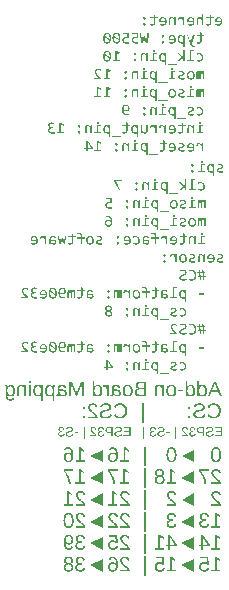
<source format=gbr>
G04 EAGLE Gerber RS-274X export*
G75*
%MOMM*%
%FSLAX34Y34*%
%LPD*%
%INSilkscreen Bottom*%
%IPPOS*%
%AMOC8*
5,1,8,0,0,1.08239X$1,22.5*%
G01*
G04 Define Apertures*
G36*
X96947Y210694D02*
X96533Y210715D01*
X96148Y210779D01*
X95789Y210885D01*
X95459Y211034D01*
X95155Y211221D01*
X94876Y211443D01*
X94624Y211701D01*
X94398Y211993D01*
X94198Y212318D01*
X94025Y212674D01*
X93879Y213061D01*
X93760Y213478D01*
X93668Y213922D01*
X93603Y214389D01*
X93563Y214880D01*
X93550Y215393D01*
X93565Y215982D01*
X93608Y216530D01*
X93680Y217036D01*
X93781Y217502D01*
X93909Y217927D01*
X94061Y218313D01*
X94238Y218661D01*
X94440Y218969D01*
X94664Y219239D01*
X94911Y219471D01*
X95179Y219666D01*
X95469Y219823D01*
X95779Y219944D01*
X96105Y220031D01*
X96447Y220083D01*
X96807Y220100D01*
X97217Y220079D01*
X97602Y220015D01*
X97960Y219909D01*
X98292Y219760D01*
X98597Y219573D01*
X98876Y219351D01*
X99128Y219093D01*
X99353Y218801D01*
X99551Y218475D01*
X99724Y218119D01*
X99870Y217731D01*
X99990Y217313D01*
X100084Y216867D01*
X100150Y216399D01*
X100190Y215907D01*
X100204Y215393D01*
X100189Y214805D01*
X100146Y214257D01*
X100074Y213751D01*
X99973Y213285D01*
X99845Y212860D01*
X99692Y212475D01*
X99516Y212128D01*
X99314Y211822D01*
X99090Y211553D01*
X98843Y211322D01*
X98575Y211128D01*
X98285Y210971D01*
X97975Y210850D01*
X97649Y210763D01*
X97306Y210711D01*
X96947Y210694D01*
G37*
%LPC*%
G36*
X96877Y211737D02*
X97057Y211745D01*
X97228Y211768D01*
X97388Y211806D01*
X97539Y211860D01*
X97814Y212007D01*
X98057Y212203D01*
X98268Y212446D01*
X98446Y212732D01*
X98593Y213054D01*
X98712Y213404D01*
X96010Y215413D01*
X94839Y216283D01*
X94800Y215824D01*
X94785Y215403D01*
X94783Y215351D01*
X94792Y214920D01*
X94820Y214515D01*
X94866Y214137D01*
X94930Y213786D01*
X95011Y213462D01*
X95108Y213165D01*
X95221Y212896D01*
X95350Y212655D01*
X95494Y212441D01*
X95652Y212256D01*
X95825Y212098D01*
X96012Y211969D01*
X96212Y211868D01*
X96423Y211795D01*
X96644Y211752D01*
X96877Y211737D01*
G37*
G36*
X98943Y214581D02*
X98968Y215001D01*
X98971Y215435D01*
X98962Y215867D01*
X98934Y216272D01*
X98888Y216650D01*
X98824Y217001D01*
X98743Y217325D01*
X98645Y217622D01*
X98532Y217893D01*
X98404Y218135D01*
X98260Y218351D01*
X98102Y218537D01*
X97929Y218696D01*
X97742Y218825D01*
X97542Y218926D01*
X97331Y218999D01*
X97110Y219042D01*
X96877Y219056D01*
X96703Y219049D01*
X96537Y219027D01*
X96381Y218989D01*
X96233Y218937D01*
X95961Y218795D01*
X95721Y218605D01*
X95513Y218371D01*
X95336Y218097D01*
X95189Y217787D01*
X95070Y217446D01*
X97800Y215426D01*
X98943Y214581D01*
G37*
%LPD*%
G36*
X96947Y256414D02*
X96533Y256435D01*
X96148Y256499D01*
X95789Y256605D01*
X95459Y256754D01*
X95155Y256941D01*
X94876Y257163D01*
X94624Y257421D01*
X94398Y257713D01*
X94198Y258038D01*
X94025Y258394D01*
X93879Y258781D01*
X93760Y259198D01*
X93668Y259642D01*
X93603Y260109D01*
X93563Y260600D01*
X93550Y261113D01*
X93565Y261702D01*
X93608Y262250D01*
X93680Y262756D01*
X93781Y263222D01*
X93909Y263647D01*
X94061Y264033D01*
X94238Y264381D01*
X94440Y264689D01*
X94664Y264959D01*
X94911Y265191D01*
X95179Y265386D01*
X95469Y265543D01*
X95779Y265664D01*
X96105Y265751D01*
X96447Y265803D01*
X96807Y265820D01*
X97217Y265799D01*
X97602Y265735D01*
X97960Y265629D01*
X98292Y265480D01*
X98597Y265293D01*
X98876Y265071D01*
X99128Y264813D01*
X99353Y264521D01*
X99551Y264195D01*
X99724Y263839D01*
X99870Y263451D01*
X99990Y263033D01*
X100084Y262587D01*
X100150Y262119D01*
X100190Y261627D01*
X100204Y261113D01*
X100189Y260525D01*
X100146Y259977D01*
X100074Y259471D01*
X99973Y259005D01*
X99845Y258580D01*
X99692Y258195D01*
X99516Y257848D01*
X99314Y257542D01*
X99090Y257273D01*
X98843Y257042D01*
X98575Y256848D01*
X98285Y256691D01*
X97975Y256570D01*
X97649Y256483D01*
X97306Y256431D01*
X96947Y256414D01*
G37*
%LPC*%
G36*
X96877Y257457D02*
X97057Y257465D01*
X97228Y257488D01*
X97388Y257526D01*
X97539Y257580D01*
X97814Y257727D01*
X98057Y257923D01*
X98268Y258166D01*
X98446Y258452D01*
X98593Y258774D01*
X98712Y259124D01*
X96010Y261133D01*
X94839Y262003D01*
X94800Y261544D01*
X94785Y261123D01*
X94783Y261071D01*
X94792Y260640D01*
X94820Y260235D01*
X94866Y259857D01*
X94930Y259506D01*
X95011Y259182D01*
X95108Y258885D01*
X95221Y258616D01*
X95350Y258375D01*
X95494Y258161D01*
X95652Y257976D01*
X95825Y257818D01*
X96012Y257689D01*
X96212Y257588D01*
X96423Y257515D01*
X96644Y257472D01*
X96877Y257457D01*
G37*
G36*
X98943Y260301D02*
X98968Y260721D01*
X98971Y261155D01*
X98962Y261587D01*
X98934Y261992D01*
X98888Y262370D01*
X98824Y262721D01*
X98743Y263045D01*
X98645Y263342D01*
X98532Y263613D01*
X98404Y263855D01*
X98260Y264071D01*
X98102Y264257D01*
X97929Y264416D01*
X97742Y264545D01*
X97542Y264646D01*
X97331Y264719D01*
X97110Y264762D01*
X96877Y264776D01*
X96703Y264769D01*
X96537Y264747D01*
X96381Y264709D01*
X96233Y264657D01*
X95961Y264515D01*
X95721Y264325D01*
X95513Y264091D01*
X95336Y263817D01*
X95189Y263507D01*
X95070Y263166D01*
X97800Y261146D01*
X98943Y260301D01*
G37*
%LPD*%
G36*
X144183Y241174D02*
X143849Y241184D01*
X143528Y241214D01*
X143219Y241265D01*
X142922Y241335D01*
X142641Y241425D01*
X142379Y241533D01*
X142137Y241659D01*
X141914Y241804D01*
X141712Y241967D01*
X141534Y242148D01*
X141379Y242347D01*
X141248Y242564D01*
X141144Y242798D01*
X141070Y243048D01*
X141025Y243315D01*
X141010Y243597D01*
X141019Y243820D01*
X141046Y244031D01*
X141091Y244233D01*
X141154Y244424D01*
X141233Y244605D01*
X141326Y244777D01*
X141411Y244906D01*
X141434Y244941D01*
X141557Y245096D01*
X141838Y245383D01*
X142166Y245642D01*
X142530Y245877D01*
X142922Y246091D01*
X142536Y246309D01*
X142196Y246546D01*
X141973Y246740D01*
X141904Y246800D01*
X141658Y247071D01*
X141463Y247366D01*
X141387Y247525D01*
X141325Y247691D01*
X141276Y247865D01*
X141241Y248046D01*
X141220Y248234D01*
X141213Y248430D01*
X141225Y248669D01*
X141259Y248897D01*
X141316Y249114D01*
X141395Y249319D01*
X141498Y249511D01*
X141623Y249689D01*
X141771Y249851D01*
X141942Y249999D01*
X142135Y250131D01*
X142349Y250246D01*
X142585Y250346D01*
X142842Y250429D01*
X143120Y250495D01*
X143420Y250542D01*
X143742Y250571D01*
X144085Y250580D01*
X144447Y250568D01*
X144785Y250532D01*
X145099Y250472D01*
X145388Y250387D01*
X145653Y250283D01*
X145894Y250162D01*
X146113Y250026D01*
X146309Y249873D01*
X146481Y249706D01*
X146630Y249528D01*
X146756Y249338D01*
X146858Y249137D01*
X146938Y248929D01*
X146995Y248717D01*
X147029Y248502D01*
X147040Y248283D01*
X147034Y248105D01*
X147015Y247932D01*
X146937Y247603D01*
X146808Y247293D01*
X146627Y247005D01*
X146390Y246733D01*
X146093Y246473D01*
X145736Y246227D01*
X145318Y245993D01*
X145776Y245737D01*
X146170Y245467D01*
X146501Y245184D01*
X146767Y244886D01*
X146877Y244730D01*
X146973Y244567D01*
X147053Y244396D01*
X147119Y244219D01*
X147171Y244034D01*
X147207Y243842D01*
X147229Y243643D01*
X147237Y243436D01*
X147224Y243193D01*
X147188Y242960D01*
X147126Y242738D01*
X147040Y242526D01*
X146931Y242326D01*
X146797Y242140D01*
X146640Y241969D01*
X146459Y241811D01*
X146255Y241669D01*
X146028Y241543D01*
X145777Y241434D01*
X145503Y241342D01*
X145207Y241269D01*
X144888Y241216D01*
X144546Y241184D01*
X144183Y241174D01*
G37*
%LPC*%
G36*
X144127Y242217D02*
X144498Y242239D01*
X144841Y242302D01*
X145148Y242407D01*
X145409Y242554D01*
X145621Y242740D01*
X145783Y242963D01*
X145843Y243089D01*
X145886Y243223D01*
X145911Y243367D01*
X145920Y243520D01*
X145899Y243793D01*
X145836Y244052D01*
X145723Y244300D01*
X145552Y244539D01*
X145321Y244772D01*
X145027Y245001D01*
X144664Y245230D01*
X144225Y245460D01*
X143714Y245212D01*
X143300Y244970D01*
X142973Y244732D01*
X142719Y244494D01*
X142535Y244254D01*
X142418Y244010D01*
X142355Y243762D01*
X142334Y243506D01*
X142343Y243344D01*
X142369Y243194D01*
X142413Y243055D01*
X142474Y242928D01*
X142550Y242813D01*
X142639Y242708D01*
X142856Y242529D01*
X143119Y242392D01*
X143427Y242295D01*
X143766Y242237D01*
X144127Y242217D01*
G37*
G36*
X144022Y246623D02*
X144446Y246824D01*
X144806Y247022D01*
X145108Y247220D01*
X145356Y247421D01*
X145548Y247631D01*
X145682Y247856D01*
X145761Y248097D01*
X145780Y248226D01*
X145787Y248360D01*
X145780Y248506D01*
X145759Y248642D01*
X145725Y248769D01*
X145677Y248887D01*
X145616Y248995D01*
X145541Y249094D01*
X145349Y249263D01*
X145109Y249395D01*
X144825Y249489D01*
X144497Y249546D01*
X144127Y249564D01*
X143753Y249545D01*
X143424Y249488D01*
X143139Y249393D01*
X142898Y249260D01*
X142795Y249179D01*
X142706Y249088D01*
X142631Y248986D01*
X142569Y248875D01*
X142522Y248754D01*
X142487Y248624D01*
X142467Y248483D01*
X142460Y248332D01*
X142484Y248074D01*
X142556Y247832D01*
X142677Y247606D01*
X142845Y247397D01*
X143063Y247197D01*
X143332Y247002D01*
X143652Y246810D01*
X144022Y246623D01*
G37*
%LPD*%
G36*
X186324Y192708D02*
X185106Y192708D01*
X185106Y195650D01*
X184765Y195578D01*
X184430Y195531D01*
X184096Y195505D01*
X183761Y195496D01*
X183400Y195510D01*
X183052Y195554D01*
X182717Y195626D01*
X182395Y195727D01*
X182091Y195857D01*
X181807Y196016D01*
X181544Y196204D01*
X181303Y196420D01*
X181084Y196666D01*
X180890Y196942D01*
X180722Y197248D01*
X180578Y197583D01*
X180463Y197948D01*
X180381Y198343D01*
X180332Y198768D01*
X180315Y199222D01*
X180325Y199612D01*
X180354Y199983D01*
X180402Y200335D01*
X180469Y200668D01*
X180556Y200980D01*
X180662Y201269D01*
X180787Y201534D01*
X180932Y201775D01*
X181095Y201991D01*
X181276Y202182D01*
X181476Y202347D01*
X181695Y202486D01*
X181932Y202596D01*
X182187Y202675D01*
X182461Y202722D01*
X182752Y202738D01*
X183093Y202720D01*
X183421Y202665D01*
X183737Y202574D01*
X184041Y202447D01*
X184334Y202275D01*
X184619Y202049D01*
X184895Y201769D01*
X185162Y201435D01*
X185239Y202612D01*
X186324Y202612D01*
X186324Y192708D01*
G37*
%LPC*%
G36*
X183670Y196483D02*
X184031Y196504D01*
X184398Y196564D01*
X184761Y196659D01*
X185106Y196785D01*
X185106Y200195D01*
X184793Y200582D01*
X184500Y200899D01*
X184223Y201155D01*
X183961Y201355D01*
X183709Y201502D01*
X183467Y201600D01*
X183231Y201655D01*
X182998Y201673D01*
X182815Y201662D01*
X182646Y201627D01*
X182489Y201569D01*
X182346Y201488D01*
X182216Y201386D01*
X182098Y201266D01*
X181992Y201129D01*
X181898Y200973D01*
X181816Y200800D01*
X181747Y200610D01*
X181689Y200404D01*
X181642Y200181D01*
X181582Y199696D01*
X181562Y199166D01*
X181571Y198840D01*
X181597Y198536D01*
X181641Y198252D01*
X181702Y197990D01*
X181781Y197749D01*
X181877Y197529D01*
X181991Y197330D01*
X182122Y197152D01*
X182269Y196996D01*
X182429Y196860D01*
X182602Y196745D01*
X182789Y196651D01*
X182989Y196578D01*
X183203Y196525D01*
X183430Y196494D01*
X183670Y196483D01*
G37*
%LPD*%
G36*
X186324Y238428D02*
X185106Y238428D01*
X185106Y241370D01*
X184765Y241298D01*
X184430Y241251D01*
X184096Y241225D01*
X183761Y241216D01*
X183400Y241230D01*
X183052Y241274D01*
X182717Y241346D01*
X182395Y241447D01*
X182091Y241577D01*
X181807Y241736D01*
X181544Y241924D01*
X181303Y242140D01*
X181084Y242386D01*
X180890Y242662D01*
X180722Y242968D01*
X180578Y243303D01*
X180463Y243668D01*
X180381Y244063D01*
X180332Y244488D01*
X180315Y244942D01*
X180325Y245332D01*
X180354Y245703D01*
X180402Y246055D01*
X180469Y246388D01*
X180556Y246700D01*
X180662Y246989D01*
X180787Y247254D01*
X180932Y247495D01*
X181095Y247711D01*
X181276Y247902D01*
X181476Y248067D01*
X181695Y248206D01*
X181932Y248316D01*
X182187Y248395D01*
X182461Y248442D01*
X182752Y248458D01*
X183093Y248440D01*
X183421Y248385D01*
X183737Y248294D01*
X184041Y248167D01*
X184334Y247995D01*
X184619Y247769D01*
X184895Y247489D01*
X185162Y247155D01*
X185239Y248332D01*
X186324Y248332D01*
X186324Y238428D01*
G37*
%LPC*%
G36*
X183670Y242203D02*
X184031Y242224D01*
X184398Y242284D01*
X184761Y242379D01*
X185106Y242505D01*
X185106Y245915D01*
X184793Y246302D01*
X184500Y246619D01*
X184223Y246875D01*
X183961Y247075D01*
X183709Y247222D01*
X183467Y247320D01*
X183231Y247375D01*
X182998Y247393D01*
X182815Y247382D01*
X182646Y247347D01*
X182489Y247289D01*
X182346Y247208D01*
X182216Y247106D01*
X182098Y246986D01*
X181992Y246849D01*
X181898Y246693D01*
X181816Y246520D01*
X181747Y246330D01*
X181689Y246124D01*
X181642Y245901D01*
X181582Y245416D01*
X181562Y244886D01*
X181571Y244560D01*
X181597Y244256D01*
X181641Y243972D01*
X181702Y243710D01*
X181781Y243469D01*
X181877Y243249D01*
X181991Y243050D01*
X182122Y242872D01*
X182269Y242716D01*
X182429Y242580D01*
X182602Y242465D01*
X182789Y242371D01*
X182989Y242298D01*
X183203Y242245D01*
X183430Y242214D01*
X183670Y242203D01*
G37*
%LPD*%
G36*
X186324Y314628D02*
X185106Y314628D01*
X185106Y317570D01*
X184765Y317498D01*
X184430Y317451D01*
X184096Y317425D01*
X183761Y317416D01*
X183400Y317430D01*
X183052Y317474D01*
X182717Y317546D01*
X182395Y317647D01*
X182091Y317777D01*
X181807Y317936D01*
X181544Y318124D01*
X181303Y318340D01*
X181084Y318586D01*
X180890Y318862D01*
X180722Y319168D01*
X180578Y319503D01*
X180463Y319868D01*
X180381Y320263D01*
X180332Y320688D01*
X180315Y321142D01*
X180325Y321532D01*
X180354Y321903D01*
X180402Y322255D01*
X180469Y322588D01*
X180556Y322900D01*
X180662Y323189D01*
X180787Y323454D01*
X180932Y323695D01*
X181095Y323911D01*
X181276Y324102D01*
X181476Y324267D01*
X181695Y324406D01*
X181932Y324516D01*
X182187Y324595D01*
X182461Y324642D01*
X182752Y324658D01*
X183093Y324640D01*
X183421Y324585D01*
X183737Y324494D01*
X184041Y324367D01*
X184334Y324195D01*
X184619Y323969D01*
X184895Y323689D01*
X185162Y323355D01*
X185239Y324532D01*
X186324Y324532D01*
X186324Y314628D01*
G37*
%LPC*%
G36*
X183670Y318403D02*
X184031Y318424D01*
X184398Y318484D01*
X184761Y318579D01*
X185106Y318705D01*
X185106Y322115D01*
X184793Y322502D01*
X184500Y322819D01*
X184223Y323075D01*
X183961Y323275D01*
X183709Y323422D01*
X183467Y323520D01*
X183231Y323575D01*
X182998Y323593D01*
X182815Y323582D01*
X182646Y323547D01*
X182489Y323489D01*
X182346Y323408D01*
X182216Y323306D01*
X182098Y323186D01*
X181992Y323049D01*
X181898Y322893D01*
X181816Y322720D01*
X181747Y322530D01*
X181689Y322324D01*
X181642Y322101D01*
X181582Y321616D01*
X181562Y321086D01*
X181571Y320760D01*
X181597Y320456D01*
X181641Y320172D01*
X181702Y319910D01*
X181781Y319669D01*
X181877Y319449D01*
X181991Y319250D01*
X182122Y319072D01*
X182269Y318916D01*
X182429Y318780D01*
X182602Y318665D01*
X182789Y318571D01*
X182989Y318498D01*
X183203Y318445D01*
X183430Y318414D01*
X183670Y318403D01*
G37*
%LPD*%
G36*
X186324Y329868D02*
X185106Y329868D01*
X185106Y332810D01*
X184765Y332738D01*
X184430Y332691D01*
X184096Y332665D01*
X183761Y332656D01*
X183400Y332670D01*
X183052Y332714D01*
X182717Y332786D01*
X182395Y332887D01*
X182091Y333017D01*
X181807Y333176D01*
X181544Y333364D01*
X181303Y333580D01*
X181084Y333826D01*
X180890Y334102D01*
X180722Y334408D01*
X180578Y334743D01*
X180463Y335108D01*
X180381Y335503D01*
X180332Y335928D01*
X180315Y336382D01*
X180325Y336772D01*
X180354Y337143D01*
X180402Y337495D01*
X180469Y337828D01*
X180556Y338140D01*
X180662Y338429D01*
X180787Y338694D01*
X180932Y338935D01*
X181095Y339151D01*
X181276Y339342D01*
X181476Y339507D01*
X181695Y339646D01*
X181932Y339756D01*
X182187Y339835D01*
X182461Y339882D01*
X182752Y339898D01*
X183093Y339880D01*
X183421Y339825D01*
X183737Y339734D01*
X184041Y339607D01*
X184334Y339435D01*
X184619Y339209D01*
X184895Y338929D01*
X185162Y338595D01*
X185239Y339772D01*
X186324Y339772D01*
X186324Y329868D01*
G37*
%LPC*%
G36*
X183670Y333643D02*
X184031Y333664D01*
X184398Y333724D01*
X184761Y333819D01*
X185106Y333945D01*
X185106Y337355D01*
X184793Y337742D01*
X184500Y338059D01*
X184223Y338315D01*
X183961Y338515D01*
X183709Y338662D01*
X183467Y338760D01*
X183231Y338815D01*
X182998Y338833D01*
X182815Y338822D01*
X182646Y338787D01*
X182489Y338729D01*
X182346Y338648D01*
X182216Y338546D01*
X182098Y338426D01*
X181992Y338289D01*
X181898Y338133D01*
X181816Y337960D01*
X181747Y337770D01*
X181689Y337564D01*
X181642Y337341D01*
X181582Y336856D01*
X181562Y336326D01*
X181571Y336000D01*
X181597Y335696D01*
X181641Y335412D01*
X181702Y335150D01*
X181781Y334909D01*
X181877Y334689D01*
X181991Y334490D01*
X182122Y334312D01*
X182269Y334156D01*
X182429Y334020D01*
X182602Y333905D01*
X182789Y333811D01*
X182989Y333738D01*
X183203Y333685D01*
X183430Y333654D01*
X183670Y333643D01*
G37*
%LPD*%
G36*
X194199Y345108D02*
X192981Y345108D01*
X192981Y348050D01*
X192640Y347978D01*
X192305Y347931D01*
X191971Y347905D01*
X191636Y347896D01*
X191275Y347910D01*
X190927Y347954D01*
X190592Y348026D01*
X190270Y348127D01*
X189966Y348257D01*
X189682Y348416D01*
X189419Y348604D01*
X189178Y348820D01*
X188959Y349066D01*
X188765Y349342D01*
X188597Y349648D01*
X188453Y349983D01*
X188338Y350348D01*
X188256Y350743D01*
X188207Y351168D01*
X188190Y351622D01*
X188200Y352012D01*
X188229Y352383D01*
X188277Y352735D01*
X188344Y353068D01*
X188431Y353380D01*
X188537Y353669D01*
X188662Y353934D01*
X188807Y354175D01*
X188970Y354391D01*
X189151Y354582D01*
X189351Y354747D01*
X189570Y354886D01*
X189807Y354996D01*
X190062Y355075D01*
X190336Y355122D01*
X190627Y355138D01*
X190968Y355120D01*
X191296Y355065D01*
X191612Y354974D01*
X191916Y354847D01*
X192209Y354675D01*
X192494Y354449D01*
X192770Y354169D01*
X193037Y353835D01*
X193114Y355012D01*
X194199Y355012D01*
X194199Y345108D01*
G37*
%LPC*%
G36*
X191545Y348883D02*
X191906Y348904D01*
X192273Y348964D01*
X192636Y349059D01*
X192981Y349185D01*
X192981Y352595D01*
X192668Y352982D01*
X192375Y353299D01*
X192098Y353555D01*
X191836Y353755D01*
X191584Y353902D01*
X191342Y354000D01*
X191106Y354055D01*
X190873Y354073D01*
X190690Y354062D01*
X190521Y354027D01*
X190364Y353969D01*
X190221Y353888D01*
X190091Y353786D01*
X189973Y353666D01*
X189867Y353529D01*
X189773Y353373D01*
X189691Y353200D01*
X189622Y353010D01*
X189564Y352804D01*
X189517Y352581D01*
X189457Y352096D01*
X189437Y351566D01*
X189446Y351240D01*
X189472Y350936D01*
X189516Y350652D01*
X189577Y350390D01*
X189656Y350149D01*
X189752Y349929D01*
X189866Y349730D01*
X189997Y349552D01*
X190144Y349396D01*
X190304Y349260D01*
X190477Y349145D01*
X190664Y349051D01*
X190864Y348978D01*
X191078Y348925D01*
X191305Y348894D01*
X191545Y348883D01*
G37*
%LPD*%
G36*
X209949Y207948D02*
X208731Y207948D01*
X208731Y210890D01*
X208390Y210818D01*
X208055Y210771D01*
X207721Y210745D01*
X207386Y210736D01*
X207025Y210750D01*
X206677Y210794D01*
X206342Y210866D01*
X206020Y210967D01*
X205716Y211097D01*
X205432Y211256D01*
X205169Y211444D01*
X204928Y211660D01*
X204709Y211906D01*
X204515Y212182D01*
X204347Y212488D01*
X204203Y212823D01*
X204088Y213188D01*
X204006Y213583D01*
X203957Y214008D01*
X203940Y214462D01*
X203950Y214852D01*
X203979Y215223D01*
X204027Y215575D01*
X204094Y215908D01*
X204181Y216220D01*
X204287Y216509D01*
X204412Y216774D01*
X204557Y217015D01*
X204720Y217231D01*
X204901Y217422D01*
X205101Y217587D01*
X205320Y217726D01*
X205557Y217836D01*
X205812Y217915D01*
X206086Y217962D01*
X206377Y217978D01*
X206718Y217960D01*
X207046Y217905D01*
X207362Y217814D01*
X207666Y217687D01*
X207959Y217515D01*
X208244Y217289D01*
X208520Y217009D01*
X208787Y216675D01*
X208864Y217852D01*
X209949Y217852D01*
X209949Y207948D01*
G37*
%LPC*%
G36*
X207295Y211723D02*
X207656Y211744D01*
X208023Y211804D01*
X208386Y211899D01*
X208731Y212025D01*
X208731Y215435D01*
X208418Y215822D01*
X208125Y216139D01*
X207848Y216395D01*
X207586Y216595D01*
X207334Y216742D01*
X207092Y216840D01*
X206856Y216895D01*
X206623Y216913D01*
X206440Y216902D01*
X206271Y216867D01*
X206114Y216809D01*
X205971Y216728D01*
X205841Y216626D01*
X205723Y216506D01*
X205617Y216369D01*
X205523Y216213D01*
X205441Y216040D01*
X205372Y215850D01*
X205314Y215644D01*
X205267Y215421D01*
X205207Y214936D01*
X205187Y214406D01*
X205196Y214080D01*
X205222Y213776D01*
X205266Y213492D01*
X205327Y213230D01*
X205406Y212989D01*
X205502Y212769D01*
X205616Y212570D01*
X205747Y212392D01*
X205894Y212236D01*
X206054Y212100D01*
X206227Y211985D01*
X206414Y211891D01*
X206614Y211818D01*
X206828Y211765D01*
X207055Y211734D01*
X207295Y211723D01*
G37*
%LPD*%
G36*
X209949Y253668D02*
X208731Y253668D01*
X208731Y256610D01*
X208390Y256538D01*
X208055Y256491D01*
X207721Y256465D01*
X207386Y256456D01*
X207025Y256470D01*
X206677Y256514D01*
X206342Y256586D01*
X206020Y256687D01*
X205716Y256817D01*
X205432Y256976D01*
X205169Y257164D01*
X204928Y257380D01*
X204709Y257626D01*
X204515Y257902D01*
X204347Y258208D01*
X204203Y258543D01*
X204088Y258908D01*
X204006Y259303D01*
X203957Y259728D01*
X203940Y260182D01*
X203950Y260572D01*
X203979Y260943D01*
X204027Y261295D01*
X204094Y261628D01*
X204181Y261940D01*
X204287Y262229D01*
X204412Y262494D01*
X204557Y262735D01*
X204720Y262951D01*
X204901Y263142D01*
X205101Y263307D01*
X205320Y263446D01*
X205557Y263556D01*
X205812Y263635D01*
X206086Y263682D01*
X206377Y263698D01*
X206718Y263680D01*
X207046Y263625D01*
X207362Y263534D01*
X207666Y263407D01*
X207959Y263235D01*
X208244Y263009D01*
X208520Y262729D01*
X208787Y262395D01*
X208864Y263572D01*
X209949Y263572D01*
X209949Y253668D01*
G37*
%LPC*%
G36*
X207295Y257443D02*
X207656Y257464D01*
X208023Y257524D01*
X208386Y257619D01*
X208731Y257745D01*
X208731Y261155D01*
X208418Y261542D01*
X208125Y261859D01*
X207848Y262115D01*
X207586Y262315D01*
X207334Y262462D01*
X207092Y262560D01*
X206856Y262615D01*
X206623Y262633D01*
X206440Y262622D01*
X206271Y262587D01*
X206114Y262529D01*
X205971Y262448D01*
X205841Y262346D01*
X205723Y262226D01*
X205617Y262089D01*
X205523Y261933D01*
X205441Y261760D01*
X205372Y261570D01*
X205314Y261364D01*
X205267Y261141D01*
X205207Y260656D01*
X205187Y260126D01*
X205196Y259800D01*
X205222Y259496D01*
X205266Y259212D01*
X205327Y258950D01*
X205406Y258709D01*
X205502Y258489D01*
X205616Y258290D01*
X205747Y258112D01*
X205894Y257956D01*
X206054Y257820D01*
X206227Y257705D01*
X206414Y257611D01*
X206614Y257538D01*
X206828Y257485D01*
X207055Y257454D01*
X207295Y257443D01*
G37*
%LPD*%
G36*
X233574Y360348D02*
X232356Y360348D01*
X232356Y363290D01*
X232015Y363218D01*
X231680Y363171D01*
X231346Y363145D01*
X231011Y363136D01*
X230650Y363150D01*
X230302Y363194D01*
X229967Y363266D01*
X229645Y363367D01*
X229341Y363497D01*
X229057Y363656D01*
X228794Y363844D01*
X228553Y364060D01*
X228334Y364306D01*
X228140Y364582D01*
X227972Y364888D01*
X227828Y365223D01*
X227713Y365588D01*
X227631Y365983D01*
X227582Y366408D01*
X227565Y366862D01*
X227575Y367252D01*
X227604Y367623D01*
X227652Y367975D01*
X227719Y368308D01*
X227806Y368620D01*
X227912Y368909D01*
X228037Y369174D01*
X228182Y369415D01*
X228345Y369631D01*
X228526Y369822D01*
X228726Y369987D01*
X228945Y370126D01*
X229182Y370236D01*
X229437Y370315D01*
X229711Y370362D01*
X230002Y370378D01*
X230343Y370360D01*
X230671Y370305D01*
X230987Y370214D01*
X231291Y370087D01*
X231584Y369915D01*
X231869Y369689D01*
X232145Y369409D01*
X232412Y369075D01*
X232489Y370252D01*
X233574Y370252D01*
X233574Y360348D01*
G37*
%LPC*%
G36*
X230920Y364123D02*
X231281Y364144D01*
X231648Y364204D01*
X232011Y364299D01*
X232356Y364425D01*
X232356Y367835D01*
X232043Y368222D01*
X231750Y368539D01*
X231473Y368795D01*
X231211Y368995D01*
X230959Y369142D01*
X230717Y369240D01*
X230481Y369295D01*
X230248Y369313D01*
X230065Y369302D01*
X229896Y369267D01*
X229739Y369209D01*
X229596Y369128D01*
X229466Y369026D01*
X229348Y368906D01*
X229242Y368769D01*
X229148Y368613D01*
X229066Y368440D01*
X228997Y368250D01*
X228939Y368044D01*
X228892Y367821D01*
X228832Y367336D01*
X228812Y366806D01*
X228821Y366480D01*
X228847Y366176D01*
X228891Y365892D01*
X228952Y365630D01*
X229031Y365389D01*
X229127Y365169D01*
X229241Y364970D01*
X229372Y364792D01*
X229519Y364636D01*
X229679Y364500D01*
X229852Y364385D01*
X230039Y364291D01*
X230239Y364218D01*
X230453Y364165D01*
X230680Y364134D01*
X230920Y364123D01*
G37*
%LPD*%
G36*
X128447Y302134D02*
X128062Y302151D01*
X127698Y302201D01*
X127354Y302286D01*
X127032Y302404D01*
X126732Y302552D01*
X126456Y302728D01*
X126204Y302930D01*
X125975Y303160D01*
X125770Y303416D01*
X125591Y303696D01*
X125438Y304000D01*
X125309Y304330D01*
X125208Y304680D01*
X125136Y305047D01*
X125093Y305431D01*
X125078Y305832D01*
X125092Y306254D01*
X125133Y306651D01*
X125202Y307024D01*
X125299Y307373D01*
X125421Y307695D01*
X125568Y307990D01*
X125740Y308257D01*
X125936Y308497D01*
X126156Y308709D01*
X126398Y308894D01*
X126664Y309052D01*
X126952Y309183D01*
X127261Y309286D01*
X127590Y309359D01*
X127939Y309403D01*
X128307Y309418D01*
X128692Y309401D01*
X129056Y309350D01*
X129399Y309266D01*
X129722Y309148D01*
X130021Y309000D01*
X130298Y308824D01*
X130550Y308622D01*
X130779Y308392D01*
X130984Y308137D01*
X131163Y307858D01*
X131316Y307555D01*
X131445Y307229D01*
X131546Y306882D01*
X131618Y306517D01*
X131661Y306135D01*
X131676Y305734D01*
X131662Y305309D01*
X131621Y304909D01*
X131552Y304535D01*
X131455Y304186D01*
X131332Y303863D01*
X131185Y303568D01*
X131014Y303300D01*
X130818Y303058D01*
X130598Y302845D01*
X130355Y302658D01*
X130090Y302500D01*
X129802Y302369D01*
X129493Y302266D01*
X129164Y302193D01*
X128815Y302149D01*
X128447Y302134D01*
G37*
%LPC*%
G36*
X128377Y303163D02*
X128609Y303174D01*
X128829Y303205D01*
X129036Y303256D01*
X129231Y303328D01*
X129413Y303420D01*
X129582Y303533D01*
X129736Y303666D01*
X129876Y303818D01*
X130001Y303991D01*
X130111Y304185D01*
X130206Y304399D01*
X130285Y304634D01*
X130348Y304889D01*
X130393Y305165D01*
X130420Y305460D01*
X130429Y305776D01*
X130422Y306032D01*
X130400Y306283D01*
X130364Y306528D01*
X130313Y306767D01*
X130247Y306996D01*
X130165Y307211D01*
X130065Y307411D01*
X129949Y307597D01*
X129816Y307767D01*
X129666Y307918D01*
X129498Y308052D01*
X129312Y308168D01*
X129108Y308261D01*
X128884Y308328D01*
X128640Y308368D01*
X128377Y308381D01*
X128148Y308371D01*
X127930Y308340D01*
X127722Y308289D01*
X127526Y308217D01*
X127342Y308124D01*
X127173Y308012D01*
X127018Y307879D01*
X126878Y307726D01*
X126753Y307554D01*
X126643Y307361D01*
X126548Y307147D01*
X126468Y306914D01*
X126406Y306660D01*
X126361Y306386D01*
X126334Y306091D01*
X126325Y305776D01*
X126332Y305517D01*
X126354Y305264D01*
X126390Y305018D01*
X126440Y304778D01*
X126506Y304549D01*
X126589Y304334D01*
X126689Y304134D01*
X126805Y303948D01*
X126938Y303778D01*
X127088Y303627D01*
X127256Y303493D01*
X127442Y303377D01*
X127646Y303284D01*
X127870Y303217D01*
X128114Y303177D01*
X128377Y303163D01*
G37*
%LPD*%
G36*
X167822Y210694D02*
X167437Y210711D01*
X167073Y210761D01*
X166729Y210846D01*
X166407Y210964D01*
X166107Y211112D01*
X165831Y211288D01*
X165579Y211490D01*
X165350Y211720D01*
X165145Y211976D01*
X164966Y212256D01*
X164813Y212560D01*
X164684Y212890D01*
X164583Y213240D01*
X164511Y213607D01*
X164468Y213991D01*
X164453Y214392D01*
X164467Y214814D01*
X164508Y215211D01*
X164577Y215584D01*
X164674Y215933D01*
X164796Y216255D01*
X164943Y216550D01*
X165115Y216817D01*
X165311Y217057D01*
X165531Y217269D01*
X165773Y217454D01*
X166039Y217612D01*
X166327Y217743D01*
X166636Y217846D01*
X166965Y217919D01*
X167314Y217963D01*
X167682Y217978D01*
X168067Y217961D01*
X168431Y217910D01*
X168774Y217826D01*
X169097Y217708D01*
X169396Y217560D01*
X169673Y217384D01*
X169925Y217182D01*
X170154Y216952D01*
X170359Y216697D01*
X170538Y216418D01*
X170691Y216115D01*
X170820Y215789D01*
X170921Y215442D01*
X170993Y215077D01*
X171036Y214695D01*
X171051Y214294D01*
X171037Y213869D01*
X170996Y213469D01*
X170927Y213095D01*
X170830Y212746D01*
X170707Y212423D01*
X170560Y212128D01*
X170389Y211860D01*
X170193Y211618D01*
X169973Y211405D01*
X169730Y211218D01*
X169465Y211060D01*
X169177Y210929D01*
X168868Y210826D01*
X168539Y210753D01*
X168190Y210709D01*
X167822Y210694D01*
G37*
%LPC*%
G36*
X167752Y211723D02*
X167984Y211734D01*
X168204Y211765D01*
X168411Y211816D01*
X168606Y211888D01*
X168788Y211980D01*
X168957Y212093D01*
X169111Y212226D01*
X169251Y212378D01*
X169376Y212551D01*
X169486Y212745D01*
X169581Y212959D01*
X169660Y213194D01*
X169723Y213449D01*
X169768Y213725D01*
X169795Y214020D01*
X169804Y214336D01*
X169797Y214592D01*
X169775Y214843D01*
X169739Y215088D01*
X169688Y215327D01*
X169622Y215556D01*
X169540Y215771D01*
X169440Y215971D01*
X169324Y216157D01*
X169191Y216327D01*
X169041Y216478D01*
X168873Y216612D01*
X168687Y216728D01*
X168483Y216821D01*
X168259Y216888D01*
X168015Y216928D01*
X167752Y216941D01*
X167523Y216931D01*
X167305Y216900D01*
X167097Y216849D01*
X166901Y216777D01*
X166717Y216684D01*
X166548Y216572D01*
X166393Y216439D01*
X166253Y216286D01*
X166128Y216114D01*
X166018Y215921D01*
X165923Y215707D01*
X165843Y215474D01*
X165781Y215220D01*
X165736Y214946D01*
X165709Y214651D01*
X165700Y214336D01*
X165707Y214077D01*
X165729Y213824D01*
X165765Y213578D01*
X165815Y213338D01*
X165881Y213109D01*
X165964Y212894D01*
X166064Y212694D01*
X166180Y212508D01*
X166313Y212338D01*
X166463Y212187D01*
X166631Y212053D01*
X166817Y211937D01*
X167021Y211844D01*
X167245Y211777D01*
X167489Y211737D01*
X167752Y211723D01*
G37*
%LPD*%
G36*
X167822Y256414D02*
X167437Y256431D01*
X167073Y256481D01*
X166729Y256566D01*
X166407Y256684D01*
X166107Y256832D01*
X165831Y257008D01*
X165579Y257210D01*
X165350Y257440D01*
X165145Y257696D01*
X164966Y257976D01*
X164813Y258280D01*
X164684Y258610D01*
X164583Y258960D01*
X164511Y259327D01*
X164468Y259711D01*
X164453Y260112D01*
X164467Y260534D01*
X164508Y260931D01*
X164577Y261304D01*
X164674Y261653D01*
X164796Y261975D01*
X164943Y262270D01*
X165115Y262537D01*
X165311Y262777D01*
X165531Y262989D01*
X165773Y263174D01*
X166039Y263332D01*
X166327Y263463D01*
X166636Y263566D01*
X166965Y263639D01*
X167314Y263683D01*
X167682Y263698D01*
X168067Y263681D01*
X168431Y263630D01*
X168774Y263546D01*
X169097Y263428D01*
X169396Y263280D01*
X169673Y263104D01*
X169925Y262902D01*
X170154Y262672D01*
X170359Y262417D01*
X170538Y262138D01*
X170691Y261835D01*
X170820Y261509D01*
X170921Y261162D01*
X170993Y260797D01*
X171036Y260415D01*
X171051Y260014D01*
X171037Y259589D01*
X170996Y259189D01*
X170927Y258815D01*
X170830Y258466D01*
X170707Y258143D01*
X170560Y257848D01*
X170389Y257580D01*
X170193Y257338D01*
X169973Y257125D01*
X169730Y256938D01*
X169465Y256780D01*
X169177Y256649D01*
X168868Y256546D01*
X168539Y256473D01*
X168190Y256429D01*
X167822Y256414D01*
G37*
%LPC*%
G36*
X167752Y257443D02*
X167984Y257454D01*
X168204Y257485D01*
X168411Y257536D01*
X168606Y257608D01*
X168788Y257700D01*
X168957Y257813D01*
X169111Y257946D01*
X169251Y258098D01*
X169376Y258271D01*
X169486Y258465D01*
X169581Y258679D01*
X169660Y258914D01*
X169723Y259169D01*
X169768Y259445D01*
X169795Y259740D01*
X169804Y260056D01*
X169797Y260312D01*
X169775Y260563D01*
X169739Y260808D01*
X169688Y261047D01*
X169622Y261276D01*
X169540Y261491D01*
X169440Y261691D01*
X169324Y261877D01*
X169191Y262047D01*
X169041Y262198D01*
X168873Y262332D01*
X168687Y262448D01*
X168483Y262541D01*
X168259Y262608D01*
X168015Y262648D01*
X167752Y262661D01*
X167523Y262651D01*
X167305Y262620D01*
X167097Y262569D01*
X166901Y262497D01*
X166717Y262404D01*
X166548Y262292D01*
X166393Y262159D01*
X166253Y262006D01*
X166128Y261834D01*
X166018Y261641D01*
X165923Y261427D01*
X165843Y261194D01*
X165781Y260940D01*
X165736Y260666D01*
X165709Y260371D01*
X165700Y260056D01*
X165707Y259797D01*
X165729Y259544D01*
X165765Y259298D01*
X165815Y259058D01*
X165881Y258829D01*
X165964Y258614D01*
X166064Y258414D01*
X166180Y258228D01*
X166313Y258058D01*
X166463Y257907D01*
X166631Y257773D01*
X166817Y257657D01*
X167021Y257564D01*
X167245Y257497D01*
X167489Y257457D01*
X167752Y257443D01*
G37*
%LPD*%
G36*
X199322Y332614D02*
X198937Y332631D01*
X198573Y332681D01*
X198229Y332766D01*
X197907Y332884D01*
X197607Y333032D01*
X197331Y333208D01*
X197079Y333410D01*
X196850Y333640D01*
X196645Y333896D01*
X196466Y334176D01*
X196313Y334480D01*
X196184Y334810D01*
X196083Y335160D01*
X196011Y335527D01*
X195968Y335911D01*
X195953Y336312D01*
X195967Y336734D01*
X196008Y337131D01*
X196077Y337504D01*
X196174Y337853D01*
X196296Y338175D01*
X196443Y338470D01*
X196615Y338737D01*
X196811Y338977D01*
X197031Y339189D01*
X197273Y339374D01*
X197539Y339532D01*
X197827Y339663D01*
X198136Y339766D01*
X198465Y339839D01*
X198814Y339883D01*
X199182Y339898D01*
X199567Y339881D01*
X199931Y339830D01*
X200274Y339746D01*
X200597Y339628D01*
X200896Y339480D01*
X201173Y339304D01*
X201425Y339102D01*
X201654Y338872D01*
X201859Y338617D01*
X202038Y338338D01*
X202191Y338035D01*
X202320Y337709D01*
X202421Y337362D01*
X202493Y336997D01*
X202536Y336615D01*
X202551Y336214D01*
X202537Y335789D01*
X202496Y335389D01*
X202427Y335015D01*
X202330Y334666D01*
X202207Y334343D01*
X202060Y334048D01*
X201889Y333780D01*
X201693Y333538D01*
X201473Y333325D01*
X201230Y333138D01*
X200965Y332980D01*
X200677Y332849D01*
X200368Y332746D01*
X200039Y332673D01*
X199690Y332629D01*
X199322Y332614D01*
G37*
%LPC*%
G36*
X199252Y333643D02*
X199484Y333654D01*
X199704Y333685D01*
X199911Y333736D01*
X200106Y333808D01*
X200288Y333900D01*
X200457Y334013D01*
X200611Y334146D01*
X200751Y334298D01*
X200876Y334471D01*
X200986Y334665D01*
X201081Y334879D01*
X201160Y335114D01*
X201223Y335369D01*
X201268Y335645D01*
X201295Y335940D01*
X201304Y336256D01*
X201297Y336512D01*
X201275Y336763D01*
X201239Y337008D01*
X201188Y337247D01*
X201122Y337476D01*
X201040Y337691D01*
X200940Y337891D01*
X200824Y338077D01*
X200691Y338247D01*
X200541Y338398D01*
X200373Y338532D01*
X200187Y338648D01*
X199983Y338741D01*
X199759Y338808D01*
X199515Y338848D01*
X199252Y338861D01*
X199023Y338851D01*
X198805Y338820D01*
X198597Y338769D01*
X198401Y338697D01*
X198217Y338604D01*
X198048Y338492D01*
X197893Y338359D01*
X197753Y338206D01*
X197628Y338034D01*
X197518Y337841D01*
X197423Y337627D01*
X197343Y337394D01*
X197281Y337140D01*
X197236Y336866D01*
X197209Y336571D01*
X197200Y336256D01*
X197207Y335997D01*
X197229Y335744D01*
X197265Y335498D01*
X197315Y335258D01*
X197381Y335029D01*
X197464Y334814D01*
X197564Y334614D01*
X197680Y334428D01*
X197813Y334258D01*
X197963Y334107D01*
X198131Y333973D01*
X198317Y333857D01*
X198521Y333764D01*
X198745Y333697D01*
X198989Y333657D01*
X199252Y333643D01*
G37*
%LPD*%
G36*
X207197Y286894D02*
X206812Y286911D01*
X206448Y286961D01*
X206104Y287046D01*
X205782Y287164D01*
X205482Y287312D01*
X205206Y287488D01*
X204954Y287690D01*
X204725Y287920D01*
X204520Y288176D01*
X204341Y288456D01*
X204188Y288760D01*
X204059Y289090D01*
X203958Y289440D01*
X203886Y289807D01*
X203843Y290191D01*
X203828Y290592D01*
X203842Y291014D01*
X203883Y291411D01*
X203952Y291784D01*
X204049Y292133D01*
X204171Y292455D01*
X204318Y292750D01*
X204490Y293017D01*
X204686Y293257D01*
X204906Y293469D01*
X205148Y293654D01*
X205414Y293812D01*
X205702Y293943D01*
X206011Y294046D01*
X206340Y294119D01*
X206689Y294163D01*
X207057Y294178D01*
X207442Y294161D01*
X207806Y294110D01*
X208149Y294026D01*
X208472Y293908D01*
X208771Y293760D01*
X209048Y293584D01*
X209300Y293382D01*
X209529Y293152D01*
X209734Y292897D01*
X209913Y292618D01*
X210066Y292315D01*
X210195Y291989D01*
X210296Y291642D01*
X210368Y291277D01*
X210411Y290895D01*
X210426Y290494D01*
X210412Y290069D01*
X210371Y289669D01*
X210302Y289295D01*
X210205Y288946D01*
X210082Y288623D01*
X209935Y288328D01*
X209764Y288060D01*
X209568Y287818D01*
X209348Y287605D01*
X209105Y287418D01*
X208840Y287260D01*
X208552Y287129D01*
X208243Y287026D01*
X207914Y286953D01*
X207565Y286909D01*
X207197Y286894D01*
G37*
%LPC*%
G36*
X207127Y287923D02*
X207359Y287934D01*
X207579Y287965D01*
X207786Y288016D01*
X207981Y288088D01*
X208163Y288180D01*
X208332Y288293D01*
X208486Y288426D01*
X208626Y288578D01*
X208751Y288751D01*
X208861Y288945D01*
X208956Y289159D01*
X209035Y289394D01*
X209098Y289649D01*
X209143Y289925D01*
X209170Y290220D01*
X209179Y290536D01*
X209172Y290792D01*
X209150Y291043D01*
X209114Y291288D01*
X209063Y291527D01*
X208997Y291756D01*
X208915Y291971D01*
X208815Y292171D01*
X208699Y292357D01*
X208566Y292527D01*
X208416Y292678D01*
X208248Y292812D01*
X208062Y292928D01*
X207858Y293021D01*
X207634Y293088D01*
X207390Y293128D01*
X207127Y293141D01*
X206898Y293131D01*
X206680Y293100D01*
X206472Y293049D01*
X206276Y292977D01*
X206092Y292884D01*
X205923Y292772D01*
X205768Y292639D01*
X205628Y292486D01*
X205503Y292314D01*
X205393Y292121D01*
X205298Y291907D01*
X205218Y291674D01*
X205156Y291420D01*
X205111Y291146D01*
X205084Y290851D01*
X205075Y290536D01*
X205082Y290277D01*
X205104Y290024D01*
X205140Y289778D01*
X205190Y289538D01*
X205256Y289309D01*
X205339Y289094D01*
X205439Y288894D01*
X205555Y288708D01*
X205688Y288538D01*
X205838Y288387D01*
X206006Y288253D01*
X206192Y288137D01*
X206396Y288044D01*
X206620Y287977D01*
X206864Y287937D01*
X207127Y287923D01*
G37*
%LPD*%
G36*
X215072Y317374D02*
X214687Y317391D01*
X214323Y317441D01*
X213979Y317526D01*
X213657Y317644D01*
X213357Y317792D01*
X213081Y317968D01*
X212829Y318170D01*
X212600Y318400D01*
X212395Y318656D01*
X212216Y318936D01*
X212063Y319240D01*
X211934Y319570D01*
X211833Y319920D01*
X211761Y320287D01*
X211718Y320671D01*
X211703Y321072D01*
X211717Y321494D01*
X211758Y321891D01*
X211827Y322264D01*
X211924Y322613D01*
X212046Y322935D01*
X212193Y323230D01*
X212365Y323497D01*
X212561Y323737D01*
X212781Y323949D01*
X213023Y324134D01*
X213289Y324292D01*
X213577Y324423D01*
X213886Y324526D01*
X214215Y324599D01*
X214564Y324643D01*
X214932Y324658D01*
X215317Y324641D01*
X215681Y324590D01*
X216024Y324506D01*
X216347Y324388D01*
X216646Y324240D01*
X216923Y324064D01*
X217175Y323862D01*
X217404Y323632D01*
X217609Y323377D01*
X217788Y323098D01*
X217941Y322795D01*
X218070Y322469D01*
X218171Y322122D01*
X218243Y321757D01*
X218286Y321375D01*
X218301Y320974D01*
X218287Y320549D01*
X218246Y320149D01*
X218177Y319775D01*
X218080Y319426D01*
X217957Y319103D01*
X217810Y318808D01*
X217639Y318540D01*
X217443Y318298D01*
X217223Y318085D01*
X216980Y317898D01*
X216715Y317740D01*
X216427Y317609D01*
X216118Y317506D01*
X215789Y317433D01*
X215440Y317389D01*
X215072Y317374D01*
G37*
%LPC*%
G36*
X215002Y318403D02*
X215234Y318414D01*
X215454Y318445D01*
X215661Y318496D01*
X215856Y318568D01*
X216038Y318660D01*
X216207Y318773D01*
X216361Y318906D01*
X216501Y319058D01*
X216626Y319231D01*
X216736Y319425D01*
X216831Y319639D01*
X216910Y319874D01*
X216973Y320129D01*
X217018Y320405D01*
X217045Y320700D01*
X217054Y321016D01*
X217047Y321272D01*
X217025Y321523D01*
X216989Y321768D01*
X216938Y322007D01*
X216872Y322236D01*
X216790Y322451D01*
X216690Y322651D01*
X216574Y322837D01*
X216441Y323007D01*
X216291Y323158D01*
X216123Y323292D01*
X215937Y323408D01*
X215733Y323501D01*
X215509Y323568D01*
X215265Y323608D01*
X215002Y323621D01*
X214773Y323611D01*
X214555Y323580D01*
X214347Y323529D01*
X214151Y323457D01*
X213967Y323364D01*
X213798Y323252D01*
X213643Y323119D01*
X213503Y322966D01*
X213378Y322794D01*
X213268Y322601D01*
X213173Y322387D01*
X213093Y322154D01*
X213031Y321900D01*
X212986Y321626D01*
X212959Y321331D01*
X212950Y321016D01*
X212957Y320757D01*
X212979Y320504D01*
X213015Y320258D01*
X213065Y320018D01*
X213131Y319789D01*
X213214Y319574D01*
X213314Y319374D01*
X213430Y319188D01*
X213563Y319018D01*
X213713Y318867D01*
X213881Y318733D01*
X214067Y318617D01*
X214271Y318524D01*
X214495Y318457D01*
X214739Y318417D01*
X215002Y318403D01*
G37*
%LPD*%
G36*
X144099Y317374D02*
X143746Y317389D01*
X143410Y317433D01*
X143090Y317506D01*
X142786Y317609D01*
X142500Y317737D01*
X142237Y317887D01*
X141994Y318059D01*
X141774Y318253D01*
X141576Y318467D01*
X141402Y318699D01*
X141252Y318948D01*
X141126Y319216D01*
X141026Y319497D01*
X140955Y319788D01*
X140912Y320089D01*
X140898Y320400D01*
X140909Y320695D01*
X140942Y320977D01*
X140997Y321248D01*
X141073Y321506D01*
X141172Y321749D01*
X141291Y321975D01*
X141432Y322182D01*
X141595Y322371D01*
X141779Y322542D01*
X141985Y322692D01*
X142214Y322824D01*
X142464Y322935D01*
X142735Y323024D01*
X143028Y323087D01*
X143343Y323125D01*
X143679Y323138D01*
X144009Y323128D01*
X144327Y323099D01*
X144634Y323049D01*
X144929Y322980D01*
X145209Y322895D01*
X145473Y322797D01*
X145719Y322687D01*
X145948Y322564D01*
X145920Y322851D01*
X145882Y323155D01*
X145824Y323444D01*
X145745Y323719D01*
X145647Y323979D01*
X145526Y324221D01*
X145382Y324446D01*
X145215Y324652D01*
X145023Y324840D01*
X144808Y325008D01*
X144568Y325157D01*
X144304Y325285D01*
X144015Y325393D01*
X143700Y325479D01*
X143358Y325540D01*
X142989Y325577D01*
X142593Y325589D01*
X141613Y325589D01*
X141613Y326654D01*
X142516Y326654D01*
X142968Y326642D01*
X143392Y326606D01*
X143787Y326546D01*
X144155Y326461D01*
X144497Y326355D01*
X144816Y326230D01*
X145112Y326086D01*
X145384Y325922D01*
X145634Y325740D01*
X145863Y325541D01*
X146070Y325325D01*
X146256Y325092D01*
X146422Y324844D01*
X146571Y324584D01*
X146703Y324312D01*
X146816Y324028D01*
X146914Y323732D01*
X146997Y323427D01*
X147065Y323112D01*
X147118Y322788D01*
X147186Y322119D01*
X147209Y321429D01*
X147196Y320925D01*
X147158Y320456D01*
X147094Y320021D01*
X147005Y319622D01*
X146892Y319257D01*
X146755Y318924D01*
X146594Y318625D01*
X146410Y318358D01*
X146202Y318124D01*
X145971Y317922D01*
X145715Y317753D01*
X145437Y317616D01*
X145135Y317510D01*
X144812Y317434D01*
X144466Y317389D01*
X144099Y317374D01*
G37*
%LPC*%
G36*
X143994Y318375D02*
X144225Y318385D01*
X144442Y318414D01*
X144645Y318462D01*
X144834Y318530D01*
X145009Y318620D01*
X145170Y318736D01*
X145316Y318879D01*
X145447Y319048D01*
X145564Y319245D01*
X145665Y319472D01*
X145751Y319730D01*
X145822Y320018D01*
X145877Y320339D01*
X145916Y320698D01*
X145940Y321094D01*
X145948Y321527D01*
X145741Y321650D01*
X145514Y321765D01*
X145269Y321871D01*
X145013Y321965D01*
X144748Y322043D01*
X144477Y322101D01*
X144206Y322138D01*
X143938Y322151D01*
X143715Y322142D01*
X143508Y322118D01*
X143317Y322078D01*
X143143Y322021D01*
X142984Y321950D01*
X142839Y321865D01*
X142709Y321767D01*
X142593Y321657D01*
X142492Y321533D01*
X142405Y321396D01*
X142332Y321246D01*
X142274Y321082D01*
X142230Y320908D01*
X142198Y320723D01*
X142179Y320528D01*
X142173Y320323D01*
X142181Y320098D01*
X142207Y319886D01*
X142250Y319686D01*
X142309Y319500D01*
X142384Y319326D01*
X142472Y319166D01*
X142573Y319020D01*
X142688Y318887D01*
X142814Y318768D01*
X142952Y318665D01*
X143101Y318577D01*
X143262Y318505D01*
X143432Y318448D01*
X143611Y318408D01*
X143798Y318384D01*
X143994Y318375D01*
G37*
%LPD*%
G36*
X107434Y210820D02*
X106671Y210820D01*
X106080Y210838D01*
X105524Y210894D01*
X105004Y210985D01*
X104521Y211114D01*
X104074Y211282D01*
X103665Y211490D01*
X103293Y211739D01*
X102959Y212028D01*
X102663Y212360D01*
X102406Y212734D01*
X102187Y213151D01*
X102006Y213611D01*
X101865Y214116D01*
X101765Y214668D01*
X101704Y215266D01*
X101684Y215912D01*
X101699Y216461D01*
X101744Y216968D01*
X101818Y217431D01*
X101922Y217852D01*
X102053Y218232D01*
X102206Y218576D01*
X102382Y218882D01*
X102581Y219151D01*
X102801Y219384D01*
X103040Y219583D01*
X103300Y219747D01*
X103579Y219876D01*
X103874Y219974D01*
X104182Y220044D01*
X104503Y220086D01*
X104836Y220100D01*
X105179Y220085D01*
X105507Y220040D01*
X105820Y219966D01*
X106118Y219862D01*
X106398Y219732D01*
X106658Y219581D01*
X106897Y219408D01*
X107116Y219214D01*
X107312Y219000D01*
X107486Y218768D01*
X107636Y218519D01*
X107764Y218251D01*
X107865Y217969D01*
X107937Y217677D01*
X107980Y217374D01*
X107995Y217060D01*
X107984Y216772D01*
X107951Y216494D01*
X107896Y216227D01*
X107820Y215971D01*
X107721Y215729D01*
X107602Y215505D01*
X107460Y215297D01*
X107298Y215106D01*
X107113Y214934D01*
X106906Y214782D01*
X106677Y214651D01*
X106426Y214539D01*
X106153Y214450D01*
X105858Y214387D01*
X105543Y214349D01*
X105207Y214336D01*
X104877Y214346D01*
X104559Y214375D01*
X104254Y214425D01*
X103960Y214493D01*
X103682Y214579D01*
X103419Y214676D01*
X103174Y214787D01*
X102945Y214910D01*
X102973Y214623D01*
X103012Y214306D01*
X103073Y214008D01*
X103155Y213727D01*
X103260Y213464D01*
X103389Y213220D01*
X103543Y212995D01*
X103723Y212789D01*
X103929Y212602D01*
X104162Y212436D01*
X104422Y212292D01*
X104710Y212168D01*
X105025Y212067D01*
X105370Y211987D01*
X105745Y211930D01*
X106150Y211896D01*
X106587Y211885D01*
X107434Y211885D01*
X107434Y210820D01*
G37*
%LPC*%
G36*
X104948Y215323D02*
X105171Y215331D01*
X105379Y215355D01*
X105570Y215394D01*
X105746Y215450D01*
X105907Y215519D01*
X106052Y215603D01*
X106182Y215700D01*
X106296Y215810D01*
X106396Y215934D01*
X106482Y216070D01*
X106554Y216219D01*
X106611Y216381D01*
X106656Y216555D01*
X106688Y216740D01*
X106707Y216936D01*
X106713Y217144D01*
X106704Y217372D01*
X106678Y217587D01*
X106634Y217789D01*
X106573Y217978D01*
X106496Y218153D01*
X106407Y218313D01*
X106306Y218459D01*
X106191Y218591D01*
X106065Y218708D01*
X105927Y218810D01*
X105778Y218897D01*
X105617Y218969D01*
X105447Y219026D01*
X105269Y219066D01*
X105084Y219090D01*
X104892Y219098D01*
X104670Y219089D01*
X104460Y219060D01*
X104262Y219012D01*
X104076Y218944D01*
X103902Y218854D01*
X103742Y218737D01*
X103596Y218593D01*
X103463Y218423D01*
X103345Y218224D01*
X103241Y217995D01*
X103152Y217737D01*
X103078Y217449D01*
X103044Y217263D01*
X103020Y217128D01*
X102978Y216769D01*
X102953Y216373D01*
X102945Y215940D01*
X103146Y215817D01*
X103372Y215702D01*
X103616Y215597D01*
X103873Y215506D01*
X104139Y215430D01*
X104412Y215372D01*
X104684Y215336D01*
X104948Y215323D01*
G37*
%LPD*%
G36*
X107434Y256540D02*
X106671Y256540D01*
X106080Y256558D01*
X105524Y256614D01*
X105004Y256705D01*
X104521Y256834D01*
X104074Y257002D01*
X103665Y257210D01*
X103293Y257459D01*
X102959Y257748D01*
X102663Y258080D01*
X102406Y258454D01*
X102187Y258871D01*
X102006Y259331D01*
X101865Y259836D01*
X101765Y260388D01*
X101704Y260986D01*
X101684Y261632D01*
X101699Y262181D01*
X101744Y262688D01*
X101818Y263151D01*
X101922Y263572D01*
X102053Y263952D01*
X102206Y264296D01*
X102382Y264602D01*
X102581Y264871D01*
X102801Y265104D01*
X103040Y265303D01*
X103300Y265467D01*
X103579Y265596D01*
X103874Y265694D01*
X104182Y265764D01*
X104503Y265806D01*
X104836Y265820D01*
X105179Y265805D01*
X105507Y265760D01*
X105820Y265686D01*
X106118Y265582D01*
X106398Y265452D01*
X106658Y265301D01*
X106897Y265128D01*
X107116Y264934D01*
X107312Y264720D01*
X107486Y264488D01*
X107636Y264239D01*
X107764Y263971D01*
X107865Y263689D01*
X107937Y263397D01*
X107980Y263094D01*
X107995Y262780D01*
X107984Y262492D01*
X107951Y262214D01*
X107896Y261947D01*
X107820Y261691D01*
X107721Y261449D01*
X107602Y261225D01*
X107460Y261017D01*
X107298Y260826D01*
X107113Y260654D01*
X106906Y260502D01*
X106677Y260371D01*
X106426Y260259D01*
X106153Y260170D01*
X105858Y260107D01*
X105543Y260069D01*
X105207Y260056D01*
X104877Y260066D01*
X104559Y260095D01*
X104254Y260145D01*
X103960Y260213D01*
X103682Y260299D01*
X103419Y260396D01*
X103174Y260507D01*
X102945Y260630D01*
X102973Y260343D01*
X103012Y260026D01*
X103073Y259728D01*
X103155Y259447D01*
X103260Y259184D01*
X103389Y258940D01*
X103543Y258715D01*
X103723Y258509D01*
X103929Y258322D01*
X104162Y258156D01*
X104422Y258012D01*
X104710Y257888D01*
X105025Y257787D01*
X105370Y257707D01*
X105745Y257650D01*
X106150Y257616D01*
X106587Y257605D01*
X107434Y257605D01*
X107434Y256540D01*
G37*
%LPC*%
G36*
X104948Y261043D02*
X105171Y261051D01*
X105379Y261075D01*
X105570Y261114D01*
X105746Y261170D01*
X105907Y261239D01*
X106052Y261323D01*
X106182Y261420D01*
X106296Y261530D01*
X106396Y261654D01*
X106482Y261790D01*
X106554Y261939D01*
X106611Y262101D01*
X106656Y262275D01*
X106688Y262460D01*
X106707Y262656D01*
X106713Y262864D01*
X106704Y263092D01*
X106678Y263307D01*
X106634Y263509D01*
X106573Y263698D01*
X106496Y263873D01*
X106407Y264033D01*
X106306Y264179D01*
X106191Y264311D01*
X106065Y264428D01*
X105927Y264530D01*
X105778Y264617D01*
X105617Y264689D01*
X105447Y264746D01*
X105269Y264786D01*
X105084Y264810D01*
X104892Y264818D01*
X104670Y264809D01*
X104460Y264780D01*
X104262Y264732D01*
X104076Y264664D01*
X103902Y264574D01*
X103742Y264457D01*
X103596Y264313D01*
X103463Y264143D01*
X103345Y263944D01*
X103241Y263715D01*
X103152Y263457D01*
X103078Y263169D01*
X103044Y262983D01*
X103020Y262848D01*
X102978Y262489D01*
X102953Y262093D01*
X102945Y261660D01*
X103146Y261537D01*
X103372Y261422D01*
X103616Y261317D01*
X103873Y261226D01*
X104139Y261150D01*
X104412Y261092D01*
X104684Y261056D01*
X104948Y261043D01*
G37*
%LPD*%
G36*
X143363Y195580D02*
X142117Y195580D01*
X142117Y197604D01*
X140555Y197604D01*
X140555Y198676D01*
X142117Y198676D01*
X142117Y204734D01*
X143868Y204734D01*
X147769Y198676D01*
X147769Y197604D01*
X143363Y197604D01*
X143363Y195580D01*
G37*
%LPC*%
G36*
X146550Y198676D02*
X143363Y203557D01*
X143363Y198676D01*
X146550Y198676D01*
G37*
%LPD*%
G36*
X222464Y226060D02*
X221427Y226060D01*
X221168Y228630D01*
X219606Y228630D01*
X219606Y229541D01*
X221077Y229541D01*
X220832Y231992D01*
X219235Y231992D01*
X219235Y232903D01*
X220741Y232903D01*
X220496Y235214D01*
X221532Y235214D01*
X221770Y232903D01*
X223563Y232903D01*
X223332Y235214D01*
X224355Y235214D01*
X224593Y232903D01*
X226162Y232903D01*
X226162Y231992D01*
X224684Y231992D01*
X224936Y229541D01*
X226519Y229541D01*
X226519Y228630D01*
X225027Y228630D01*
X225286Y226060D01*
X224250Y226060D01*
X223991Y228630D01*
X222205Y228630D01*
X222464Y226060D01*
G37*
%LPC*%
G36*
X223899Y229541D02*
X223654Y231992D01*
X221861Y231992D01*
X222106Y229541D01*
X223899Y229541D01*
G37*
%LPD*%
G36*
X222464Y271780D02*
X221427Y271780D01*
X221168Y274350D01*
X219606Y274350D01*
X219606Y275261D01*
X221077Y275261D01*
X220832Y277712D01*
X219235Y277712D01*
X219235Y278623D01*
X220741Y278623D01*
X220496Y280934D01*
X221532Y280934D01*
X221770Y278623D01*
X223563Y278623D01*
X223332Y280934D01*
X224355Y280934D01*
X224593Y278623D01*
X226162Y278623D01*
X226162Y277712D01*
X224684Y277712D01*
X224936Y275261D01*
X226519Y275261D01*
X226519Y274350D01*
X225027Y274350D01*
X225286Y271780D01*
X224250Y271780D01*
X223991Y274350D01*
X222205Y274350D01*
X222464Y271780D01*
G37*
%LPC*%
G36*
X223899Y275261D02*
X223654Y277712D01*
X221861Y277712D01*
X222106Y275261D01*
X223899Y275261D01*
G37*
%LPD*%
G36*
X97619Y302134D02*
X97297Y302150D01*
X96983Y302197D01*
X96676Y302276D01*
X96376Y302386D01*
X96081Y302532D01*
X95789Y302717D01*
X95498Y302942D01*
X95221Y303196D01*
X95210Y303206D01*
X95182Y302260D01*
X94089Y302260D01*
X94089Y307107D01*
X94101Y307391D01*
X94137Y307656D01*
X94196Y307902D01*
X94278Y308129D01*
X94383Y308337D01*
X94509Y308527D01*
X94655Y308698D01*
X94821Y308851D01*
X95008Y308985D01*
X95214Y309101D01*
X95440Y309199D01*
X95686Y309278D01*
X95950Y309339D01*
X96229Y309383D01*
X96524Y309409D01*
X96835Y309418D01*
X97183Y309408D01*
X97528Y309379D01*
X97864Y309335D01*
X98187Y309278D01*
X98785Y309134D01*
X99300Y308970D01*
X99300Y307870D01*
X98694Y308087D01*
X98106Y308248D01*
X97816Y308306D01*
X97524Y308348D01*
X97229Y308373D01*
X96933Y308381D01*
X96735Y308375D01*
X96549Y308358D01*
X96377Y308329D01*
X96219Y308288D01*
X96073Y308235D01*
X95940Y308171D01*
X95821Y308094D01*
X95714Y308007D01*
X95540Y307804D01*
X95415Y307570D01*
X95340Y307305D01*
X95321Y307161D01*
X95315Y307009D01*
X95315Y306392D01*
X96772Y306392D01*
X97145Y306383D01*
X97495Y306355D01*
X97822Y306308D01*
X98124Y306243D01*
X98404Y306158D01*
X98660Y306055D01*
X98892Y305934D01*
X99101Y305793D01*
X99285Y305637D01*
X99445Y305465D01*
X99581Y305280D01*
X99692Y305080D01*
X99778Y304866D01*
X99839Y304637D01*
X99876Y304394D01*
X99889Y304137D01*
X99880Y303927D01*
X99856Y303726D01*
X99816Y303532D01*
X99759Y303346D01*
X99685Y303169D01*
X99593Y303005D01*
X99482Y302852D01*
X99353Y302712D01*
X99205Y302584D01*
X99038Y302471D01*
X98853Y302372D01*
X98649Y302288D01*
X98424Y302221D01*
X98178Y302172D01*
X97910Y302144D01*
X97619Y302134D01*
G37*
%LPC*%
G36*
X97423Y303149D02*
X97721Y303170D01*
X97969Y303234D01*
X98173Y303332D01*
X98334Y303461D01*
X98455Y303615D01*
X98537Y303790D01*
X98584Y303980D01*
X98600Y304179D01*
X98593Y304322D01*
X98574Y304458D01*
X98498Y304708D01*
X98370Y304926D01*
X98187Y305111D01*
X97947Y305259D01*
X97647Y305370D01*
X97475Y305410D01*
X97287Y305438D01*
X96863Y305461D01*
X95315Y305461D01*
X95315Y304214D01*
X95612Y303956D01*
X95902Y303735D01*
X96185Y303552D01*
X96460Y303405D01*
X96724Y303293D01*
X96972Y303213D01*
X97205Y303165D01*
X97423Y303149D01*
G37*
%LPD*%
G36*
X129119Y210694D02*
X128797Y210710D01*
X128483Y210757D01*
X128176Y210836D01*
X127876Y210946D01*
X127581Y211092D01*
X127289Y211277D01*
X126998Y211502D01*
X126721Y211756D01*
X126710Y211766D01*
X126682Y210820D01*
X125589Y210820D01*
X125589Y215667D01*
X125601Y215951D01*
X125637Y216216D01*
X125696Y216462D01*
X125778Y216689D01*
X125883Y216897D01*
X126009Y217087D01*
X126155Y217258D01*
X126321Y217411D01*
X126508Y217545D01*
X126714Y217661D01*
X126940Y217759D01*
X127186Y217838D01*
X127450Y217899D01*
X127729Y217943D01*
X128024Y217969D01*
X128335Y217978D01*
X128683Y217968D01*
X129028Y217939D01*
X129364Y217895D01*
X129687Y217838D01*
X130285Y217694D01*
X130800Y217530D01*
X130800Y216430D01*
X130194Y216647D01*
X129606Y216808D01*
X129316Y216866D01*
X129024Y216908D01*
X128729Y216933D01*
X128433Y216941D01*
X128235Y216935D01*
X128049Y216918D01*
X127877Y216889D01*
X127719Y216848D01*
X127573Y216795D01*
X127440Y216731D01*
X127321Y216654D01*
X127214Y216567D01*
X127040Y216364D01*
X126915Y216130D01*
X126840Y215865D01*
X126821Y215721D01*
X126815Y215569D01*
X126815Y214952D01*
X128272Y214952D01*
X128645Y214943D01*
X128995Y214915D01*
X129322Y214868D01*
X129624Y214803D01*
X129904Y214718D01*
X130160Y214615D01*
X130392Y214494D01*
X130601Y214353D01*
X130785Y214197D01*
X130945Y214025D01*
X131081Y213840D01*
X131192Y213640D01*
X131278Y213426D01*
X131339Y213197D01*
X131376Y212954D01*
X131389Y212697D01*
X131380Y212487D01*
X131356Y212286D01*
X131316Y212092D01*
X131259Y211906D01*
X131185Y211729D01*
X131093Y211565D01*
X130982Y211412D01*
X130853Y211272D01*
X130705Y211144D01*
X130538Y211031D01*
X130353Y210932D01*
X130149Y210848D01*
X129924Y210781D01*
X129678Y210732D01*
X129410Y210704D01*
X129119Y210694D01*
G37*
%LPC*%
G36*
X128923Y211709D02*
X129221Y211730D01*
X129469Y211794D01*
X129673Y211892D01*
X129834Y212021D01*
X129955Y212175D01*
X130037Y212350D01*
X130084Y212540D01*
X130100Y212739D01*
X130093Y212882D01*
X130074Y213018D01*
X129998Y213268D01*
X129870Y213486D01*
X129687Y213671D01*
X129447Y213819D01*
X129147Y213930D01*
X128975Y213970D01*
X128787Y213998D01*
X128363Y214021D01*
X126815Y214021D01*
X126815Y212774D01*
X127112Y212516D01*
X127402Y212295D01*
X127685Y212112D01*
X127960Y211965D01*
X128224Y211853D01*
X128472Y211773D01*
X128705Y211725D01*
X128923Y211709D01*
G37*
%LPD*%
G36*
X129119Y256414D02*
X128797Y256430D01*
X128483Y256477D01*
X128176Y256556D01*
X127876Y256666D01*
X127581Y256812D01*
X127289Y256997D01*
X126998Y257222D01*
X126721Y257476D01*
X126710Y257486D01*
X126682Y256540D01*
X125589Y256540D01*
X125589Y261387D01*
X125601Y261671D01*
X125637Y261936D01*
X125696Y262182D01*
X125778Y262409D01*
X125883Y262617D01*
X126009Y262807D01*
X126155Y262978D01*
X126321Y263131D01*
X126508Y263265D01*
X126714Y263381D01*
X126940Y263479D01*
X127186Y263558D01*
X127450Y263619D01*
X127729Y263663D01*
X128024Y263689D01*
X128335Y263698D01*
X128683Y263688D01*
X129028Y263659D01*
X129364Y263615D01*
X129687Y263558D01*
X130285Y263414D01*
X130800Y263250D01*
X130800Y262150D01*
X130194Y262367D01*
X129606Y262528D01*
X129316Y262586D01*
X129024Y262628D01*
X128729Y262653D01*
X128433Y262661D01*
X128235Y262655D01*
X128049Y262638D01*
X127877Y262609D01*
X127719Y262568D01*
X127573Y262515D01*
X127440Y262451D01*
X127321Y262374D01*
X127214Y262287D01*
X127040Y262084D01*
X126915Y261850D01*
X126840Y261585D01*
X126821Y261441D01*
X126815Y261289D01*
X126815Y260672D01*
X128272Y260672D01*
X128645Y260663D01*
X128995Y260635D01*
X129322Y260588D01*
X129624Y260523D01*
X129904Y260438D01*
X130160Y260335D01*
X130392Y260214D01*
X130601Y260073D01*
X130785Y259917D01*
X130945Y259745D01*
X131081Y259560D01*
X131192Y259360D01*
X131278Y259146D01*
X131339Y258917D01*
X131376Y258674D01*
X131389Y258417D01*
X131380Y258207D01*
X131356Y258006D01*
X131316Y257812D01*
X131259Y257626D01*
X131185Y257449D01*
X131093Y257285D01*
X130982Y257132D01*
X130853Y256992D01*
X130705Y256864D01*
X130538Y256751D01*
X130353Y256652D01*
X130149Y256568D01*
X129924Y256501D01*
X129678Y256452D01*
X129410Y256424D01*
X129119Y256414D01*
G37*
%LPC*%
G36*
X128923Y257429D02*
X129221Y257450D01*
X129469Y257514D01*
X129673Y257612D01*
X129834Y257741D01*
X129955Y257895D01*
X130037Y258070D01*
X130084Y258260D01*
X130100Y258459D01*
X130093Y258602D01*
X130074Y258738D01*
X129998Y258988D01*
X129870Y259206D01*
X129687Y259391D01*
X129447Y259539D01*
X129147Y259650D01*
X128975Y259690D01*
X128787Y259718D01*
X128363Y259741D01*
X126815Y259741D01*
X126815Y258494D01*
X127112Y258236D01*
X127402Y258015D01*
X127685Y257832D01*
X127960Y257685D01*
X128224Y257573D01*
X128472Y257493D01*
X128705Y257445D01*
X128923Y257429D01*
G37*
%LPD*%
G36*
X176369Y302134D02*
X176047Y302150D01*
X175733Y302197D01*
X175426Y302276D01*
X175126Y302386D01*
X174831Y302532D01*
X174539Y302717D01*
X174248Y302942D01*
X173971Y303196D01*
X173960Y303206D01*
X173932Y302260D01*
X172839Y302260D01*
X172839Y307107D01*
X172851Y307391D01*
X172887Y307656D01*
X172946Y307902D01*
X173028Y308129D01*
X173133Y308337D01*
X173259Y308527D01*
X173405Y308698D01*
X173571Y308851D01*
X173758Y308985D01*
X173964Y309101D01*
X174190Y309199D01*
X174436Y309278D01*
X174700Y309339D01*
X174979Y309383D01*
X175274Y309409D01*
X175585Y309418D01*
X175933Y309408D01*
X176278Y309379D01*
X176614Y309335D01*
X176937Y309278D01*
X177535Y309134D01*
X178050Y308970D01*
X178050Y307870D01*
X177444Y308087D01*
X176856Y308248D01*
X176566Y308306D01*
X176274Y308348D01*
X175979Y308373D01*
X175683Y308381D01*
X175485Y308375D01*
X175299Y308358D01*
X175127Y308329D01*
X174969Y308288D01*
X174823Y308235D01*
X174690Y308171D01*
X174571Y308094D01*
X174464Y308007D01*
X174290Y307804D01*
X174165Y307570D01*
X174090Y307305D01*
X174071Y307161D01*
X174065Y307009D01*
X174065Y306392D01*
X175522Y306392D01*
X175895Y306383D01*
X176245Y306355D01*
X176572Y306308D01*
X176874Y306243D01*
X177154Y306158D01*
X177410Y306055D01*
X177642Y305934D01*
X177851Y305793D01*
X178035Y305637D01*
X178195Y305465D01*
X178331Y305280D01*
X178442Y305080D01*
X178528Y304866D01*
X178589Y304637D01*
X178626Y304394D01*
X178639Y304137D01*
X178630Y303927D01*
X178606Y303726D01*
X178566Y303532D01*
X178509Y303346D01*
X178435Y303169D01*
X178343Y303005D01*
X178232Y302852D01*
X178103Y302712D01*
X177955Y302584D01*
X177788Y302471D01*
X177603Y302372D01*
X177399Y302288D01*
X177174Y302221D01*
X176928Y302172D01*
X176660Y302144D01*
X176369Y302134D01*
G37*
%LPC*%
G36*
X176173Y303149D02*
X176471Y303170D01*
X176719Y303234D01*
X176923Y303332D01*
X177084Y303461D01*
X177205Y303615D01*
X177287Y303790D01*
X177334Y303980D01*
X177350Y304179D01*
X177343Y304322D01*
X177324Y304458D01*
X177248Y304708D01*
X177120Y304926D01*
X176937Y305111D01*
X176697Y305259D01*
X176397Y305370D01*
X176225Y305410D01*
X176037Y305438D01*
X175613Y305461D01*
X174065Y305461D01*
X174065Y304214D01*
X174362Y303956D01*
X174652Y303735D01*
X174935Y303552D01*
X175210Y303405D01*
X175474Y303293D01*
X175722Y303213D01*
X175955Y303165D01*
X176173Y303149D01*
G37*
%LPD*%
G36*
X192119Y210694D02*
X191797Y210710D01*
X191483Y210757D01*
X191176Y210836D01*
X190876Y210946D01*
X190581Y211092D01*
X190289Y211277D01*
X189998Y211502D01*
X189721Y211756D01*
X189710Y211766D01*
X189682Y210820D01*
X188589Y210820D01*
X188589Y215667D01*
X188601Y215951D01*
X188637Y216216D01*
X188696Y216462D01*
X188778Y216689D01*
X188883Y216897D01*
X189009Y217087D01*
X189155Y217258D01*
X189321Y217411D01*
X189508Y217545D01*
X189714Y217661D01*
X189940Y217759D01*
X190186Y217838D01*
X190450Y217899D01*
X190729Y217943D01*
X191024Y217969D01*
X191335Y217978D01*
X191683Y217968D01*
X192028Y217939D01*
X192364Y217895D01*
X192687Y217838D01*
X193285Y217694D01*
X193800Y217530D01*
X193800Y216430D01*
X193194Y216647D01*
X192606Y216808D01*
X192316Y216866D01*
X192024Y216908D01*
X191729Y216933D01*
X191433Y216941D01*
X191235Y216935D01*
X191049Y216918D01*
X190877Y216889D01*
X190719Y216848D01*
X190573Y216795D01*
X190440Y216731D01*
X190321Y216654D01*
X190214Y216567D01*
X190040Y216364D01*
X189915Y216130D01*
X189840Y215865D01*
X189821Y215721D01*
X189815Y215569D01*
X189815Y214952D01*
X191272Y214952D01*
X191645Y214943D01*
X191995Y214915D01*
X192322Y214868D01*
X192624Y214803D01*
X192904Y214718D01*
X193160Y214615D01*
X193392Y214494D01*
X193601Y214353D01*
X193785Y214197D01*
X193945Y214025D01*
X194081Y213840D01*
X194192Y213640D01*
X194278Y213426D01*
X194339Y213197D01*
X194376Y212954D01*
X194389Y212697D01*
X194380Y212487D01*
X194356Y212286D01*
X194316Y212092D01*
X194259Y211906D01*
X194185Y211729D01*
X194093Y211565D01*
X193982Y211412D01*
X193853Y211272D01*
X193705Y211144D01*
X193538Y211031D01*
X193353Y210932D01*
X193149Y210848D01*
X192924Y210781D01*
X192678Y210732D01*
X192410Y210704D01*
X192119Y210694D01*
G37*
%LPC*%
G36*
X191923Y211709D02*
X192221Y211730D01*
X192469Y211794D01*
X192673Y211892D01*
X192834Y212021D01*
X192955Y212175D01*
X193037Y212350D01*
X193084Y212540D01*
X193100Y212739D01*
X193093Y212882D01*
X193074Y213018D01*
X192998Y213268D01*
X192870Y213486D01*
X192687Y213671D01*
X192447Y213819D01*
X192147Y213930D01*
X191975Y213970D01*
X191787Y213998D01*
X191363Y214021D01*
X189815Y214021D01*
X189815Y212774D01*
X190112Y212516D01*
X190402Y212295D01*
X190685Y212112D01*
X190960Y211965D01*
X191224Y211853D01*
X191472Y211773D01*
X191705Y211725D01*
X191923Y211709D01*
G37*
%LPD*%
G36*
X192119Y256414D02*
X191797Y256430D01*
X191483Y256477D01*
X191176Y256556D01*
X190876Y256666D01*
X190581Y256812D01*
X190289Y256997D01*
X189998Y257222D01*
X189721Y257476D01*
X189710Y257486D01*
X189682Y256540D01*
X188589Y256540D01*
X188589Y261387D01*
X188601Y261671D01*
X188637Y261936D01*
X188696Y262182D01*
X188778Y262409D01*
X188883Y262617D01*
X189009Y262807D01*
X189155Y262978D01*
X189321Y263131D01*
X189508Y263265D01*
X189714Y263381D01*
X189940Y263479D01*
X190186Y263558D01*
X190450Y263619D01*
X190729Y263663D01*
X191024Y263689D01*
X191335Y263698D01*
X191683Y263688D01*
X192028Y263659D01*
X192364Y263615D01*
X192687Y263558D01*
X193285Y263414D01*
X193800Y263250D01*
X193800Y262150D01*
X193194Y262367D01*
X192606Y262528D01*
X192316Y262586D01*
X192024Y262628D01*
X191729Y262653D01*
X191433Y262661D01*
X191235Y262655D01*
X191049Y262638D01*
X190877Y262609D01*
X190719Y262568D01*
X190573Y262515D01*
X190440Y262451D01*
X190321Y262374D01*
X190214Y262287D01*
X190040Y262084D01*
X189915Y261850D01*
X189840Y261585D01*
X189821Y261441D01*
X189815Y261289D01*
X189815Y260672D01*
X191272Y260672D01*
X191645Y260663D01*
X191995Y260635D01*
X192322Y260588D01*
X192624Y260523D01*
X192904Y260438D01*
X193160Y260335D01*
X193392Y260214D01*
X193601Y260073D01*
X193785Y259917D01*
X193945Y259745D01*
X194081Y259560D01*
X194192Y259360D01*
X194278Y259146D01*
X194339Y258917D01*
X194376Y258674D01*
X194389Y258417D01*
X194380Y258207D01*
X194356Y258006D01*
X194316Y257812D01*
X194259Y257626D01*
X194185Y257449D01*
X194093Y257285D01*
X193982Y257132D01*
X193853Y256992D01*
X193705Y256864D01*
X193538Y256751D01*
X193353Y256652D01*
X193149Y256568D01*
X192924Y256501D01*
X192678Y256452D01*
X192410Y256424D01*
X192119Y256414D01*
G37*
%LPC*%
G36*
X191923Y257429D02*
X192221Y257450D01*
X192469Y257514D01*
X192673Y257612D01*
X192834Y257741D01*
X192955Y257895D01*
X193037Y258070D01*
X193084Y258260D01*
X193100Y258459D01*
X193093Y258602D01*
X193074Y258738D01*
X192998Y258988D01*
X192870Y259206D01*
X192687Y259391D01*
X192447Y259539D01*
X192147Y259650D01*
X191975Y259690D01*
X191787Y259718D01*
X191363Y259741D01*
X189815Y259741D01*
X189815Y258494D01*
X190112Y258236D01*
X190402Y258015D01*
X190685Y257832D01*
X190960Y257685D01*
X191224Y257573D01*
X191472Y257493D01*
X191705Y257445D01*
X191923Y257429D01*
G37*
%LPD*%
G36*
X80812Y302134D02*
X80151Y302156D01*
X79513Y302222D01*
X78918Y302322D01*
X78388Y302449D01*
X78388Y303451D01*
X78875Y303335D01*
X79425Y303241D01*
X80020Y303174D01*
X80328Y303156D01*
X80637Y303149D01*
X80912Y303159D01*
X81171Y303186D01*
X81413Y303231D01*
X81638Y303294D01*
X81847Y303375D01*
X82039Y303474D01*
X82215Y303592D01*
X82374Y303727D01*
X82515Y303880D01*
X82637Y304047D01*
X82741Y304231D01*
X82825Y304430D01*
X82891Y304645D01*
X82938Y304876D01*
X82966Y305122D01*
X82976Y305384D01*
X78038Y305384D01*
X78017Y305713D01*
X78010Y306147D01*
X78023Y306513D01*
X78060Y306861D01*
X78122Y307190D01*
X78210Y307502D01*
X78321Y307794D01*
X78457Y308063D01*
X78616Y308309D01*
X78798Y308532D01*
X79004Y308732D01*
X79232Y308907D01*
X79482Y309059D01*
X79754Y309187D01*
X80048Y309288D01*
X80363Y309360D01*
X80700Y309403D01*
X81057Y309418D01*
X81425Y309399D01*
X81773Y309344D01*
X82101Y309252D01*
X82409Y309124D01*
X82695Y308964D01*
X82958Y308778D01*
X83197Y308566D01*
X83414Y308329D01*
X83606Y308068D01*
X83774Y307788D01*
X83918Y307487D01*
X84037Y307166D01*
X84130Y306830D01*
X84197Y306484D01*
X84237Y306128D01*
X84251Y305762D01*
X84238Y305346D01*
X84201Y304952D01*
X84138Y304581D01*
X84051Y304232D01*
X83938Y303907D01*
X83797Y303608D01*
X83629Y303336D01*
X83435Y303090D01*
X83212Y302871D01*
X82959Y302679D01*
X82678Y302515D01*
X82367Y302379D01*
X82025Y302272D01*
X81652Y302195D01*
X81248Y302149D01*
X80812Y302134D01*
G37*
%LPC*%
G36*
X82976Y306322D02*
X82951Y306552D01*
X82913Y306772D01*
X82860Y306983D01*
X82794Y307184D01*
X82715Y307373D01*
X82624Y307548D01*
X82522Y307709D01*
X82409Y307856D01*
X82284Y307988D01*
X82148Y308105D01*
X82000Y308205D01*
X81841Y308290D01*
X81672Y308358D01*
X81495Y308406D01*
X81308Y308435D01*
X81113Y308444D01*
X80889Y308434D01*
X80679Y308405D01*
X80483Y308356D01*
X80300Y308287D01*
X80133Y308200D01*
X79979Y308099D01*
X79840Y307981D01*
X79716Y307849D01*
X79606Y307702D01*
X79512Y307542D01*
X79433Y307368D01*
X79369Y307180D01*
X79321Y306981D01*
X79290Y306771D01*
X79276Y306552D01*
X79278Y306322D01*
X82976Y306322D01*
G37*
%LPD*%
G36*
X88687Y210694D02*
X88026Y210716D01*
X87388Y210782D01*
X86793Y210882D01*
X86263Y211009D01*
X86263Y212011D01*
X86750Y211895D01*
X87300Y211801D01*
X87895Y211734D01*
X88203Y211716D01*
X88512Y211709D01*
X88787Y211719D01*
X89046Y211746D01*
X89288Y211791D01*
X89513Y211854D01*
X89722Y211935D01*
X89914Y212034D01*
X90090Y212152D01*
X90249Y212287D01*
X90390Y212440D01*
X90512Y212607D01*
X90616Y212791D01*
X90700Y212990D01*
X90766Y213205D01*
X90813Y213436D01*
X90841Y213682D01*
X90851Y213944D01*
X85913Y213944D01*
X85892Y214273D01*
X85885Y214707D01*
X85898Y215073D01*
X85935Y215421D01*
X85997Y215750D01*
X86085Y216062D01*
X86196Y216354D01*
X86332Y216623D01*
X86491Y216869D01*
X86673Y217092D01*
X86879Y217292D01*
X87107Y217467D01*
X87357Y217619D01*
X87629Y217747D01*
X87923Y217848D01*
X88238Y217920D01*
X88575Y217963D01*
X88932Y217978D01*
X89300Y217959D01*
X89648Y217904D01*
X89976Y217812D01*
X90284Y217684D01*
X90570Y217524D01*
X90833Y217338D01*
X91072Y217126D01*
X91289Y216889D01*
X91481Y216628D01*
X91649Y216348D01*
X91793Y216047D01*
X91912Y215726D01*
X92005Y215390D01*
X92072Y215044D01*
X92112Y214688D01*
X92126Y214322D01*
X92113Y213906D01*
X92076Y213512D01*
X92013Y213141D01*
X91926Y212792D01*
X91813Y212467D01*
X91672Y212168D01*
X91504Y211896D01*
X91310Y211650D01*
X91087Y211431D01*
X90834Y211239D01*
X90553Y211075D01*
X90242Y210939D01*
X89900Y210832D01*
X89527Y210755D01*
X89123Y210709D01*
X88687Y210694D01*
G37*
%LPC*%
G36*
X90851Y214882D02*
X90826Y215112D01*
X90788Y215332D01*
X90735Y215543D01*
X90669Y215744D01*
X90590Y215933D01*
X90499Y216108D01*
X90397Y216269D01*
X90284Y216416D01*
X90159Y216548D01*
X90023Y216665D01*
X89875Y216765D01*
X89716Y216850D01*
X89547Y216918D01*
X89370Y216966D01*
X89183Y216995D01*
X88988Y217004D01*
X88764Y216994D01*
X88554Y216965D01*
X88358Y216916D01*
X88175Y216847D01*
X88008Y216760D01*
X87854Y216659D01*
X87715Y216541D01*
X87591Y216409D01*
X87481Y216262D01*
X87387Y216102D01*
X87308Y215928D01*
X87244Y215740D01*
X87196Y215541D01*
X87165Y215331D01*
X87151Y215112D01*
X87153Y214882D01*
X90851Y214882D01*
G37*
%LPD*%
G36*
X88687Y256414D02*
X88026Y256436D01*
X87388Y256502D01*
X86793Y256602D01*
X86263Y256729D01*
X86263Y257731D01*
X86750Y257615D01*
X87300Y257521D01*
X87895Y257454D01*
X88203Y257436D01*
X88512Y257429D01*
X88787Y257439D01*
X89046Y257466D01*
X89288Y257511D01*
X89513Y257574D01*
X89722Y257655D01*
X89914Y257754D01*
X90090Y257872D01*
X90249Y258007D01*
X90390Y258160D01*
X90512Y258327D01*
X90616Y258511D01*
X90700Y258710D01*
X90766Y258925D01*
X90813Y259156D01*
X90841Y259402D01*
X90851Y259664D01*
X85913Y259664D01*
X85892Y259993D01*
X85885Y260427D01*
X85898Y260793D01*
X85935Y261141D01*
X85997Y261470D01*
X86085Y261782D01*
X86196Y262074D01*
X86332Y262343D01*
X86491Y262589D01*
X86673Y262812D01*
X86879Y263012D01*
X87107Y263187D01*
X87357Y263339D01*
X87629Y263467D01*
X87923Y263568D01*
X88238Y263640D01*
X88575Y263683D01*
X88932Y263698D01*
X89300Y263679D01*
X89648Y263624D01*
X89976Y263532D01*
X90284Y263404D01*
X90570Y263244D01*
X90833Y263058D01*
X91072Y262846D01*
X91289Y262609D01*
X91481Y262348D01*
X91649Y262068D01*
X91793Y261767D01*
X91912Y261446D01*
X92005Y261110D01*
X92072Y260764D01*
X92112Y260408D01*
X92126Y260042D01*
X92113Y259626D01*
X92076Y259232D01*
X92013Y258861D01*
X91926Y258512D01*
X91813Y258187D01*
X91672Y257888D01*
X91504Y257616D01*
X91310Y257370D01*
X91087Y257151D01*
X90834Y256959D01*
X90553Y256795D01*
X90242Y256659D01*
X89900Y256552D01*
X89527Y256475D01*
X89123Y256429D01*
X88687Y256414D01*
G37*
%LPC*%
G36*
X90851Y260602D02*
X90826Y260832D01*
X90788Y261052D01*
X90735Y261263D01*
X90669Y261464D01*
X90590Y261653D01*
X90499Y261828D01*
X90397Y261989D01*
X90284Y262136D01*
X90159Y262268D01*
X90023Y262385D01*
X89875Y262485D01*
X89716Y262570D01*
X89547Y262638D01*
X89370Y262686D01*
X89183Y262715D01*
X88988Y262724D01*
X88764Y262714D01*
X88554Y262685D01*
X88358Y262636D01*
X88175Y262567D01*
X88008Y262480D01*
X87854Y262379D01*
X87715Y262261D01*
X87591Y262129D01*
X87481Y261982D01*
X87387Y261822D01*
X87308Y261648D01*
X87244Y261460D01*
X87196Y261261D01*
X87165Y261051D01*
X87151Y260832D01*
X87153Y260602D01*
X90851Y260602D01*
G37*
%LPD*%
G36*
X159562Y302134D02*
X158901Y302156D01*
X158263Y302222D01*
X157668Y302322D01*
X157138Y302449D01*
X157138Y303451D01*
X157625Y303335D01*
X158175Y303241D01*
X158770Y303174D01*
X159078Y303156D01*
X159387Y303149D01*
X159662Y303159D01*
X159921Y303186D01*
X160163Y303231D01*
X160388Y303294D01*
X160597Y303375D01*
X160789Y303474D01*
X160965Y303592D01*
X161124Y303727D01*
X161265Y303880D01*
X161387Y304047D01*
X161491Y304231D01*
X161575Y304430D01*
X161641Y304645D01*
X161688Y304876D01*
X161716Y305122D01*
X161726Y305384D01*
X156788Y305384D01*
X156767Y305713D01*
X156760Y306147D01*
X156773Y306513D01*
X156810Y306861D01*
X156872Y307190D01*
X156960Y307502D01*
X157071Y307794D01*
X157207Y308063D01*
X157366Y308309D01*
X157548Y308532D01*
X157754Y308732D01*
X157982Y308907D01*
X158232Y309059D01*
X158504Y309187D01*
X158798Y309288D01*
X159113Y309360D01*
X159450Y309403D01*
X159807Y309418D01*
X160175Y309399D01*
X160523Y309344D01*
X160851Y309252D01*
X161159Y309124D01*
X161445Y308964D01*
X161708Y308778D01*
X161947Y308566D01*
X162164Y308329D01*
X162356Y308068D01*
X162524Y307788D01*
X162668Y307487D01*
X162787Y307166D01*
X162880Y306830D01*
X162947Y306484D01*
X162987Y306128D01*
X163001Y305762D01*
X162988Y305346D01*
X162951Y304952D01*
X162888Y304581D01*
X162801Y304232D01*
X162688Y303907D01*
X162547Y303608D01*
X162379Y303336D01*
X162185Y303090D01*
X161962Y302871D01*
X161709Y302679D01*
X161428Y302515D01*
X161117Y302379D01*
X160775Y302272D01*
X160402Y302195D01*
X159998Y302149D01*
X159562Y302134D01*
G37*
%LPC*%
G36*
X161726Y306322D02*
X161701Y306552D01*
X161663Y306772D01*
X161610Y306983D01*
X161544Y307184D01*
X161465Y307373D01*
X161374Y307548D01*
X161272Y307709D01*
X161159Y307856D01*
X161034Y307988D01*
X160898Y308105D01*
X160750Y308205D01*
X160591Y308290D01*
X160422Y308358D01*
X160245Y308406D01*
X160058Y308435D01*
X159863Y308444D01*
X159639Y308434D01*
X159429Y308405D01*
X159233Y308356D01*
X159050Y308287D01*
X158883Y308200D01*
X158729Y308099D01*
X158590Y307981D01*
X158466Y307849D01*
X158356Y307702D01*
X158262Y307542D01*
X158183Y307368D01*
X158119Y307180D01*
X158071Y306981D01*
X158040Y306771D01*
X158026Y306552D01*
X158028Y306322D01*
X161726Y306322D01*
G37*
%LPD*%
G36*
X198937Y302134D02*
X198276Y302156D01*
X197638Y302222D01*
X197043Y302322D01*
X196513Y302449D01*
X196513Y303451D01*
X197000Y303335D01*
X197550Y303241D01*
X198145Y303174D01*
X198453Y303156D01*
X198762Y303149D01*
X199037Y303159D01*
X199296Y303186D01*
X199538Y303231D01*
X199763Y303294D01*
X199972Y303375D01*
X200164Y303474D01*
X200340Y303592D01*
X200499Y303727D01*
X200640Y303880D01*
X200762Y304047D01*
X200866Y304231D01*
X200950Y304430D01*
X201016Y304645D01*
X201063Y304876D01*
X201091Y305122D01*
X201101Y305384D01*
X196163Y305384D01*
X196142Y305713D01*
X196135Y306147D01*
X196148Y306513D01*
X196185Y306861D01*
X196247Y307190D01*
X196335Y307502D01*
X196446Y307794D01*
X196582Y308063D01*
X196741Y308309D01*
X196923Y308532D01*
X197129Y308732D01*
X197357Y308907D01*
X197607Y309059D01*
X197879Y309187D01*
X198173Y309288D01*
X198488Y309360D01*
X198825Y309403D01*
X199182Y309418D01*
X199550Y309399D01*
X199898Y309344D01*
X200226Y309252D01*
X200534Y309124D01*
X200820Y308964D01*
X201083Y308778D01*
X201322Y308566D01*
X201539Y308329D01*
X201731Y308068D01*
X201899Y307788D01*
X202043Y307487D01*
X202162Y307166D01*
X202255Y306830D01*
X202322Y306484D01*
X202362Y306128D01*
X202376Y305762D01*
X202363Y305346D01*
X202326Y304952D01*
X202263Y304581D01*
X202176Y304232D01*
X202063Y303907D01*
X201922Y303608D01*
X201754Y303336D01*
X201560Y303090D01*
X201337Y302871D01*
X201084Y302679D01*
X200803Y302515D01*
X200492Y302379D01*
X200150Y302272D01*
X199777Y302195D01*
X199373Y302149D01*
X198937Y302134D01*
G37*
%LPC*%
G36*
X201101Y306322D02*
X201076Y306552D01*
X201038Y306772D01*
X200985Y306983D01*
X200919Y307184D01*
X200840Y307373D01*
X200749Y307548D01*
X200647Y307709D01*
X200534Y307856D01*
X200409Y307988D01*
X200273Y308105D01*
X200125Y308205D01*
X199966Y308290D01*
X199797Y308358D01*
X199620Y308406D01*
X199433Y308435D01*
X199238Y308444D01*
X199014Y308434D01*
X198804Y308405D01*
X198608Y308356D01*
X198425Y308287D01*
X198258Y308200D01*
X198104Y308099D01*
X197965Y307981D01*
X197841Y307849D01*
X197731Y307702D01*
X197637Y307542D01*
X197558Y307368D01*
X197494Y307180D01*
X197446Y306981D01*
X197415Y306771D01*
X197401Y306552D01*
X197403Y306322D01*
X201101Y306322D01*
G37*
%LPD*%
G36*
X230437Y286894D02*
X229776Y286916D01*
X229138Y286982D01*
X228543Y287082D01*
X228013Y287209D01*
X228013Y288211D01*
X228500Y288095D01*
X229050Y288001D01*
X229645Y287934D01*
X229953Y287916D01*
X230262Y287909D01*
X230537Y287919D01*
X230796Y287946D01*
X231038Y287991D01*
X231263Y288054D01*
X231472Y288135D01*
X231664Y288234D01*
X231840Y288352D01*
X231999Y288487D01*
X232140Y288640D01*
X232262Y288807D01*
X232366Y288991D01*
X232450Y289190D01*
X232516Y289405D01*
X232563Y289636D01*
X232591Y289882D01*
X232601Y290144D01*
X227663Y290144D01*
X227642Y290473D01*
X227635Y290907D01*
X227648Y291273D01*
X227685Y291621D01*
X227747Y291950D01*
X227835Y292262D01*
X227946Y292554D01*
X228082Y292823D01*
X228241Y293069D01*
X228423Y293292D01*
X228629Y293492D01*
X228857Y293667D01*
X229107Y293819D01*
X229379Y293947D01*
X229673Y294048D01*
X229988Y294120D01*
X230325Y294163D01*
X230682Y294178D01*
X231050Y294159D01*
X231398Y294104D01*
X231726Y294012D01*
X232034Y293884D01*
X232320Y293724D01*
X232583Y293538D01*
X232822Y293326D01*
X233039Y293089D01*
X233231Y292828D01*
X233399Y292548D01*
X233543Y292247D01*
X233662Y291926D01*
X233755Y291590D01*
X233822Y291244D01*
X233862Y290888D01*
X233876Y290522D01*
X233863Y290106D01*
X233826Y289712D01*
X233763Y289341D01*
X233676Y288992D01*
X233563Y288667D01*
X233422Y288368D01*
X233254Y288096D01*
X233060Y287850D01*
X232837Y287631D01*
X232584Y287439D01*
X232303Y287275D01*
X231992Y287139D01*
X231650Y287032D01*
X231277Y286955D01*
X230873Y286909D01*
X230437Y286894D01*
G37*
%LPC*%
G36*
X232601Y291082D02*
X232576Y291312D01*
X232538Y291532D01*
X232485Y291743D01*
X232419Y291944D01*
X232340Y292133D01*
X232249Y292308D01*
X232147Y292469D01*
X232034Y292616D01*
X231909Y292748D01*
X231773Y292865D01*
X231625Y292965D01*
X231466Y293050D01*
X231297Y293118D01*
X231120Y293166D01*
X230933Y293195D01*
X230738Y293204D01*
X230514Y293194D01*
X230304Y293165D01*
X230108Y293116D01*
X229925Y293047D01*
X229758Y292960D01*
X229604Y292859D01*
X229465Y292741D01*
X229341Y292609D01*
X229231Y292462D01*
X229137Y292302D01*
X229058Y292128D01*
X228994Y291940D01*
X228946Y291741D01*
X228915Y291531D01*
X228901Y291312D01*
X228903Y291082D01*
X232601Y291082D01*
G37*
%LPD*%
G36*
X110435Y210820D02*
X109314Y210820D01*
X109314Y215940D01*
X109335Y216417D01*
X109397Y216831D01*
X109500Y217182D01*
X109567Y217333D01*
X109645Y217468D01*
X109733Y217588D01*
X109831Y217691D01*
X109940Y217779D01*
X110059Y217850D01*
X110188Y217906D01*
X110328Y217946D01*
X110478Y217970D01*
X110638Y217978D01*
X110781Y217972D01*
X110914Y217952D01*
X111040Y217921D01*
X111156Y217876D01*
X111371Y217752D01*
X111566Y217582D01*
X111745Y217367D01*
X111913Y217106D01*
X112242Y216458D01*
X112260Y216821D01*
X112315Y217134D01*
X112407Y217396D01*
X112536Y217607D01*
X112700Y217769D01*
X112898Y217885D01*
X113131Y217955D01*
X113397Y217978D01*
X113638Y217958D01*
X113856Y217897D01*
X114057Y217794D01*
X114245Y217645D01*
X114424Y217446D01*
X114598Y217193D01*
X114773Y216884D01*
X114952Y216514D01*
X115008Y217852D01*
X115940Y217852D01*
X115940Y210820D01*
X114819Y210820D01*
X114819Y215337D01*
X114420Y216143D01*
X114260Y216425D01*
X114115Y216640D01*
X113985Y216794D01*
X113867Y216892D01*
X113751Y216945D01*
X113628Y216962D01*
X113518Y216950D01*
X113425Y216913D01*
X113349Y216843D01*
X113289Y216731D01*
X113243Y216572D01*
X113212Y216360D01*
X113193Y216085D01*
X113187Y215737D01*
X113187Y210820D01*
X112074Y210820D01*
X112074Y215337D01*
X111685Y216104D01*
X111527Y216385D01*
X111384Y216605D01*
X111252Y216768D01*
X111128Y216878D01*
X111004Y216941D01*
X110869Y216962D01*
X110760Y216950D01*
X110669Y216913D01*
X110596Y216846D01*
X110536Y216742D01*
X110491Y216597D01*
X110459Y216409D01*
X110441Y216169D01*
X110435Y215870D01*
X110435Y210820D01*
G37*
G36*
X110435Y256540D02*
X109314Y256540D01*
X109314Y261660D01*
X109335Y262137D01*
X109397Y262551D01*
X109500Y262902D01*
X109567Y263053D01*
X109645Y263188D01*
X109733Y263308D01*
X109831Y263411D01*
X109940Y263499D01*
X110059Y263570D01*
X110188Y263626D01*
X110328Y263666D01*
X110478Y263690D01*
X110638Y263698D01*
X110781Y263692D01*
X110914Y263672D01*
X111040Y263641D01*
X111156Y263596D01*
X111371Y263472D01*
X111566Y263302D01*
X111745Y263087D01*
X111913Y262826D01*
X112242Y262178D01*
X112260Y262541D01*
X112315Y262854D01*
X112407Y263116D01*
X112536Y263327D01*
X112700Y263489D01*
X112898Y263605D01*
X113131Y263675D01*
X113397Y263698D01*
X113638Y263678D01*
X113856Y263617D01*
X114057Y263514D01*
X114245Y263365D01*
X114424Y263166D01*
X114598Y262913D01*
X114773Y262604D01*
X114952Y262234D01*
X115008Y263572D01*
X115940Y263572D01*
X115940Y256540D01*
X114819Y256540D01*
X114819Y261057D01*
X114420Y261863D01*
X114260Y262145D01*
X114115Y262360D01*
X113985Y262514D01*
X113867Y262612D01*
X113751Y262665D01*
X113628Y262682D01*
X113518Y262670D01*
X113425Y262633D01*
X113349Y262563D01*
X113289Y262451D01*
X113243Y262292D01*
X113212Y262080D01*
X113193Y261805D01*
X113187Y261457D01*
X113187Y256540D01*
X112074Y256540D01*
X112074Y261057D01*
X111685Y261824D01*
X111527Y262105D01*
X111384Y262325D01*
X111252Y262488D01*
X111128Y262598D01*
X111004Y262661D01*
X110869Y262682D01*
X110760Y262670D01*
X110669Y262633D01*
X110596Y262566D01*
X110536Y262462D01*
X110491Y262317D01*
X110459Y262129D01*
X110441Y261889D01*
X110435Y261590D01*
X110435Y256540D01*
G37*
G36*
X149810Y210820D02*
X148689Y210820D01*
X148689Y215940D01*
X148710Y216417D01*
X148772Y216831D01*
X148875Y217182D01*
X148942Y217333D01*
X149020Y217468D01*
X149108Y217588D01*
X149206Y217691D01*
X149315Y217779D01*
X149434Y217850D01*
X149563Y217906D01*
X149703Y217946D01*
X149853Y217970D01*
X150013Y217978D01*
X150156Y217972D01*
X150289Y217952D01*
X150415Y217921D01*
X150531Y217876D01*
X150746Y217752D01*
X150941Y217582D01*
X151120Y217367D01*
X151288Y217106D01*
X151617Y216458D01*
X151635Y216821D01*
X151690Y217134D01*
X151782Y217396D01*
X151911Y217607D01*
X152075Y217769D01*
X152273Y217885D01*
X152506Y217955D01*
X152772Y217978D01*
X153013Y217958D01*
X153231Y217897D01*
X153432Y217794D01*
X153620Y217645D01*
X153799Y217446D01*
X153973Y217193D01*
X154148Y216884D01*
X154327Y216514D01*
X154383Y217852D01*
X155315Y217852D01*
X155315Y210820D01*
X154194Y210820D01*
X154194Y215337D01*
X153795Y216143D01*
X153635Y216425D01*
X153490Y216640D01*
X153360Y216794D01*
X153242Y216892D01*
X153126Y216945D01*
X153003Y216962D01*
X152893Y216950D01*
X152800Y216913D01*
X152724Y216843D01*
X152664Y216731D01*
X152618Y216572D01*
X152587Y216360D01*
X152568Y216085D01*
X152562Y215737D01*
X152562Y210820D01*
X151449Y210820D01*
X151449Y215337D01*
X151060Y216104D01*
X150902Y216385D01*
X150759Y216605D01*
X150627Y216768D01*
X150503Y216878D01*
X150379Y216941D01*
X150244Y216962D01*
X150135Y216950D01*
X150044Y216913D01*
X149971Y216846D01*
X149911Y216742D01*
X149866Y216597D01*
X149834Y216409D01*
X149816Y216169D01*
X149810Y215870D01*
X149810Y210820D01*
G37*
G36*
X149810Y256540D02*
X148689Y256540D01*
X148689Y261660D01*
X148710Y262137D01*
X148772Y262551D01*
X148875Y262902D01*
X148942Y263053D01*
X149020Y263188D01*
X149108Y263308D01*
X149206Y263411D01*
X149315Y263499D01*
X149434Y263570D01*
X149563Y263626D01*
X149703Y263666D01*
X149853Y263690D01*
X150013Y263698D01*
X150156Y263692D01*
X150289Y263672D01*
X150415Y263641D01*
X150531Y263596D01*
X150746Y263472D01*
X150941Y263302D01*
X151120Y263087D01*
X151288Y262826D01*
X151617Y262178D01*
X151635Y262541D01*
X151690Y262854D01*
X151782Y263116D01*
X151911Y263327D01*
X152075Y263489D01*
X152273Y263605D01*
X152506Y263675D01*
X152772Y263698D01*
X153013Y263678D01*
X153231Y263617D01*
X153432Y263514D01*
X153620Y263365D01*
X153799Y263166D01*
X153973Y262913D01*
X154148Y262604D01*
X154327Y262234D01*
X154383Y263572D01*
X155315Y263572D01*
X155315Y256540D01*
X154194Y256540D01*
X154194Y261057D01*
X153795Y261863D01*
X153635Y262145D01*
X153490Y262360D01*
X153360Y262514D01*
X153242Y262612D01*
X153126Y262665D01*
X153003Y262682D01*
X152893Y262670D01*
X152800Y262633D01*
X152724Y262563D01*
X152664Y262451D01*
X152618Y262292D01*
X152587Y262080D01*
X152568Y261805D01*
X152562Y261457D01*
X152562Y256540D01*
X151449Y256540D01*
X151449Y261057D01*
X151060Y261824D01*
X150902Y262105D01*
X150759Y262325D01*
X150627Y262488D01*
X150503Y262598D01*
X150379Y262661D01*
X150244Y262682D01*
X150135Y262670D01*
X150044Y262633D01*
X149971Y262566D01*
X149911Y262462D01*
X149866Y262317D01*
X149834Y262129D01*
X149816Y261889D01*
X149810Y261590D01*
X149810Y256540D01*
G37*
G36*
X220685Y317500D02*
X219564Y317500D01*
X219564Y322620D01*
X219585Y323097D01*
X219647Y323511D01*
X219750Y323862D01*
X219817Y324013D01*
X219895Y324148D01*
X219983Y324268D01*
X220081Y324371D01*
X220190Y324459D01*
X220309Y324530D01*
X220438Y324586D01*
X220578Y324626D01*
X220728Y324650D01*
X220888Y324658D01*
X221031Y324652D01*
X221164Y324632D01*
X221290Y324601D01*
X221406Y324556D01*
X221621Y324432D01*
X221816Y324262D01*
X221995Y324047D01*
X222163Y323786D01*
X222492Y323138D01*
X222510Y323501D01*
X222565Y323814D01*
X222657Y324076D01*
X222786Y324287D01*
X222950Y324449D01*
X223148Y324565D01*
X223381Y324635D01*
X223647Y324658D01*
X223888Y324638D01*
X224106Y324577D01*
X224307Y324474D01*
X224495Y324325D01*
X224674Y324126D01*
X224848Y323873D01*
X225023Y323564D01*
X225202Y323194D01*
X225258Y324532D01*
X226190Y324532D01*
X226190Y317500D01*
X225069Y317500D01*
X225069Y322017D01*
X224670Y322823D01*
X224510Y323105D01*
X224365Y323320D01*
X224235Y323474D01*
X224117Y323572D01*
X224001Y323625D01*
X223878Y323642D01*
X223768Y323630D01*
X223675Y323593D01*
X223599Y323523D01*
X223539Y323411D01*
X223493Y323252D01*
X223462Y323040D01*
X223443Y322765D01*
X223437Y322417D01*
X223437Y317500D01*
X222324Y317500D01*
X222324Y322017D01*
X221935Y322784D01*
X221777Y323065D01*
X221634Y323285D01*
X221502Y323448D01*
X221378Y323558D01*
X221254Y323621D01*
X221119Y323642D01*
X221010Y323630D01*
X220919Y323593D01*
X220846Y323526D01*
X220786Y323422D01*
X220741Y323277D01*
X220709Y323089D01*
X220691Y322849D01*
X220685Y322550D01*
X220685Y317500D01*
G37*
G36*
X220685Y332740D02*
X219564Y332740D01*
X219564Y337860D01*
X219585Y338337D01*
X219647Y338751D01*
X219750Y339102D01*
X219817Y339253D01*
X219895Y339388D01*
X219983Y339508D01*
X220081Y339611D01*
X220190Y339699D01*
X220309Y339770D01*
X220438Y339826D01*
X220578Y339866D01*
X220728Y339890D01*
X220888Y339898D01*
X221031Y339892D01*
X221164Y339872D01*
X221290Y339841D01*
X221406Y339796D01*
X221621Y339672D01*
X221816Y339502D01*
X221995Y339287D01*
X222163Y339026D01*
X222492Y338378D01*
X222510Y338741D01*
X222565Y339054D01*
X222657Y339316D01*
X222786Y339527D01*
X222950Y339689D01*
X223148Y339805D01*
X223381Y339875D01*
X223647Y339898D01*
X223888Y339878D01*
X224106Y339817D01*
X224307Y339714D01*
X224495Y339565D01*
X224674Y339366D01*
X224848Y339113D01*
X225023Y338804D01*
X225202Y338434D01*
X225258Y339772D01*
X226190Y339772D01*
X226190Y332740D01*
X225069Y332740D01*
X225069Y337257D01*
X224670Y338063D01*
X224510Y338345D01*
X224365Y338560D01*
X224235Y338714D01*
X224117Y338812D01*
X224001Y338865D01*
X223878Y338882D01*
X223768Y338870D01*
X223675Y338833D01*
X223599Y338763D01*
X223539Y338651D01*
X223493Y338492D01*
X223462Y338280D01*
X223443Y338005D01*
X223437Y337657D01*
X223437Y332740D01*
X222324Y332740D01*
X222324Y337257D01*
X221935Y338024D01*
X221777Y338305D01*
X221634Y338525D01*
X221502Y338688D01*
X221378Y338798D01*
X221254Y338861D01*
X221119Y338882D01*
X221010Y338870D01*
X220919Y338833D01*
X220846Y338766D01*
X220786Y338662D01*
X220741Y338517D01*
X220709Y338329D01*
X220691Y338089D01*
X220685Y337790D01*
X220685Y332740D01*
G37*
G36*
X103561Y302260D02*
X102083Y302260D01*
X101061Y309292D01*
X102266Y309292D01*
X102812Y304480D01*
X102917Y303493D01*
X103232Y304424D01*
X104332Y307541D01*
X105207Y307541D01*
X106230Y304382D01*
X106531Y303451D01*
X106657Y304515D01*
X107245Y309292D01*
X108436Y309292D01*
X107420Y302260D01*
X105985Y302260D01*
X105011Y305160D01*
X104780Y305916D01*
X104577Y305202D01*
X103561Y302260D01*
G37*
G36*
X205299Y347980D02*
X203625Y347980D01*
X207106Y351769D01*
X203807Y355012D01*
X205418Y355012D01*
X208577Y351797D01*
X208577Y357876D01*
X209795Y357876D01*
X209795Y347980D01*
X208577Y347980D01*
X208577Y351748D01*
X205299Y347980D01*
G37*
G36*
X207715Y225934D02*
X207321Y225944D01*
X206944Y225974D01*
X206584Y226025D01*
X206241Y226095D01*
X205919Y226186D01*
X205620Y226297D01*
X205346Y226429D01*
X205096Y226582D01*
X204871Y226755D01*
X204672Y226949D01*
X204500Y227163D01*
X204353Y227398D01*
X204237Y227653D01*
X204154Y227928D01*
X204104Y228224D01*
X204087Y228539D01*
X204100Y228803D01*
X204139Y229049D01*
X204203Y229276D01*
X204294Y229485D01*
X204405Y229678D01*
X204533Y229859D01*
X204677Y230027D01*
X204837Y230182D01*
X205196Y230459D01*
X205604Y230697D01*
X206039Y230905D01*
X206483Y231096D01*
X207362Y231449D01*
X207769Y231631D01*
X208128Y231831D01*
X208432Y232055D01*
X208560Y232178D01*
X208671Y232307D01*
X208762Y232447D01*
X208826Y232600D01*
X208865Y232766D01*
X208878Y232945D01*
X208870Y233091D01*
X208846Y233231D01*
X208807Y233362D01*
X208752Y233486D01*
X208681Y233602D01*
X208594Y233710D01*
X208374Y233904D01*
X208239Y233988D01*
X208086Y234061D01*
X207916Y234122D01*
X207727Y234172D01*
X207522Y234211D01*
X207298Y234239D01*
X206798Y234261D01*
X206285Y234241D01*
X205754Y234181D01*
X205215Y234082D01*
X204676Y233946D01*
X204676Y235067D01*
X205176Y235172D01*
X205723Y235259D01*
X206269Y235319D01*
X206770Y235340D01*
X207202Y235326D01*
X207604Y235286D01*
X207975Y235218D01*
X208314Y235123D01*
X208623Y235006D01*
X208903Y234872D01*
X209154Y234720D01*
X209375Y234552D01*
X209568Y234369D01*
X209734Y234173D01*
X209873Y233964D01*
X209984Y233743D01*
X210070Y233515D01*
X210132Y233284D01*
X210168Y233052D01*
X210181Y232819D01*
X210168Y232558D01*
X210129Y232316D01*
X210064Y232092D01*
X209974Y231887D01*
X209863Y231697D01*
X209735Y231520D01*
X209591Y231356D01*
X209431Y231204D01*
X209071Y230933D01*
X208664Y230700D01*
X208229Y230494D01*
X207785Y230304D01*
X206906Y229951D01*
X206499Y229770D01*
X206139Y229572D01*
X205836Y229352D01*
X205597Y229103D01*
X205506Y228965D01*
X205442Y228813D01*
X205403Y228648D01*
X205390Y228469D01*
X205398Y228303D01*
X205421Y228145D01*
X205459Y227998D01*
X205513Y227860D01*
X205583Y227732D01*
X205672Y227614D01*
X205779Y227506D01*
X205905Y227408D01*
X206049Y227321D01*
X206213Y227245D01*
X206396Y227181D01*
X206598Y227128D01*
X206821Y227087D01*
X207066Y227057D01*
X207334Y227039D01*
X207624Y227034D01*
X208030Y227041D01*
X208413Y227062D01*
X208774Y227097D01*
X209112Y227146D01*
X209735Y227279D01*
X210022Y227361D01*
X210293Y227454D01*
X210293Y226249D01*
X209760Y226130D01*
X209133Y226032D01*
X208440Y225962D01*
X208079Y225941D01*
X207715Y225934D01*
G37*
G36*
X207715Y271654D02*
X207321Y271664D01*
X206944Y271694D01*
X206584Y271745D01*
X206241Y271815D01*
X205919Y271906D01*
X205620Y272017D01*
X205346Y272149D01*
X205096Y272302D01*
X204871Y272475D01*
X204672Y272669D01*
X204500Y272883D01*
X204353Y273118D01*
X204237Y273373D01*
X204154Y273648D01*
X204104Y273944D01*
X204087Y274259D01*
X204100Y274523D01*
X204139Y274769D01*
X204203Y274996D01*
X204294Y275205D01*
X204405Y275398D01*
X204533Y275579D01*
X204677Y275747D01*
X204837Y275902D01*
X205196Y276179D01*
X205604Y276417D01*
X206039Y276625D01*
X206483Y276816D01*
X207362Y277169D01*
X207769Y277351D01*
X208128Y277551D01*
X208432Y277775D01*
X208560Y277898D01*
X208671Y278027D01*
X208762Y278167D01*
X208826Y278320D01*
X208865Y278486D01*
X208878Y278665D01*
X208870Y278811D01*
X208846Y278951D01*
X208807Y279082D01*
X208752Y279206D01*
X208681Y279322D01*
X208594Y279430D01*
X208374Y279624D01*
X208239Y279708D01*
X208086Y279781D01*
X207916Y279842D01*
X207727Y279892D01*
X207522Y279931D01*
X207298Y279959D01*
X206798Y279981D01*
X206285Y279961D01*
X205754Y279901D01*
X205215Y279802D01*
X204676Y279666D01*
X204676Y280787D01*
X205176Y280892D01*
X205723Y280979D01*
X206269Y281039D01*
X206770Y281060D01*
X207202Y281046D01*
X207604Y281006D01*
X207975Y280938D01*
X208314Y280843D01*
X208623Y280726D01*
X208903Y280592D01*
X209154Y280440D01*
X209375Y280272D01*
X209568Y280089D01*
X209734Y279893D01*
X209873Y279684D01*
X209984Y279463D01*
X210070Y279235D01*
X210132Y279004D01*
X210168Y278772D01*
X210181Y278539D01*
X210168Y278278D01*
X210129Y278036D01*
X210064Y277812D01*
X209974Y277607D01*
X209863Y277417D01*
X209735Y277240D01*
X209591Y277076D01*
X209431Y276924D01*
X209071Y276653D01*
X208664Y276420D01*
X208229Y276214D01*
X207785Y276024D01*
X206906Y275671D01*
X206499Y275490D01*
X206139Y275292D01*
X205836Y275072D01*
X205597Y274823D01*
X205506Y274685D01*
X205442Y274533D01*
X205403Y274368D01*
X205390Y274189D01*
X205398Y274023D01*
X205421Y273865D01*
X205459Y273718D01*
X205513Y273580D01*
X205583Y273452D01*
X205672Y273334D01*
X205779Y273226D01*
X205905Y273128D01*
X206049Y273041D01*
X206213Y272965D01*
X206396Y272901D01*
X206598Y272848D01*
X206821Y272807D01*
X207066Y272777D01*
X207334Y272759D01*
X207624Y272754D01*
X208030Y272761D01*
X208413Y272782D01*
X208774Y272817D01*
X209112Y272866D01*
X209735Y272999D01*
X210022Y273081D01*
X210293Y273174D01*
X210293Y271969D01*
X209760Y271850D01*
X209133Y271752D01*
X208440Y271682D01*
X208079Y271661D01*
X207715Y271654D01*
G37*
G36*
X145072Y332614D02*
X144673Y332628D01*
X144288Y332670D01*
X143917Y332740D01*
X143560Y332838D01*
X143221Y332961D01*
X142906Y333107D01*
X142613Y333275D01*
X142344Y333465D01*
X142101Y333676D01*
X141885Y333907D01*
X141696Y334158D01*
X141536Y334428D01*
X141407Y334716D01*
X141315Y335018D01*
X141260Y335335D01*
X141241Y335668D01*
X141260Y336030D01*
X141316Y336360D01*
X141409Y336658D01*
X141539Y336925D01*
X141700Y337162D01*
X141884Y337375D01*
X142092Y337562D01*
X142323Y337723D01*
X142575Y337861D01*
X142844Y337976D01*
X143130Y338069D01*
X143434Y338140D01*
X143747Y338192D01*
X144066Y338229D01*
X144388Y338252D01*
X144715Y338259D01*
X145514Y338259D01*
X145514Y340829D01*
X141732Y340829D01*
X141732Y341894D01*
X146662Y341894D01*
X146662Y337215D01*
X144925Y337215D01*
X144647Y337209D01*
X144385Y337191D01*
X144139Y337161D01*
X143911Y337118D01*
X143699Y337064D01*
X143504Y336997D01*
X143325Y336918D01*
X143164Y336827D01*
X143020Y336722D01*
X142896Y336603D01*
X142790Y336470D01*
X142704Y336322D01*
X142637Y336159D01*
X142589Y335982D01*
X142561Y335790D01*
X142551Y335584D01*
X142562Y335368D01*
X142593Y335164D01*
X142646Y334971D01*
X142719Y334789D01*
X142812Y334618D01*
X142924Y334461D01*
X143054Y334317D01*
X143202Y334186D01*
X143368Y334069D01*
X143551Y333967D01*
X143750Y333878D01*
X143966Y333805D01*
X144197Y333746D01*
X144442Y333705D01*
X144701Y333680D01*
X144974Y333672D01*
X145469Y333682D01*
X145958Y333714D01*
X146418Y333768D01*
X146823Y333847D01*
X146823Y332740D01*
X146428Y332691D01*
X145976Y332652D01*
X145510Y332624D01*
X145072Y332614D01*
G37*
G36*
X76165Y210820D02*
X70135Y210820D01*
X70135Y211983D01*
X74583Y211983D01*
X72923Y213601D01*
X72374Y214145D01*
X71904Y214644D01*
X71510Y215112D01*
X71189Y215565D01*
X70942Y216011D01*
X70845Y216234D01*
X70766Y216458D01*
X70704Y216687D01*
X70661Y216926D01*
X70634Y217174D01*
X70625Y217432D01*
X70638Y217735D01*
X70675Y218023D01*
X70738Y218296D01*
X70825Y218552D01*
X70935Y218791D01*
X71066Y219011D01*
X71217Y219211D01*
X71389Y219393D01*
X71580Y219554D01*
X71787Y219696D01*
X72012Y219817D01*
X72254Y219918D01*
X72511Y219998D01*
X72782Y220054D01*
X73066Y220089D01*
X73364Y220100D01*
X73798Y220079D01*
X74205Y220018D01*
X74585Y219915D01*
X74936Y219771D01*
X75264Y219593D01*
X75573Y219387D01*
X75861Y219155D01*
X76130Y218895D01*
X75458Y218090D01*
X75254Y218287D01*
X75040Y218465D01*
X74816Y218623D01*
X74583Y218762D01*
X74338Y218876D01*
X74080Y218957D01*
X73809Y219005D01*
X73525Y219021D01*
X73322Y219013D01*
X73135Y218988D01*
X72962Y218947D01*
X72804Y218888D01*
X72660Y218816D01*
X72531Y218731D01*
X72415Y218634D01*
X72313Y218524D01*
X72149Y218275D01*
X72033Y217988D01*
X71965Y217676D01*
X71942Y217348D01*
X71960Y217003D01*
X72012Y216682D01*
X72116Y216364D01*
X72285Y216027D01*
X72529Y215662D01*
X72853Y215260D01*
X73271Y214802D01*
X73798Y214266D01*
X76165Y211913D01*
X76165Y210820D01*
G37*
G36*
X76165Y256540D02*
X70135Y256540D01*
X70135Y257703D01*
X74583Y257703D01*
X72923Y259321D01*
X72374Y259865D01*
X71904Y260364D01*
X71510Y260832D01*
X71189Y261285D01*
X70942Y261731D01*
X70845Y261954D01*
X70766Y262178D01*
X70704Y262407D01*
X70661Y262646D01*
X70634Y262894D01*
X70625Y263152D01*
X70638Y263455D01*
X70675Y263743D01*
X70738Y264016D01*
X70825Y264272D01*
X70935Y264511D01*
X71066Y264731D01*
X71217Y264931D01*
X71389Y265113D01*
X71580Y265274D01*
X71787Y265416D01*
X72012Y265537D01*
X72254Y265638D01*
X72511Y265718D01*
X72782Y265774D01*
X73066Y265809D01*
X73364Y265820D01*
X73798Y265799D01*
X74205Y265738D01*
X74585Y265635D01*
X74936Y265491D01*
X75264Y265313D01*
X75573Y265107D01*
X75861Y264875D01*
X76130Y264615D01*
X75458Y263810D01*
X75254Y264007D01*
X75040Y264185D01*
X74816Y264343D01*
X74583Y264482D01*
X74338Y264596D01*
X74080Y264677D01*
X73809Y264725D01*
X73525Y264741D01*
X73322Y264733D01*
X73135Y264708D01*
X72962Y264667D01*
X72804Y264608D01*
X72660Y264536D01*
X72531Y264451D01*
X72415Y264354D01*
X72313Y264244D01*
X72149Y263995D01*
X72033Y263708D01*
X71965Y263396D01*
X71942Y263068D01*
X71960Y262723D01*
X72012Y262402D01*
X72116Y262084D01*
X72285Y261747D01*
X72529Y261382D01*
X72853Y260980D01*
X73271Y260522D01*
X73798Y259986D01*
X76165Y257633D01*
X76165Y256540D01*
G37*
G36*
X202165Y226060D02*
X196135Y226060D01*
X196135Y227223D01*
X200583Y227223D01*
X198923Y228841D01*
X198374Y229385D01*
X197904Y229884D01*
X197510Y230352D01*
X197189Y230805D01*
X196942Y231251D01*
X196845Y231474D01*
X196766Y231698D01*
X196704Y231927D01*
X196661Y232166D01*
X196634Y232414D01*
X196625Y232672D01*
X196638Y232975D01*
X196675Y233263D01*
X196738Y233536D01*
X196825Y233792D01*
X196935Y234031D01*
X197066Y234251D01*
X197217Y234451D01*
X197389Y234633D01*
X197580Y234794D01*
X197787Y234936D01*
X198012Y235057D01*
X198254Y235158D01*
X198511Y235238D01*
X198782Y235294D01*
X199066Y235329D01*
X199364Y235340D01*
X199798Y235319D01*
X200205Y235258D01*
X200585Y235155D01*
X200936Y235011D01*
X201264Y234833D01*
X201573Y234627D01*
X201861Y234395D01*
X202130Y234135D01*
X201458Y233330D01*
X201254Y233527D01*
X201040Y233705D01*
X200816Y233863D01*
X200583Y234002D01*
X200338Y234116D01*
X200080Y234197D01*
X199809Y234245D01*
X199525Y234261D01*
X199322Y234253D01*
X199135Y234228D01*
X198962Y234187D01*
X198804Y234128D01*
X198660Y234056D01*
X198531Y233971D01*
X198415Y233874D01*
X198313Y233764D01*
X198149Y233515D01*
X198033Y233228D01*
X197965Y232916D01*
X197942Y232588D01*
X197960Y232243D01*
X198012Y231922D01*
X198116Y231604D01*
X198285Y231267D01*
X198529Y230902D01*
X198853Y230500D01*
X199271Y230042D01*
X199798Y229506D01*
X202165Y227153D01*
X202165Y226060D01*
G37*
G36*
X82128Y210694D02*
X81650Y210708D01*
X81202Y210751D01*
X80785Y210822D01*
X80399Y210922D01*
X80043Y211046D01*
X79719Y211191D01*
X79427Y211358D01*
X79166Y211545D01*
X78936Y211751D01*
X78737Y211974D01*
X78568Y212213D01*
X78430Y212469D01*
X78323Y212738D01*
X78247Y213017D01*
X78201Y213304D01*
X78185Y213601D01*
X78196Y213813D01*
X78228Y214015D01*
X78282Y214209D01*
X78357Y214392D01*
X78449Y214565D01*
X78555Y214725D01*
X78673Y214875D01*
X78805Y215012D01*
X79099Y215251D01*
X79428Y215442D01*
X79778Y215583D01*
X80132Y215667D01*
X79801Y215838D01*
X79506Y216036D01*
X79249Y216262D01*
X79029Y216514D01*
X78853Y216796D01*
X78727Y217109D01*
X78683Y217278D01*
X78652Y217454D01*
X78633Y217639D01*
X78627Y217831D01*
X78638Y218087D01*
X78674Y218330D01*
X78733Y218560D01*
X78816Y218776D01*
X78922Y218979D01*
X79050Y219165D01*
X79202Y219336D01*
X79376Y219491D01*
X79573Y219629D01*
X79793Y219751D01*
X80035Y219855D01*
X80300Y219942D01*
X80588Y220011D01*
X80898Y220061D01*
X81229Y220090D01*
X81582Y220100D01*
X82093Y220076D01*
X82629Y220005D01*
X83169Y219893D01*
X83676Y219743D01*
X83676Y218678D01*
X83133Y218838D01*
X82626Y218951D01*
X82142Y219020D01*
X81673Y219042D01*
X81265Y219021D01*
X80910Y218958D01*
X80607Y218853D01*
X80356Y218706D01*
X80251Y218616D01*
X80160Y218513D01*
X80083Y218398D01*
X80020Y218270D01*
X79971Y218130D01*
X79936Y217977D01*
X79915Y217812D01*
X79908Y217635D01*
X79916Y217451D01*
X79941Y217277D01*
X79981Y217113D01*
X80038Y216959D01*
X80110Y216816D01*
X80195Y216685D01*
X80295Y216566D01*
X80409Y216458D01*
X80536Y216362D01*
X80675Y216279D01*
X80827Y216207D01*
X80990Y216146D01*
X81165Y216099D01*
X81348Y216065D01*
X81541Y216045D01*
X81743Y216038D01*
X82801Y216038D01*
X82801Y215036D01*
X81757Y215036D01*
X81510Y215030D01*
X81273Y215013D01*
X80829Y214942D01*
X80625Y214889D01*
X80435Y214824D01*
X80261Y214747D01*
X80101Y214658D01*
X79957Y214558D01*
X79830Y214446D01*
X79721Y214323D01*
X79628Y214189D01*
X79555Y214043D01*
X79502Y213884D01*
X79471Y213713D01*
X79460Y213530D01*
X79469Y213329D01*
X79495Y213138D01*
X79539Y212958D01*
X79600Y212788D01*
X79681Y212630D01*
X79782Y212483D01*
X79905Y212349D01*
X80048Y212228D01*
X80214Y212119D01*
X80401Y212024D01*
X80611Y211942D01*
X80843Y211874D01*
X81099Y211820D01*
X81380Y211782D01*
X81686Y211759D01*
X82016Y211752D01*
X82515Y211762D01*
X83004Y211794D01*
X83475Y211844D01*
X83921Y211913D01*
X83921Y210820D01*
X83529Y210769D01*
X83109Y210729D01*
X82647Y210703D01*
X82128Y210694D01*
G37*
G36*
X82128Y256414D02*
X81650Y256428D01*
X81202Y256471D01*
X80785Y256542D01*
X80399Y256642D01*
X80043Y256766D01*
X79719Y256911D01*
X79427Y257078D01*
X79166Y257265D01*
X78936Y257471D01*
X78737Y257694D01*
X78568Y257933D01*
X78430Y258189D01*
X78323Y258458D01*
X78247Y258737D01*
X78201Y259024D01*
X78185Y259321D01*
X78196Y259533D01*
X78228Y259735D01*
X78282Y259929D01*
X78357Y260112D01*
X78449Y260285D01*
X78555Y260445D01*
X78673Y260595D01*
X78805Y260732D01*
X79099Y260971D01*
X79428Y261162D01*
X79778Y261303D01*
X80132Y261387D01*
X79801Y261558D01*
X79506Y261756D01*
X79249Y261982D01*
X79029Y262234D01*
X78853Y262516D01*
X78727Y262829D01*
X78683Y262998D01*
X78652Y263174D01*
X78633Y263359D01*
X78627Y263551D01*
X78638Y263807D01*
X78674Y264050D01*
X78733Y264280D01*
X78816Y264496D01*
X78922Y264699D01*
X79050Y264885D01*
X79202Y265056D01*
X79376Y265211D01*
X79573Y265349D01*
X79793Y265471D01*
X80035Y265575D01*
X80300Y265662D01*
X80588Y265731D01*
X80898Y265781D01*
X81229Y265810D01*
X81582Y265820D01*
X82093Y265796D01*
X82629Y265725D01*
X83169Y265613D01*
X83676Y265463D01*
X83676Y264398D01*
X83133Y264558D01*
X82626Y264671D01*
X82142Y264740D01*
X81673Y264762D01*
X81265Y264741D01*
X80910Y264678D01*
X80607Y264573D01*
X80356Y264426D01*
X80251Y264336D01*
X80160Y264233D01*
X80083Y264118D01*
X80020Y263990D01*
X79971Y263850D01*
X79936Y263697D01*
X79915Y263532D01*
X79908Y263355D01*
X79916Y263171D01*
X79941Y262997D01*
X79981Y262833D01*
X80038Y262679D01*
X80110Y262536D01*
X80195Y262405D01*
X80295Y262286D01*
X80409Y262178D01*
X80536Y262082D01*
X80675Y261999D01*
X80827Y261927D01*
X80990Y261866D01*
X81165Y261819D01*
X81348Y261785D01*
X81541Y261765D01*
X81743Y261758D01*
X82801Y261758D01*
X82801Y260756D01*
X81757Y260756D01*
X81510Y260750D01*
X81273Y260733D01*
X80829Y260662D01*
X80625Y260609D01*
X80435Y260544D01*
X80261Y260467D01*
X80101Y260378D01*
X79957Y260278D01*
X79830Y260166D01*
X79721Y260043D01*
X79628Y259909D01*
X79555Y259763D01*
X79502Y259604D01*
X79471Y259433D01*
X79460Y259250D01*
X79469Y259049D01*
X79495Y258858D01*
X79539Y258678D01*
X79600Y258508D01*
X79681Y258350D01*
X79782Y258203D01*
X79905Y258069D01*
X80048Y257948D01*
X80214Y257839D01*
X80401Y257744D01*
X80611Y257662D01*
X80843Y257594D01*
X81099Y257540D01*
X81380Y257502D01*
X81686Y257479D01*
X82016Y257472D01*
X82515Y257482D01*
X83004Y257514D01*
X83475Y257564D01*
X83921Y257633D01*
X83921Y256540D01*
X83529Y256489D01*
X83109Y256449D01*
X82647Y256423D01*
X82128Y256414D01*
G37*
G36*
X214281Y225948D02*
X213981Y225955D01*
X213685Y225976D01*
X213392Y226012D01*
X213102Y226062D01*
X212816Y226126D01*
X212533Y226204D01*
X211976Y226403D01*
X211976Y227580D01*
X212484Y227362D01*
X213013Y227198D01*
X213286Y227138D01*
X213564Y227096D01*
X213849Y227070D01*
X214140Y227062D01*
X214478Y227076D01*
X214795Y227118D01*
X215091Y227189D01*
X215366Y227287D01*
X215620Y227414D01*
X215853Y227570D01*
X216065Y227753D01*
X216256Y227965D01*
X216425Y228205D01*
X216571Y228471D01*
X216695Y228766D01*
X216797Y229087D01*
X216876Y229436D01*
X216932Y229813D01*
X216966Y230216D01*
X216977Y230647D01*
X216965Y231060D01*
X216928Y231449D01*
X216867Y231814D01*
X216781Y232157D01*
X216672Y232475D01*
X216543Y232768D01*
X216392Y233035D01*
X216221Y233277D01*
X216029Y233493D01*
X215817Y233682D01*
X215586Y233843D01*
X215335Y233978D01*
X215066Y234083D01*
X214782Y234159D01*
X214483Y234204D01*
X214168Y234219D01*
X213859Y234210D01*
X213563Y234184D01*
X213278Y234139D01*
X213006Y234076D01*
X212742Y233996D01*
X212482Y233900D01*
X212227Y233788D01*
X211976Y233659D01*
X211976Y234885D01*
X212231Y234990D01*
X212491Y235080D01*
X212756Y235156D01*
X213027Y235217D01*
X213306Y235265D01*
X213596Y235299D01*
X213897Y235319D01*
X214210Y235326D01*
X214668Y235305D01*
X215103Y235242D01*
X215516Y235137D01*
X215905Y234990D01*
X216270Y234804D01*
X216606Y234583D01*
X216914Y234326D01*
X217194Y234034D01*
X217445Y233707D01*
X217665Y233347D01*
X217855Y232952D01*
X218014Y232524D01*
X218139Y232067D01*
X218229Y231582D01*
X218283Y231072D01*
X218301Y230535D01*
X218284Y229985D01*
X218236Y229470D01*
X218154Y228990D01*
X218041Y228544D01*
X217894Y228133D01*
X217716Y227756D01*
X217504Y227414D01*
X217261Y227107D01*
X216987Y226835D01*
X216684Y226600D01*
X216354Y226401D01*
X215996Y226238D01*
X215609Y226111D01*
X215194Y226020D01*
X214751Y225966D01*
X214281Y225948D01*
G37*
G36*
X214281Y271668D02*
X213981Y271675D01*
X213685Y271696D01*
X213392Y271732D01*
X213102Y271782D01*
X212816Y271846D01*
X212533Y271924D01*
X211976Y272123D01*
X211976Y273300D01*
X212484Y273082D01*
X213013Y272918D01*
X213286Y272858D01*
X213564Y272816D01*
X213849Y272790D01*
X214140Y272782D01*
X214478Y272796D01*
X214795Y272838D01*
X215091Y272909D01*
X215366Y273007D01*
X215620Y273134D01*
X215853Y273290D01*
X216065Y273473D01*
X216256Y273685D01*
X216425Y273925D01*
X216571Y274191D01*
X216695Y274486D01*
X216797Y274807D01*
X216876Y275156D01*
X216932Y275533D01*
X216966Y275936D01*
X216977Y276367D01*
X216965Y276780D01*
X216928Y277169D01*
X216867Y277534D01*
X216781Y277877D01*
X216672Y278195D01*
X216543Y278488D01*
X216392Y278755D01*
X216221Y278997D01*
X216029Y279213D01*
X215817Y279402D01*
X215586Y279563D01*
X215335Y279698D01*
X215066Y279803D01*
X214782Y279879D01*
X214483Y279924D01*
X214168Y279939D01*
X213859Y279930D01*
X213563Y279904D01*
X213278Y279859D01*
X213006Y279796D01*
X212742Y279716D01*
X212482Y279620D01*
X212227Y279508D01*
X211976Y279379D01*
X211976Y280605D01*
X212231Y280710D01*
X212491Y280800D01*
X212756Y280876D01*
X213027Y280937D01*
X213306Y280985D01*
X213596Y281019D01*
X213897Y281039D01*
X214210Y281046D01*
X214668Y281025D01*
X215103Y280962D01*
X215516Y280857D01*
X215905Y280710D01*
X216270Y280524D01*
X216606Y280303D01*
X216914Y280046D01*
X217194Y279754D01*
X217445Y279427D01*
X217665Y279067D01*
X217855Y278672D01*
X218014Y278244D01*
X218139Y277787D01*
X218229Y277302D01*
X218283Y276792D01*
X218301Y276255D01*
X218284Y275705D01*
X218236Y275190D01*
X218154Y274710D01*
X218041Y274264D01*
X217894Y273853D01*
X217716Y273476D01*
X217504Y273134D01*
X217261Y272827D01*
X216987Y272555D01*
X216684Y272320D01*
X216354Y272121D01*
X215996Y271958D01*
X215609Y271831D01*
X215194Y271740D01*
X214751Y271686D01*
X214281Y271668D01*
G37*
G36*
X121623Y302260D02*
X120383Y302260D01*
X120383Y307254D01*
X117301Y307254D01*
X117301Y308269D01*
X120383Y308269D01*
X120383Y309502D01*
X120376Y309711D01*
X120357Y309906D01*
X120325Y310087D01*
X120280Y310256D01*
X120222Y310410D01*
X120151Y310552D01*
X120068Y310680D01*
X119971Y310794D01*
X119862Y310895D01*
X119740Y310983D01*
X119605Y311057D01*
X119457Y311117D01*
X119296Y311164D01*
X119123Y311198D01*
X118936Y311218D01*
X118737Y311225D01*
X118374Y311212D01*
X117977Y311174D01*
X117547Y311111D01*
X117084Y311022D01*
X117084Y312072D01*
X117516Y312146D01*
X117928Y312198D01*
X118321Y312230D01*
X118695Y312240D01*
X119049Y312229D01*
X119381Y312197D01*
X119690Y312142D01*
X119976Y312065D01*
X120239Y311966D01*
X120479Y311845D01*
X120696Y311703D01*
X120891Y311538D01*
X121062Y311352D01*
X121211Y311143D01*
X121337Y310913D01*
X121440Y310661D01*
X121520Y310386D01*
X121577Y310090D01*
X121611Y309772D01*
X121623Y309432D01*
X121623Y308269D01*
X123885Y308269D01*
X123885Y307254D01*
X121623Y307254D01*
X121623Y302260D01*
G37*
G36*
X176748Y210820D02*
X175508Y210820D01*
X175508Y215814D01*
X172426Y215814D01*
X172426Y216829D01*
X175508Y216829D01*
X175508Y218062D01*
X175501Y218271D01*
X175482Y218466D01*
X175450Y218647D01*
X175405Y218816D01*
X175347Y218970D01*
X175276Y219112D01*
X175193Y219240D01*
X175096Y219354D01*
X174987Y219455D01*
X174865Y219543D01*
X174730Y219617D01*
X174582Y219677D01*
X174421Y219724D01*
X174248Y219758D01*
X174061Y219778D01*
X173862Y219785D01*
X173499Y219772D01*
X173102Y219734D01*
X172672Y219671D01*
X172209Y219582D01*
X172209Y220632D01*
X172641Y220706D01*
X173053Y220758D01*
X173446Y220790D01*
X173820Y220800D01*
X174174Y220789D01*
X174506Y220757D01*
X174815Y220702D01*
X175101Y220625D01*
X175364Y220526D01*
X175604Y220405D01*
X175821Y220263D01*
X176016Y220098D01*
X176187Y219912D01*
X176336Y219703D01*
X176462Y219473D01*
X176565Y219221D01*
X176645Y218946D01*
X176702Y218650D01*
X176736Y218332D01*
X176748Y217992D01*
X176748Y216829D01*
X179010Y216829D01*
X179010Y215814D01*
X176748Y215814D01*
X176748Y210820D01*
G37*
G36*
X176748Y256540D02*
X175508Y256540D01*
X175508Y261534D01*
X172426Y261534D01*
X172426Y262549D01*
X175508Y262549D01*
X175508Y263782D01*
X175501Y263991D01*
X175482Y264186D01*
X175450Y264367D01*
X175405Y264536D01*
X175347Y264690D01*
X175276Y264832D01*
X175193Y264960D01*
X175096Y265074D01*
X174987Y265175D01*
X174865Y265263D01*
X174730Y265337D01*
X174582Y265397D01*
X174421Y265444D01*
X174248Y265478D01*
X174061Y265498D01*
X173862Y265505D01*
X173499Y265492D01*
X173102Y265454D01*
X172672Y265391D01*
X172209Y265302D01*
X172209Y266352D01*
X172641Y266426D01*
X173053Y266478D01*
X173446Y266510D01*
X173820Y266520D01*
X174174Y266509D01*
X174506Y266477D01*
X174815Y266422D01*
X175101Y266345D01*
X175364Y266246D01*
X175604Y266125D01*
X175821Y265983D01*
X176016Y265818D01*
X176187Y265632D01*
X176336Y265423D01*
X176462Y265193D01*
X176565Y264941D01*
X176645Y264666D01*
X176702Y264370D01*
X176736Y264052D01*
X176748Y263712D01*
X176748Y262549D01*
X179010Y262549D01*
X179010Y261534D01*
X176748Y261534D01*
X176748Y256540D01*
G37*
G36*
X184623Y302260D02*
X183383Y302260D01*
X183383Y307254D01*
X180301Y307254D01*
X180301Y308269D01*
X183383Y308269D01*
X183383Y309502D01*
X183376Y309711D01*
X183357Y309906D01*
X183325Y310087D01*
X183280Y310256D01*
X183222Y310410D01*
X183151Y310552D01*
X183068Y310680D01*
X182971Y310794D01*
X182862Y310895D01*
X182740Y310983D01*
X182605Y311057D01*
X182457Y311117D01*
X182296Y311164D01*
X182123Y311198D01*
X181936Y311218D01*
X181737Y311225D01*
X181374Y311212D01*
X180977Y311174D01*
X180547Y311111D01*
X180084Y311022D01*
X180084Y312072D01*
X180516Y312146D01*
X180928Y312198D01*
X181321Y312230D01*
X181695Y312240D01*
X182049Y312229D01*
X182381Y312197D01*
X182690Y312142D01*
X182976Y312065D01*
X183239Y311966D01*
X183479Y311845D01*
X183696Y311703D01*
X183891Y311538D01*
X184062Y311352D01*
X184211Y311143D01*
X184337Y310913D01*
X184440Y310661D01*
X184520Y310386D01*
X184577Y310090D01*
X184611Y309772D01*
X184623Y309432D01*
X184623Y308269D01*
X186885Y308269D01*
X186885Y307254D01*
X184623Y307254D01*
X184623Y302260D01*
G37*
G36*
X166141Y195580D02*
X164922Y195580D01*
X164922Y200167D01*
X164931Y200480D01*
X164957Y200771D01*
X165001Y201043D01*
X165062Y201294D01*
X165140Y201525D01*
X165236Y201736D01*
X165349Y201927D01*
X165479Y202097D01*
X165627Y202247D01*
X165791Y202377D01*
X165971Y202488D01*
X166168Y202578D01*
X166382Y202648D01*
X166612Y202698D01*
X166858Y202728D01*
X167122Y202738D01*
X167424Y202723D01*
X167717Y202678D01*
X168001Y202597D01*
X168281Y202472D01*
X168560Y202301D01*
X168844Y202083D01*
X169137Y201811D01*
X169440Y201477D01*
X169489Y202612D01*
X170574Y202612D01*
X170574Y195580D01*
X169356Y195580D01*
X169356Y200245D01*
X169036Y200630D01*
X168750Y200945D01*
X168490Y201196D01*
X168249Y201390D01*
X168022Y201530D01*
X167804Y201621D01*
X167588Y201671D01*
X167367Y201687D01*
X167219Y201681D01*
X167081Y201663D01*
X166833Y201588D01*
X166622Y201465D01*
X166449Y201292D01*
X166314Y201067D01*
X166218Y200788D01*
X166160Y200456D01*
X166141Y200069D01*
X166141Y195580D01*
G37*
G36*
X166141Y241300D02*
X164922Y241300D01*
X164922Y245887D01*
X164931Y246200D01*
X164957Y246491D01*
X165001Y246763D01*
X165062Y247014D01*
X165140Y247245D01*
X165236Y247456D01*
X165349Y247647D01*
X165479Y247817D01*
X165627Y247967D01*
X165791Y248097D01*
X165971Y248208D01*
X166168Y248298D01*
X166382Y248368D01*
X166612Y248418D01*
X166858Y248448D01*
X167122Y248458D01*
X167424Y248443D01*
X167717Y248398D01*
X168001Y248317D01*
X168281Y248192D01*
X168560Y248021D01*
X168844Y247803D01*
X169137Y247531D01*
X169440Y247197D01*
X169489Y248332D01*
X170574Y248332D01*
X170574Y241300D01*
X169356Y241300D01*
X169356Y245965D01*
X169036Y246350D01*
X168750Y246665D01*
X168490Y246916D01*
X168249Y247110D01*
X168022Y247250D01*
X167804Y247341D01*
X167588Y247391D01*
X167367Y247407D01*
X167219Y247401D01*
X167081Y247383D01*
X166833Y247308D01*
X166622Y247185D01*
X166449Y247012D01*
X166314Y246787D01*
X166218Y246508D01*
X166160Y246176D01*
X166141Y245789D01*
X166141Y241300D01*
G37*
G36*
X166141Y317500D02*
X164922Y317500D01*
X164922Y322087D01*
X164931Y322400D01*
X164957Y322691D01*
X165001Y322963D01*
X165062Y323214D01*
X165140Y323445D01*
X165236Y323656D01*
X165349Y323847D01*
X165479Y324017D01*
X165627Y324167D01*
X165791Y324297D01*
X165971Y324408D01*
X166168Y324498D01*
X166382Y324568D01*
X166612Y324618D01*
X166858Y324648D01*
X167122Y324658D01*
X167424Y324643D01*
X167717Y324598D01*
X168001Y324517D01*
X168281Y324392D01*
X168560Y324221D01*
X168844Y324003D01*
X169137Y323731D01*
X169440Y323397D01*
X169489Y324532D01*
X170574Y324532D01*
X170574Y317500D01*
X169356Y317500D01*
X169356Y322165D01*
X169036Y322550D01*
X168750Y322865D01*
X168490Y323116D01*
X168249Y323310D01*
X168022Y323450D01*
X167804Y323541D01*
X167588Y323591D01*
X167367Y323607D01*
X167219Y323601D01*
X167081Y323583D01*
X166833Y323508D01*
X166622Y323385D01*
X166449Y323212D01*
X166314Y322987D01*
X166218Y322708D01*
X166160Y322376D01*
X166141Y321989D01*
X166141Y317500D01*
G37*
G36*
X166141Y332740D02*
X164922Y332740D01*
X164922Y337327D01*
X164931Y337640D01*
X164957Y337931D01*
X165001Y338203D01*
X165062Y338454D01*
X165140Y338685D01*
X165236Y338896D01*
X165349Y339087D01*
X165479Y339257D01*
X165627Y339407D01*
X165791Y339537D01*
X165971Y339648D01*
X166168Y339738D01*
X166382Y339808D01*
X166612Y339858D01*
X166858Y339888D01*
X167122Y339898D01*
X167424Y339883D01*
X167717Y339838D01*
X168001Y339757D01*
X168281Y339632D01*
X168560Y339461D01*
X168844Y339243D01*
X169137Y338971D01*
X169440Y338637D01*
X169489Y339772D01*
X170574Y339772D01*
X170574Y332740D01*
X169356Y332740D01*
X169356Y337405D01*
X169036Y337790D01*
X168750Y338105D01*
X168490Y338356D01*
X168249Y338550D01*
X168022Y338690D01*
X167804Y338781D01*
X167588Y338831D01*
X167367Y338847D01*
X167219Y338841D01*
X167081Y338823D01*
X166833Y338748D01*
X166622Y338625D01*
X166449Y338452D01*
X166314Y338227D01*
X166218Y337948D01*
X166160Y337616D01*
X166141Y337229D01*
X166141Y332740D01*
G37*
G36*
X174016Y347980D02*
X172797Y347980D01*
X172797Y352567D01*
X172806Y352880D01*
X172832Y353171D01*
X172876Y353443D01*
X172937Y353694D01*
X173015Y353925D01*
X173111Y354136D01*
X173224Y354327D01*
X173354Y354497D01*
X173502Y354647D01*
X173666Y354777D01*
X173846Y354888D01*
X174043Y354978D01*
X174257Y355048D01*
X174487Y355098D01*
X174733Y355128D01*
X174997Y355138D01*
X175299Y355123D01*
X175592Y355078D01*
X175876Y354997D01*
X176156Y354872D01*
X176435Y354701D01*
X176719Y354483D01*
X177012Y354211D01*
X177315Y353877D01*
X177364Y355012D01*
X178449Y355012D01*
X178449Y347980D01*
X177231Y347980D01*
X177231Y352645D01*
X176911Y353030D01*
X176625Y353345D01*
X176365Y353596D01*
X176124Y353790D01*
X175897Y353930D01*
X175679Y354021D01*
X175463Y354071D01*
X175242Y354087D01*
X175094Y354081D01*
X174956Y354063D01*
X174708Y353988D01*
X174497Y353865D01*
X174324Y353692D01*
X174189Y353467D01*
X174093Y353188D01*
X174035Y352856D01*
X174016Y352469D01*
X174016Y347980D01*
G37*
G36*
X213391Y302260D02*
X212172Y302260D01*
X212172Y306847D01*
X212181Y307160D01*
X212207Y307451D01*
X212251Y307723D01*
X212312Y307974D01*
X212390Y308205D01*
X212486Y308416D01*
X212599Y308607D01*
X212729Y308777D01*
X212877Y308927D01*
X213041Y309057D01*
X213221Y309168D01*
X213418Y309258D01*
X213632Y309328D01*
X213862Y309378D01*
X214108Y309408D01*
X214372Y309418D01*
X214674Y309403D01*
X214967Y309358D01*
X215251Y309277D01*
X215531Y309152D01*
X215810Y308981D01*
X216094Y308763D01*
X216387Y308491D01*
X216690Y308157D01*
X216739Y309292D01*
X217824Y309292D01*
X217824Y302260D01*
X216606Y302260D01*
X216606Y306925D01*
X216286Y307310D01*
X216000Y307625D01*
X215740Y307876D01*
X215499Y308070D01*
X215272Y308210D01*
X215054Y308301D01*
X214838Y308351D01*
X214617Y308367D01*
X214469Y308361D01*
X214331Y308343D01*
X214083Y308268D01*
X213872Y308145D01*
X213699Y307972D01*
X213564Y307747D01*
X213468Y307468D01*
X213410Y307136D01*
X213391Y306749D01*
X213391Y302260D01*
G37*
G36*
X221266Y287020D02*
X220047Y287020D01*
X220047Y291607D01*
X220056Y291920D01*
X220082Y292211D01*
X220126Y292483D01*
X220187Y292734D01*
X220265Y292965D01*
X220361Y293176D01*
X220474Y293367D01*
X220604Y293537D01*
X220752Y293687D01*
X220916Y293817D01*
X221096Y293928D01*
X221293Y294018D01*
X221507Y294088D01*
X221737Y294138D01*
X221983Y294168D01*
X222247Y294178D01*
X222549Y294163D01*
X222842Y294118D01*
X223126Y294037D01*
X223406Y293912D01*
X223685Y293741D01*
X223969Y293523D01*
X224262Y293251D01*
X224565Y292917D01*
X224614Y294052D01*
X225699Y294052D01*
X225699Y287020D01*
X224481Y287020D01*
X224481Y291685D01*
X224161Y292070D01*
X223875Y292385D01*
X223615Y292636D01*
X223374Y292830D01*
X223147Y292970D01*
X222929Y293061D01*
X222713Y293111D01*
X222492Y293127D01*
X222344Y293121D01*
X222206Y293103D01*
X221958Y293028D01*
X221747Y292905D01*
X221574Y292732D01*
X221439Y292507D01*
X221343Y292228D01*
X221285Y291896D01*
X221266Y291509D01*
X221266Y287020D01*
G37*
G36*
X111534Y302162D02*
X111083Y302173D01*
X110638Y302208D01*
X110204Y302268D01*
X109783Y302358D01*
X109783Y303409D01*
X110209Y303311D01*
X110617Y303244D01*
X111000Y303205D01*
X111352Y303192D01*
X111542Y303197D01*
X111721Y303215D01*
X111887Y303244D01*
X112041Y303285D01*
X112184Y303338D01*
X112314Y303402D01*
X112433Y303478D01*
X112539Y303566D01*
X112634Y303666D01*
X112716Y303777D01*
X112785Y303901D01*
X112841Y304036D01*
X112885Y304184D01*
X112917Y304343D01*
X112936Y304514D01*
X112942Y304697D01*
X112942Y308269D01*
X109783Y308269D01*
X109783Y309292D01*
X112942Y309292D01*
X112942Y311540D01*
X114161Y311225D01*
X114161Y309292D01*
X116129Y309292D01*
X116129Y308269D01*
X114161Y308269D01*
X114161Y304599D01*
X114151Y304299D01*
X114120Y304019D01*
X114069Y303760D01*
X113998Y303520D01*
X113906Y303300D01*
X113794Y303100D01*
X113662Y302920D01*
X113509Y302761D01*
X113336Y302620D01*
X113142Y302499D01*
X112926Y302396D01*
X112690Y302312D01*
X112433Y302246D01*
X112154Y302199D01*
X111855Y302171D01*
X111534Y302162D01*
G37*
G36*
X119409Y210722D02*
X118958Y210733D01*
X118513Y210768D01*
X118079Y210828D01*
X117658Y210918D01*
X117658Y211969D01*
X118084Y211871D01*
X118492Y211804D01*
X118875Y211765D01*
X119227Y211752D01*
X119417Y211757D01*
X119596Y211775D01*
X119762Y211804D01*
X119916Y211845D01*
X120059Y211898D01*
X120189Y211962D01*
X120308Y212038D01*
X120414Y212126D01*
X120509Y212226D01*
X120591Y212337D01*
X120660Y212461D01*
X120716Y212596D01*
X120760Y212744D01*
X120792Y212903D01*
X120811Y213074D01*
X120817Y213257D01*
X120817Y216829D01*
X117658Y216829D01*
X117658Y217852D01*
X120817Y217852D01*
X120817Y220100D01*
X122036Y219785D01*
X122036Y217852D01*
X124004Y217852D01*
X124004Y216829D01*
X122036Y216829D01*
X122036Y213159D01*
X122026Y212859D01*
X121995Y212579D01*
X121944Y212320D01*
X121873Y212080D01*
X121781Y211860D01*
X121669Y211660D01*
X121537Y211480D01*
X121384Y211321D01*
X121211Y211180D01*
X121017Y211059D01*
X120801Y210956D01*
X120565Y210872D01*
X120308Y210806D01*
X120029Y210759D01*
X119730Y210731D01*
X119409Y210722D01*
G37*
G36*
X119409Y256442D02*
X118958Y256453D01*
X118513Y256488D01*
X118079Y256548D01*
X117658Y256638D01*
X117658Y257689D01*
X118084Y257591D01*
X118492Y257524D01*
X118875Y257485D01*
X119227Y257472D01*
X119417Y257477D01*
X119596Y257495D01*
X119762Y257524D01*
X119916Y257565D01*
X120059Y257618D01*
X120189Y257682D01*
X120308Y257758D01*
X120414Y257846D01*
X120509Y257946D01*
X120591Y258057D01*
X120660Y258181D01*
X120716Y258316D01*
X120760Y258464D01*
X120792Y258623D01*
X120811Y258794D01*
X120817Y258977D01*
X120817Y262549D01*
X117658Y262549D01*
X117658Y263572D01*
X120817Y263572D01*
X120817Y265820D01*
X122036Y265505D01*
X122036Y263572D01*
X124004Y263572D01*
X124004Y262549D01*
X122036Y262549D01*
X122036Y258879D01*
X122026Y258579D01*
X121995Y258299D01*
X121944Y258040D01*
X121873Y257800D01*
X121781Y257580D01*
X121669Y257380D01*
X121537Y257200D01*
X121384Y257041D01*
X121211Y256900D01*
X121017Y256779D01*
X120801Y256676D01*
X120565Y256592D01*
X120308Y256526D01*
X120029Y256479D01*
X119730Y256451D01*
X119409Y256442D01*
G37*
G36*
X182409Y210722D02*
X181958Y210733D01*
X181513Y210768D01*
X181079Y210828D01*
X180658Y210918D01*
X180658Y211969D01*
X181084Y211871D01*
X181492Y211804D01*
X181875Y211765D01*
X182227Y211752D01*
X182417Y211757D01*
X182596Y211775D01*
X182762Y211804D01*
X182916Y211845D01*
X183059Y211898D01*
X183189Y211962D01*
X183308Y212038D01*
X183414Y212126D01*
X183509Y212226D01*
X183591Y212337D01*
X183660Y212461D01*
X183716Y212596D01*
X183760Y212744D01*
X183792Y212903D01*
X183811Y213074D01*
X183817Y213257D01*
X183817Y216829D01*
X180658Y216829D01*
X180658Y217852D01*
X183817Y217852D01*
X183817Y220100D01*
X185036Y219785D01*
X185036Y217852D01*
X187004Y217852D01*
X187004Y216829D01*
X185036Y216829D01*
X185036Y213159D01*
X185026Y212859D01*
X184995Y212579D01*
X184944Y212320D01*
X184873Y212080D01*
X184781Y211860D01*
X184669Y211660D01*
X184537Y211480D01*
X184384Y211321D01*
X184211Y211180D01*
X184017Y211059D01*
X183801Y210956D01*
X183565Y210872D01*
X183308Y210806D01*
X183029Y210759D01*
X182730Y210731D01*
X182409Y210722D01*
G37*
G36*
X182409Y256442D02*
X181958Y256453D01*
X181513Y256488D01*
X181079Y256548D01*
X180658Y256638D01*
X180658Y257689D01*
X181084Y257591D01*
X181492Y257524D01*
X181875Y257485D01*
X182227Y257472D01*
X182417Y257477D01*
X182596Y257495D01*
X182762Y257524D01*
X182916Y257565D01*
X183059Y257618D01*
X183189Y257682D01*
X183308Y257758D01*
X183414Y257846D01*
X183509Y257946D01*
X183591Y258057D01*
X183660Y258181D01*
X183716Y258316D01*
X183760Y258464D01*
X183792Y258623D01*
X183811Y258794D01*
X183817Y258977D01*
X183817Y262549D01*
X180658Y262549D01*
X180658Y263572D01*
X183817Y263572D01*
X183817Y265820D01*
X185036Y265505D01*
X185036Y263572D01*
X187004Y263572D01*
X187004Y262549D01*
X185036Y262549D01*
X185036Y258879D01*
X185026Y258579D01*
X184995Y258299D01*
X184944Y258040D01*
X184873Y257800D01*
X184781Y257580D01*
X184669Y257380D01*
X184537Y257200D01*
X184384Y257041D01*
X184211Y256900D01*
X184017Y256779D01*
X183801Y256676D01*
X183565Y256592D01*
X183308Y256526D01*
X183029Y256479D01*
X182730Y256451D01*
X182409Y256442D01*
G37*
G36*
X206034Y302162D02*
X205583Y302173D01*
X205138Y302208D01*
X204704Y302268D01*
X204283Y302358D01*
X204283Y303409D01*
X204709Y303311D01*
X205117Y303244D01*
X205500Y303205D01*
X205852Y303192D01*
X206042Y303197D01*
X206221Y303215D01*
X206387Y303244D01*
X206541Y303285D01*
X206684Y303338D01*
X206814Y303402D01*
X206933Y303478D01*
X207039Y303566D01*
X207134Y303666D01*
X207216Y303777D01*
X207285Y303901D01*
X207341Y304036D01*
X207385Y304184D01*
X207417Y304343D01*
X207436Y304514D01*
X207442Y304697D01*
X207442Y308269D01*
X204283Y308269D01*
X204283Y309292D01*
X207442Y309292D01*
X207442Y311540D01*
X208661Y311225D01*
X208661Y309292D01*
X210629Y309292D01*
X210629Y308269D01*
X208661Y308269D01*
X208661Y304599D01*
X208651Y304299D01*
X208620Y304019D01*
X208569Y303760D01*
X208498Y303520D01*
X208406Y303300D01*
X208294Y303100D01*
X208162Y302920D01*
X208009Y302761D01*
X207836Y302620D01*
X207642Y302499D01*
X207426Y302396D01*
X207190Y302312D01*
X206933Y302246D01*
X206654Y302199D01*
X206355Y302171D01*
X206034Y302162D01*
G37*
G36*
X201990Y210820D02*
X196352Y210820D01*
X196352Y211836D01*
X198446Y211836D01*
X198446Y220716D01*
X201759Y220716D01*
X201759Y219715D01*
X199679Y219715D01*
X199679Y211836D01*
X201990Y211836D01*
X201990Y210820D01*
G37*
G36*
X201990Y256540D02*
X196352Y256540D01*
X196352Y257556D01*
X198446Y257556D01*
X198446Y266436D01*
X201759Y266436D01*
X201759Y265435D01*
X199679Y265435D01*
X199679Y257556D01*
X201990Y257556D01*
X201990Y256540D01*
G37*
G36*
X217740Y347980D02*
X212102Y347980D01*
X212102Y348996D01*
X214196Y348996D01*
X214196Y357876D01*
X217509Y357876D01*
X217509Y356875D01*
X215429Y356875D01*
X215429Y348996D01*
X217740Y348996D01*
X217740Y347980D01*
G37*
G36*
X136434Y302134D02*
X136101Y302146D01*
X135762Y302183D01*
X135423Y302246D01*
X135093Y302337D01*
X134777Y302456D01*
X134480Y302603D01*
X134210Y302781D01*
X133976Y302992D01*
X133781Y303236D01*
X133632Y303514D01*
X133577Y303666D01*
X133538Y303827D01*
X133514Y303998D01*
X133506Y304179D01*
X133514Y304370D01*
X133535Y304550D01*
X133571Y304720D01*
X133622Y304879D01*
X133689Y305030D01*
X133775Y305172D01*
X133880Y305306D01*
X134004Y305433D01*
X134147Y305552D01*
X134310Y305666D01*
X134697Y305877D01*
X135173Y306073D01*
X135748Y306259D01*
X136268Y306421D01*
X136679Y306571D01*
X136997Y306714D01*
X137236Y306858D01*
X137404Y307004D01*
X137509Y307156D01*
X137564Y307318D01*
X137583Y307499D01*
X137562Y307682D01*
X137499Y307853D01*
X137387Y308007D01*
X137222Y308140D01*
X137000Y308249D01*
X136718Y308332D01*
X136370Y308385D01*
X135951Y308402D01*
X135538Y308386D01*
X135058Y308336D01*
X134528Y308251D01*
X133969Y308129D01*
X133969Y309215D01*
X134504Y309310D01*
X135019Y309372D01*
X135501Y309406D01*
X135937Y309418D01*
X136339Y309405D01*
X136707Y309368D01*
X137040Y309306D01*
X137337Y309218D01*
X137603Y309112D01*
X137840Y308993D01*
X138048Y308862D01*
X138227Y308717D01*
X138380Y308564D01*
X138508Y308404D01*
X138612Y308238D01*
X138693Y308066D01*
X138795Y307730D01*
X138821Y307572D01*
X138829Y307422D01*
X138819Y307205D01*
X138787Y307003D01*
X138735Y306816D01*
X138661Y306644D01*
X138569Y306485D01*
X138462Y306336D01*
X138338Y306198D01*
X138199Y306070D01*
X137878Y305842D01*
X137502Y305646D01*
X137081Y305477D01*
X136623Y305328D01*
X136053Y305149D01*
X135618Y304991D01*
X135299Y304847D01*
X135075Y304708D01*
X134927Y304568D01*
X134834Y304421D01*
X134784Y304260D01*
X134767Y304081D01*
X134774Y303974D01*
X134793Y303873D01*
X134872Y303691D01*
X135003Y303533D01*
X135187Y303402D01*
X135426Y303297D01*
X135721Y303223D01*
X136074Y303178D01*
X136483Y303163D01*
X137087Y303186D01*
X137695Y303255D01*
X138306Y303367D01*
X138920Y303521D01*
X138920Y302400D01*
X138340Y302279D01*
X137747Y302197D01*
X137119Y302150D01*
X136434Y302134D01*
G37*
G36*
X199434Y195454D02*
X199101Y195466D01*
X198762Y195503D01*
X198423Y195566D01*
X198093Y195657D01*
X197777Y195776D01*
X197480Y195923D01*
X197210Y196101D01*
X196976Y196312D01*
X196781Y196556D01*
X196632Y196834D01*
X196577Y196986D01*
X196538Y197147D01*
X196514Y197318D01*
X196506Y197499D01*
X196514Y197690D01*
X196535Y197870D01*
X196571Y198040D01*
X196622Y198199D01*
X196689Y198350D01*
X196775Y198492D01*
X196880Y198626D01*
X197004Y198753D01*
X197147Y198872D01*
X197310Y198986D01*
X197697Y199197D01*
X198173Y199393D01*
X198748Y199579D01*
X199268Y199741D01*
X199679Y199891D01*
X199997Y200034D01*
X200236Y200178D01*
X200404Y200324D01*
X200509Y200476D01*
X200564Y200638D01*
X200583Y200819D01*
X200562Y201002D01*
X200499Y201173D01*
X200387Y201327D01*
X200222Y201460D01*
X200000Y201569D01*
X199718Y201652D01*
X199370Y201705D01*
X198951Y201722D01*
X198538Y201706D01*
X198058Y201656D01*
X197528Y201571D01*
X196969Y201449D01*
X196969Y202535D01*
X197504Y202630D01*
X198019Y202692D01*
X198501Y202726D01*
X198937Y202738D01*
X199339Y202725D01*
X199707Y202688D01*
X200040Y202626D01*
X200337Y202538D01*
X200603Y202432D01*
X200840Y202313D01*
X201048Y202182D01*
X201227Y202037D01*
X201380Y201884D01*
X201508Y201724D01*
X201612Y201558D01*
X201693Y201386D01*
X201795Y201050D01*
X201821Y200892D01*
X201829Y200742D01*
X201819Y200525D01*
X201787Y200323D01*
X201735Y200136D01*
X201661Y199964D01*
X201569Y199805D01*
X201462Y199656D01*
X201338Y199518D01*
X201199Y199390D01*
X200878Y199162D01*
X200502Y198966D01*
X200081Y198797D01*
X199623Y198648D01*
X199053Y198469D01*
X198618Y198311D01*
X198299Y198167D01*
X198075Y198028D01*
X197927Y197888D01*
X197834Y197741D01*
X197784Y197580D01*
X197767Y197401D01*
X197774Y197294D01*
X197793Y197193D01*
X197872Y197011D01*
X198003Y196853D01*
X198187Y196722D01*
X198426Y196617D01*
X198721Y196543D01*
X199074Y196498D01*
X199483Y196483D01*
X200087Y196506D01*
X200695Y196575D01*
X201306Y196687D01*
X201920Y196841D01*
X201920Y195720D01*
X201340Y195599D01*
X200747Y195517D01*
X200119Y195470D01*
X199434Y195454D01*
G37*
G36*
X199434Y241174D02*
X199101Y241186D01*
X198762Y241223D01*
X198423Y241286D01*
X198093Y241377D01*
X197777Y241496D01*
X197480Y241643D01*
X197210Y241821D01*
X196976Y242032D01*
X196781Y242276D01*
X196632Y242554D01*
X196577Y242706D01*
X196538Y242867D01*
X196514Y243038D01*
X196506Y243219D01*
X196514Y243410D01*
X196535Y243590D01*
X196571Y243760D01*
X196622Y243919D01*
X196689Y244070D01*
X196775Y244212D01*
X196880Y244346D01*
X197004Y244473D01*
X197147Y244592D01*
X197310Y244706D01*
X197697Y244917D01*
X198173Y245113D01*
X198748Y245299D01*
X199268Y245461D01*
X199679Y245611D01*
X199997Y245754D01*
X200236Y245898D01*
X200404Y246044D01*
X200509Y246196D01*
X200564Y246358D01*
X200583Y246539D01*
X200562Y246722D01*
X200499Y246893D01*
X200387Y247047D01*
X200222Y247180D01*
X200000Y247289D01*
X199718Y247372D01*
X199370Y247425D01*
X198951Y247442D01*
X198538Y247426D01*
X198058Y247376D01*
X197528Y247291D01*
X196969Y247169D01*
X196969Y248255D01*
X197504Y248350D01*
X198019Y248412D01*
X198501Y248446D01*
X198937Y248458D01*
X199339Y248445D01*
X199707Y248408D01*
X200040Y248346D01*
X200337Y248258D01*
X200603Y248152D01*
X200840Y248033D01*
X201048Y247902D01*
X201227Y247757D01*
X201380Y247604D01*
X201508Y247444D01*
X201612Y247278D01*
X201693Y247106D01*
X201795Y246770D01*
X201821Y246612D01*
X201829Y246462D01*
X201819Y246245D01*
X201787Y246043D01*
X201735Y245856D01*
X201661Y245684D01*
X201569Y245525D01*
X201462Y245376D01*
X201338Y245238D01*
X201199Y245110D01*
X200878Y244882D01*
X200502Y244686D01*
X200081Y244517D01*
X199623Y244368D01*
X199053Y244189D01*
X198618Y244031D01*
X198299Y243887D01*
X198075Y243748D01*
X197927Y243608D01*
X197834Y243461D01*
X197784Y243300D01*
X197767Y243121D01*
X197774Y243014D01*
X197793Y242913D01*
X197872Y242731D01*
X198003Y242573D01*
X198187Y242442D01*
X198426Y242337D01*
X198721Y242263D01*
X199074Y242218D01*
X199483Y242203D01*
X200087Y242226D01*
X200695Y242295D01*
X201306Y242407D01*
X201920Y242561D01*
X201920Y241440D01*
X201340Y241319D01*
X200747Y241237D01*
X200119Y241190D01*
X199434Y241174D01*
G37*
G36*
X207309Y317374D02*
X206976Y317386D01*
X206637Y317423D01*
X206298Y317486D01*
X205968Y317577D01*
X205652Y317696D01*
X205355Y317843D01*
X205085Y318021D01*
X204851Y318232D01*
X204656Y318476D01*
X204507Y318754D01*
X204452Y318906D01*
X204413Y319067D01*
X204389Y319238D01*
X204381Y319419D01*
X204389Y319610D01*
X204410Y319790D01*
X204446Y319960D01*
X204497Y320119D01*
X204564Y320270D01*
X204650Y320412D01*
X204755Y320546D01*
X204879Y320673D01*
X205022Y320792D01*
X205185Y320906D01*
X205572Y321117D01*
X206048Y321313D01*
X206623Y321499D01*
X207143Y321661D01*
X207554Y321811D01*
X207872Y321954D01*
X208111Y322098D01*
X208279Y322244D01*
X208384Y322396D01*
X208439Y322558D01*
X208458Y322739D01*
X208437Y322922D01*
X208374Y323093D01*
X208262Y323247D01*
X208097Y323380D01*
X207875Y323489D01*
X207593Y323572D01*
X207245Y323625D01*
X206826Y323642D01*
X206413Y323626D01*
X205933Y323576D01*
X205403Y323491D01*
X204844Y323369D01*
X204844Y324455D01*
X205379Y324550D01*
X205894Y324612D01*
X206376Y324646D01*
X206812Y324658D01*
X207214Y324645D01*
X207582Y324608D01*
X207915Y324546D01*
X208212Y324458D01*
X208478Y324352D01*
X208715Y324233D01*
X208923Y324102D01*
X209102Y323957D01*
X209255Y323804D01*
X209383Y323644D01*
X209487Y323478D01*
X209568Y323306D01*
X209670Y322970D01*
X209696Y322812D01*
X209704Y322662D01*
X209694Y322445D01*
X209662Y322243D01*
X209610Y322056D01*
X209536Y321884D01*
X209444Y321725D01*
X209337Y321576D01*
X209213Y321438D01*
X209074Y321310D01*
X208753Y321082D01*
X208377Y320886D01*
X207956Y320717D01*
X207498Y320568D01*
X206928Y320389D01*
X206493Y320231D01*
X206174Y320087D01*
X205950Y319948D01*
X205802Y319808D01*
X205709Y319661D01*
X205659Y319500D01*
X205642Y319321D01*
X205649Y319214D01*
X205668Y319113D01*
X205747Y318931D01*
X205878Y318773D01*
X206062Y318642D01*
X206301Y318537D01*
X206596Y318463D01*
X206949Y318418D01*
X207358Y318403D01*
X207962Y318426D01*
X208570Y318495D01*
X209181Y318607D01*
X209795Y318761D01*
X209795Y317640D01*
X209215Y317519D01*
X208622Y317437D01*
X207994Y317390D01*
X207309Y317374D01*
G37*
G36*
X207309Y332614D02*
X206976Y332626D01*
X206637Y332663D01*
X206298Y332726D01*
X205968Y332817D01*
X205652Y332936D01*
X205355Y333083D01*
X205085Y333261D01*
X204851Y333472D01*
X204656Y333716D01*
X204507Y333994D01*
X204452Y334146D01*
X204413Y334307D01*
X204389Y334478D01*
X204381Y334659D01*
X204389Y334850D01*
X204410Y335030D01*
X204446Y335200D01*
X204497Y335359D01*
X204564Y335510D01*
X204650Y335652D01*
X204755Y335786D01*
X204879Y335913D01*
X205022Y336032D01*
X205185Y336146D01*
X205572Y336357D01*
X206048Y336553D01*
X206623Y336739D01*
X207143Y336901D01*
X207554Y337051D01*
X207872Y337194D01*
X208111Y337338D01*
X208279Y337484D01*
X208384Y337636D01*
X208439Y337798D01*
X208458Y337979D01*
X208437Y338162D01*
X208374Y338333D01*
X208262Y338487D01*
X208097Y338620D01*
X207875Y338729D01*
X207593Y338812D01*
X207245Y338865D01*
X206826Y338882D01*
X206413Y338866D01*
X205933Y338816D01*
X205403Y338731D01*
X204844Y338609D01*
X204844Y339695D01*
X205379Y339790D01*
X205894Y339852D01*
X206376Y339886D01*
X206812Y339898D01*
X207214Y339885D01*
X207582Y339848D01*
X207915Y339786D01*
X208212Y339698D01*
X208478Y339592D01*
X208715Y339473D01*
X208923Y339342D01*
X209102Y339197D01*
X209255Y339044D01*
X209383Y338884D01*
X209487Y338718D01*
X209568Y338546D01*
X209670Y338210D01*
X209696Y338052D01*
X209704Y337902D01*
X209694Y337685D01*
X209662Y337483D01*
X209610Y337296D01*
X209536Y337124D01*
X209444Y336965D01*
X209337Y336816D01*
X209213Y336678D01*
X209074Y336550D01*
X208753Y336322D01*
X208377Y336126D01*
X207956Y335957D01*
X207498Y335808D01*
X206928Y335629D01*
X206493Y335471D01*
X206174Y335327D01*
X205950Y335188D01*
X205802Y335048D01*
X205709Y334901D01*
X205659Y334740D01*
X205642Y334561D01*
X205649Y334454D01*
X205668Y334353D01*
X205747Y334171D01*
X205878Y334013D01*
X206062Y333882D01*
X206301Y333777D01*
X206596Y333703D01*
X206949Y333658D01*
X207358Y333643D01*
X207962Y333666D01*
X208570Y333735D01*
X209181Y333847D01*
X209795Y334001D01*
X209795Y332880D01*
X209215Y332759D01*
X208622Y332677D01*
X207994Y332630D01*
X207309Y332614D01*
G37*
G36*
X215184Y286894D02*
X214851Y286906D01*
X214512Y286943D01*
X214173Y287006D01*
X213843Y287097D01*
X213527Y287216D01*
X213230Y287363D01*
X212960Y287541D01*
X212726Y287752D01*
X212531Y287996D01*
X212382Y288274D01*
X212327Y288426D01*
X212288Y288587D01*
X212264Y288758D01*
X212256Y288939D01*
X212264Y289130D01*
X212285Y289310D01*
X212321Y289480D01*
X212372Y289639D01*
X212439Y289790D01*
X212525Y289932D01*
X212630Y290066D01*
X212754Y290193D01*
X212897Y290312D01*
X213060Y290426D01*
X213447Y290637D01*
X213923Y290833D01*
X214498Y291019D01*
X215018Y291181D01*
X215429Y291331D01*
X215747Y291474D01*
X215986Y291618D01*
X216154Y291764D01*
X216259Y291916D01*
X216314Y292078D01*
X216333Y292259D01*
X216312Y292442D01*
X216249Y292613D01*
X216137Y292767D01*
X215972Y292900D01*
X215750Y293009D01*
X215468Y293092D01*
X215120Y293145D01*
X214701Y293162D01*
X214288Y293146D01*
X213808Y293096D01*
X213278Y293011D01*
X212719Y292889D01*
X212719Y293975D01*
X213254Y294070D01*
X213769Y294132D01*
X214251Y294166D01*
X214687Y294178D01*
X215089Y294165D01*
X215457Y294128D01*
X215790Y294066D01*
X216087Y293978D01*
X216353Y293872D01*
X216590Y293753D01*
X216798Y293622D01*
X216977Y293477D01*
X217130Y293324D01*
X217258Y293164D01*
X217362Y292998D01*
X217443Y292826D01*
X217545Y292490D01*
X217571Y292332D01*
X217579Y292182D01*
X217569Y291965D01*
X217537Y291763D01*
X217485Y291576D01*
X217411Y291404D01*
X217319Y291245D01*
X217212Y291096D01*
X217088Y290958D01*
X216949Y290830D01*
X216628Y290602D01*
X216252Y290406D01*
X215831Y290237D01*
X215373Y290088D01*
X214803Y289909D01*
X214368Y289751D01*
X214049Y289607D01*
X213825Y289468D01*
X213677Y289328D01*
X213584Y289181D01*
X213534Y289020D01*
X213517Y288841D01*
X213524Y288734D01*
X213543Y288633D01*
X213622Y288451D01*
X213753Y288293D01*
X213937Y288162D01*
X214176Y288057D01*
X214471Y287983D01*
X214824Y287938D01*
X215233Y287923D01*
X215837Y287946D01*
X216445Y288015D01*
X217056Y288127D01*
X217670Y288281D01*
X217670Y287160D01*
X217090Y287039D01*
X216497Y286957D01*
X215869Y286910D01*
X215184Y286894D01*
G37*
G36*
X238809Y286894D02*
X238476Y286906D01*
X238137Y286943D01*
X237798Y287006D01*
X237468Y287097D01*
X237152Y287216D01*
X236855Y287363D01*
X236585Y287541D01*
X236351Y287752D01*
X236156Y287996D01*
X236007Y288274D01*
X235952Y288426D01*
X235913Y288587D01*
X235889Y288758D01*
X235881Y288939D01*
X235889Y289130D01*
X235910Y289310D01*
X235946Y289480D01*
X235997Y289639D01*
X236064Y289790D01*
X236150Y289932D01*
X236255Y290066D01*
X236379Y290193D01*
X236522Y290312D01*
X236685Y290426D01*
X237072Y290637D01*
X237548Y290833D01*
X238123Y291019D01*
X238643Y291181D01*
X239054Y291331D01*
X239372Y291474D01*
X239611Y291618D01*
X239779Y291764D01*
X239884Y291916D01*
X239939Y292078D01*
X239958Y292259D01*
X239937Y292442D01*
X239874Y292613D01*
X239762Y292767D01*
X239597Y292900D01*
X239375Y293009D01*
X239093Y293092D01*
X238745Y293145D01*
X238326Y293162D01*
X237913Y293146D01*
X237433Y293096D01*
X236903Y293011D01*
X236344Y292889D01*
X236344Y293975D01*
X236879Y294070D01*
X237394Y294132D01*
X237876Y294166D01*
X238312Y294178D01*
X238714Y294165D01*
X239082Y294128D01*
X239415Y294066D01*
X239712Y293978D01*
X239978Y293872D01*
X240215Y293753D01*
X240423Y293622D01*
X240602Y293477D01*
X240755Y293324D01*
X240883Y293164D01*
X240987Y292998D01*
X241068Y292826D01*
X241170Y292490D01*
X241196Y292332D01*
X241204Y292182D01*
X241194Y291965D01*
X241162Y291763D01*
X241110Y291576D01*
X241036Y291404D01*
X240944Y291245D01*
X240837Y291096D01*
X240713Y290958D01*
X240574Y290830D01*
X240253Y290602D01*
X239877Y290406D01*
X239456Y290237D01*
X238998Y290088D01*
X238428Y289909D01*
X237993Y289751D01*
X237674Y289607D01*
X237450Y289468D01*
X237302Y289328D01*
X237209Y289181D01*
X237159Y289020D01*
X237142Y288841D01*
X237149Y288734D01*
X237168Y288633D01*
X237247Y288451D01*
X237378Y288293D01*
X237562Y288162D01*
X237801Y288057D01*
X238096Y287983D01*
X238449Y287938D01*
X238858Y287923D01*
X239462Y287946D01*
X240070Y288015D01*
X240681Y288127D01*
X241295Y288281D01*
X241295Y287160D01*
X240715Y287039D01*
X240122Y286957D01*
X239494Y286910D01*
X238809Y286894D01*
G37*
G36*
X238809Y363094D02*
X238476Y363106D01*
X238137Y363143D01*
X237798Y363206D01*
X237468Y363297D01*
X237152Y363416D01*
X236855Y363563D01*
X236585Y363741D01*
X236351Y363952D01*
X236156Y364196D01*
X236007Y364474D01*
X235952Y364626D01*
X235913Y364787D01*
X235889Y364958D01*
X235881Y365139D01*
X235889Y365330D01*
X235910Y365510D01*
X235946Y365680D01*
X235997Y365839D01*
X236064Y365990D01*
X236150Y366132D01*
X236255Y366266D01*
X236379Y366393D01*
X236522Y366512D01*
X236685Y366626D01*
X237072Y366837D01*
X237548Y367033D01*
X238123Y367219D01*
X238643Y367381D01*
X239054Y367531D01*
X239372Y367674D01*
X239611Y367818D01*
X239779Y367964D01*
X239884Y368116D01*
X239939Y368278D01*
X239958Y368459D01*
X239937Y368642D01*
X239874Y368813D01*
X239762Y368967D01*
X239597Y369100D01*
X239375Y369209D01*
X239093Y369292D01*
X238745Y369345D01*
X238326Y369362D01*
X237913Y369346D01*
X237433Y369296D01*
X236903Y369211D01*
X236344Y369089D01*
X236344Y370175D01*
X236879Y370270D01*
X237394Y370332D01*
X237876Y370366D01*
X238312Y370378D01*
X238714Y370365D01*
X239082Y370328D01*
X239415Y370266D01*
X239712Y370178D01*
X239978Y370072D01*
X240215Y369953D01*
X240423Y369822D01*
X240602Y369677D01*
X240755Y369524D01*
X240883Y369364D01*
X240987Y369198D01*
X241068Y369026D01*
X241170Y368690D01*
X241196Y368532D01*
X241204Y368382D01*
X241194Y368165D01*
X241162Y367963D01*
X241110Y367776D01*
X241036Y367604D01*
X240944Y367445D01*
X240837Y367296D01*
X240713Y367158D01*
X240574Y367030D01*
X240253Y366802D01*
X239877Y366606D01*
X239456Y366437D01*
X238998Y366288D01*
X238428Y366109D01*
X237993Y365951D01*
X237674Y365807D01*
X237450Y365668D01*
X237302Y365528D01*
X237209Y365381D01*
X237159Y365220D01*
X237142Y365041D01*
X237149Y364934D01*
X237168Y364833D01*
X237247Y364651D01*
X237378Y364493D01*
X237562Y364362D01*
X237801Y364257D01*
X238096Y364183D01*
X238449Y364138D01*
X238858Y364123D01*
X239462Y364146D01*
X240070Y364215D01*
X240681Y364327D01*
X241295Y364481D01*
X241295Y363360D01*
X240715Y363239D01*
X240122Y363157D01*
X239494Y363110D01*
X238809Y363094D01*
G37*
G36*
X154166Y347980D02*
X152772Y347980D01*
X148934Y355999D01*
X148934Y357134D01*
X155126Y357134D01*
X155126Y355999D01*
X150181Y355999D01*
X154166Y347980D01*
G37*
G36*
X167122Y302162D02*
X166597Y302184D01*
X166089Y302250D01*
X165594Y302361D01*
X165111Y302519D01*
X165111Y303654D01*
X165554Y303458D01*
X166011Y303318D01*
X166246Y303269D01*
X166485Y303234D01*
X166728Y303213D01*
X166974Y303206D01*
X167242Y303215D01*
X167494Y303245D01*
X167732Y303295D01*
X167954Y303364D01*
X168162Y303453D01*
X168354Y303562D01*
X168531Y303691D01*
X168694Y303839D01*
X168839Y304008D01*
X168965Y304196D01*
X169072Y304405D01*
X169159Y304633D01*
X169227Y304882D01*
X169275Y305151D01*
X169304Y305439D01*
X169314Y305748D01*
X169302Y306045D01*
X169268Y306326D01*
X169211Y306591D01*
X169132Y306840D01*
X169032Y307073D01*
X168916Y307287D01*
X168784Y307483D01*
X168634Y307660D01*
X168470Y307818D01*
X168294Y307957D01*
X168104Y308076D01*
X167902Y308175D01*
X167691Y308253D01*
X167473Y308309D01*
X167248Y308342D01*
X167017Y308353D01*
X166766Y308347D01*
X166520Y308326D01*
X166278Y308292D01*
X166039Y308245D01*
X165804Y308182D01*
X165571Y308104D01*
X165340Y308009D01*
X165111Y307898D01*
X165111Y309061D01*
X165556Y309211D01*
X166022Y309313D01*
X166516Y309371D01*
X167045Y309390D01*
X167428Y309373D01*
X167796Y309324D01*
X168146Y309242D01*
X168480Y309127D01*
X168795Y308982D01*
X169086Y308809D01*
X169355Y308609D01*
X169601Y308381D01*
X169822Y308127D01*
X170018Y307849D01*
X170187Y307546D01*
X170329Y307219D01*
X170443Y306869D01*
X170524Y306501D01*
X170572Y306113D01*
X170588Y305706D01*
X170574Y305285D01*
X170532Y304889D01*
X170462Y304520D01*
X170363Y304177D01*
X170237Y303860D01*
X170082Y303569D01*
X169899Y303304D01*
X169688Y303065D01*
X169451Y302854D01*
X169191Y302670D01*
X168906Y302515D01*
X168597Y302388D01*
X168264Y302289D01*
X167907Y302218D01*
X167526Y302176D01*
X167122Y302162D01*
G37*
G36*
X206497Y195482D02*
X205972Y195504D01*
X205464Y195570D01*
X204969Y195681D01*
X204486Y195839D01*
X204486Y196974D01*
X204929Y196778D01*
X205386Y196638D01*
X205621Y196589D01*
X205860Y196554D01*
X206103Y196533D01*
X206349Y196526D01*
X206617Y196535D01*
X206869Y196565D01*
X207107Y196615D01*
X207329Y196684D01*
X207537Y196773D01*
X207729Y196882D01*
X207906Y197011D01*
X208069Y197159D01*
X208214Y197328D01*
X208340Y197516D01*
X208447Y197725D01*
X208534Y197953D01*
X208602Y198202D01*
X208650Y198471D01*
X208679Y198759D01*
X208689Y199068D01*
X208677Y199365D01*
X208643Y199646D01*
X208586Y199911D01*
X208507Y200160D01*
X208407Y200393D01*
X208291Y200607D01*
X208159Y200803D01*
X208009Y200980D01*
X207845Y201138D01*
X207669Y201277D01*
X207479Y201396D01*
X207277Y201495D01*
X207066Y201573D01*
X206848Y201629D01*
X206623Y201662D01*
X206392Y201673D01*
X206141Y201667D01*
X205895Y201646D01*
X205653Y201612D01*
X205414Y201565D01*
X205179Y201502D01*
X204946Y201424D01*
X204715Y201329D01*
X204486Y201218D01*
X204486Y202381D01*
X204931Y202531D01*
X205397Y202633D01*
X205891Y202691D01*
X206420Y202710D01*
X206803Y202693D01*
X207171Y202644D01*
X207521Y202562D01*
X207855Y202447D01*
X208170Y202302D01*
X208461Y202129D01*
X208730Y201929D01*
X208976Y201701D01*
X209197Y201447D01*
X209393Y201169D01*
X209562Y200866D01*
X209704Y200539D01*
X209818Y200189D01*
X209899Y199821D01*
X209947Y199433D01*
X209963Y199026D01*
X209949Y198605D01*
X209907Y198209D01*
X209837Y197840D01*
X209738Y197497D01*
X209612Y197180D01*
X209457Y196889D01*
X209274Y196624D01*
X209063Y196385D01*
X208826Y196174D01*
X208566Y195990D01*
X208281Y195835D01*
X207972Y195708D01*
X207639Y195609D01*
X207282Y195538D01*
X206901Y195496D01*
X206497Y195482D01*
G37*
G36*
X206497Y241202D02*
X205972Y241224D01*
X205464Y241290D01*
X204969Y241401D01*
X204486Y241559D01*
X204486Y242694D01*
X204929Y242498D01*
X205386Y242358D01*
X205621Y242309D01*
X205860Y242274D01*
X206103Y242253D01*
X206349Y242246D01*
X206617Y242255D01*
X206869Y242285D01*
X207107Y242335D01*
X207329Y242404D01*
X207537Y242493D01*
X207729Y242602D01*
X207906Y242731D01*
X208069Y242879D01*
X208214Y243048D01*
X208340Y243236D01*
X208447Y243445D01*
X208534Y243673D01*
X208602Y243922D01*
X208650Y244191D01*
X208679Y244479D01*
X208689Y244788D01*
X208677Y245085D01*
X208643Y245366D01*
X208586Y245631D01*
X208507Y245880D01*
X208407Y246113D01*
X208291Y246327D01*
X208159Y246523D01*
X208009Y246700D01*
X207845Y246858D01*
X207669Y246997D01*
X207479Y247116D01*
X207277Y247215D01*
X207066Y247293D01*
X206848Y247349D01*
X206623Y247382D01*
X206392Y247393D01*
X206141Y247387D01*
X205895Y247366D01*
X205653Y247332D01*
X205414Y247285D01*
X205179Y247222D01*
X204946Y247144D01*
X204715Y247049D01*
X204486Y246938D01*
X204486Y248101D01*
X204931Y248251D01*
X205397Y248353D01*
X205891Y248411D01*
X206420Y248430D01*
X206803Y248413D01*
X207171Y248364D01*
X207521Y248282D01*
X207855Y248167D01*
X208170Y248022D01*
X208461Y247849D01*
X208730Y247649D01*
X208976Y247421D01*
X209197Y247167D01*
X209393Y246889D01*
X209562Y246586D01*
X209704Y246259D01*
X209818Y245909D01*
X209899Y245541D01*
X209947Y245153D01*
X209963Y244746D01*
X209949Y244325D01*
X209907Y243929D01*
X209837Y243560D01*
X209738Y243217D01*
X209612Y242900D01*
X209457Y242609D01*
X209274Y242344D01*
X209063Y242105D01*
X208826Y241894D01*
X208566Y241710D01*
X208281Y241555D01*
X207972Y241428D01*
X207639Y241329D01*
X207282Y241258D01*
X206901Y241216D01*
X206497Y241202D01*
G37*
G36*
X222247Y347882D02*
X221722Y347904D01*
X221214Y347970D01*
X220719Y348081D01*
X220236Y348239D01*
X220236Y349374D01*
X220679Y349178D01*
X221136Y349038D01*
X221371Y348989D01*
X221610Y348954D01*
X221853Y348933D01*
X222099Y348926D01*
X222367Y348935D01*
X222619Y348965D01*
X222857Y349015D01*
X223079Y349084D01*
X223287Y349173D01*
X223479Y349282D01*
X223656Y349411D01*
X223819Y349559D01*
X223964Y349728D01*
X224090Y349916D01*
X224197Y350125D01*
X224284Y350353D01*
X224352Y350602D01*
X224400Y350871D01*
X224429Y351159D01*
X224439Y351468D01*
X224427Y351765D01*
X224393Y352046D01*
X224336Y352311D01*
X224257Y352560D01*
X224157Y352793D01*
X224041Y353007D01*
X223909Y353203D01*
X223759Y353380D01*
X223595Y353538D01*
X223419Y353677D01*
X223229Y353796D01*
X223027Y353895D01*
X222816Y353973D01*
X222598Y354029D01*
X222373Y354062D01*
X222142Y354073D01*
X221891Y354067D01*
X221645Y354046D01*
X221403Y354012D01*
X221164Y353965D01*
X220929Y353902D01*
X220696Y353824D01*
X220465Y353729D01*
X220236Y353618D01*
X220236Y354781D01*
X220681Y354931D01*
X221147Y355033D01*
X221641Y355091D01*
X222170Y355110D01*
X222553Y355093D01*
X222921Y355044D01*
X223271Y354962D01*
X223605Y354847D01*
X223920Y354702D01*
X224211Y354529D01*
X224480Y354329D01*
X224726Y354101D01*
X224947Y353847D01*
X225143Y353569D01*
X225312Y353266D01*
X225454Y352939D01*
X225568Y352589D01*
X225649Y352221D01*
X225697Y351833D01*
X225713Y351426D01*
X225699Y351005D01*
X225657Y350609D01*
X225587Y350240D01*
X225488Y349897D01*
X225362Y349580D01*
X225207Y349289D01*
X225024Y349024D01*
X224813Y348785D01*
X224576Y348574D01*
X224316Y348390D01*
X224031Y348235D01*
X223722Y348108D01*
X223389Y348009D01*
X223032Y347938D01*
X222651Y347896D01*
X222247Y347882D01*
G37*
G36*
X178365Y195580D02*
X172727Y195580D01*
X172727Y196596D01*
X174821Y196596D01*
X174821Y202612D01*
X178134Y202612D01*
X178134Y201603D01*
X176054Y201603D01*
X176054Y196596D01*
X178365Y196596D01*
X178365Y195580D01*
G37*
G36*
X178365Y241300D02*
X172727Y241300D01*
X172727Y242316D01*
X174821Y242316D01*
X174821Y248332D01*
X178134Y248332D01*
X178134Y247323D01*
X176054Y247323D01*
X176054Y242316D01*
X178365Y242316D01*
X178365Y241300D01*
G37*
G36*
X178365Y317500D02*
X172727Y317500D01*
X172727Y318516D01*
X174821Y318516D01*
X174821Y324532D01*
X178134Y324532D01*
X178134Y323523D01*
X176054Y323523D01*
X176054Y318516D01*
X178365Y318516D01*
X178365Y317500D01*
G37*
G36*
X178365Y332740D02*
X172727Y332740D01*
X172727Y333756D01*
X174821Y333756D01*
X174821Y339772D01*
X178134Y339772D01*
X178134Y338763D01*
X176054Y338763D01*
X176054Y333756D01*
X178365Y333756D01*
X178365Y332740D01*
G37*
G36*
X186240Y347980D02*
X180602Y347980D01*
X180602Y348996D01*
X182696Y348996D01*
X182696Y355012D01*
X186009Y355012D01*
X186009Y354003D01*
X183929Y354003D01*
X183929Y348996D01*
X186240Y348996D01*
X186240Y347980D01*
G37*
G36*
X201990Y317500D02*
X196352Y317500D01*
X196352Y318516D01*
X198446Y318516D01*
X198446Y324532D01*
X201759Y324532D01*
X201759Y323523D01*
X199679Y323523D01*
X199679Y318516D01*
X201990Y318516D01*
X201990Y317500D01*
G37*
G36*
X217740Y332740D02*
X212102Y332740D01*
X212102Y333756D01*
X214196Y333756D01*
X214196Y339772D01*
X217509Y339772D01*
X217509Y338763D01*
X215429Y338763D01*
X215429Y333756D01*
X217740Y333756D01*
X217740Y332740D01*
G37*
G36*
X225615Y302260D02*
X219977Y302260D01*
X219977Y303276D01*
X222071Y303276D01*
X222071Y309292D01*
X225384Y309292D01*
X225384Y308283D01*
X223304Y308283D01*
X223304Y303276D01*
X225615Y303276D01*
X225615Y302260D01*
G37*
G36*
X225615Y363220D02*
X219977Y363220D01*
X219977Y364236D01*
X222071Y364236D01*
X222071Y370252D01*
X225384Y370252D01*
X225384Y369243D01*
X223304Y369243D01*
X223304Y364236D01*
X225615Y364236D01*
X225615Y363220D01*
G37*
G36*
X91537Y302260D02*
X90305Y302260D01*
X90305Y306777D01*
X89979Y307173D01*
X89674Y307506D01*
X89388Y307780D01*
X89117Y308000D01*
X88858Y308166D01*
X88606Y308280D01*
X88358Y308345D01*
X88112Y308367D01*
X87977Y308361D01*
X87849Y308341D01*
X87730Y308309D01*
X87620Y308263D01*
X87424Y308133D01*
X87261Y307951D01*
X87194Y307838D01*
X87136Y307710D01*
X87049Y307407D01*
X87001Y307040D01*
X86992Y306609D01*
X85759Y306609D01*
X85758Y306947D01*
X85776Y307263D01*
X85813Y307558D01*
X85869Y307832D01*
X85943Y308083D01*
X86037Y308314D01*
X86149Y308523D01*
X86281Y308710D01*
X86430Y308876D01*
X86596Y309020D01*
X86778Y309142D01*
X86977Y309241D01*
X87192Y309318D01*
X87424Y309374D01*
X87672Y309407D01*
X87937Y309418D01*
X88245Y309397D01*
X88551Y309334D01*
X88856Y309229D01*
X89159Y309082D01*
X89463Y308888D01*
X89770Y308642D01*
X90078Y308345D01*
X90389Y307996D01*
X90424Y309292D01*
X91537Y309292D01*
X91537Y302260D01*
G37*
G36*
X162412Y210820D02*
X161180Y210820D01*
X161180Y215337D01*
X160854Y215733D01*
X160549Y216066D01*
X160263Y216340D01*
X159992Y216560D01*
X159733Y216726D01*
X159481Y216840D01*
X159233Y216905D01*
X158987Y216927D01*
X158852Y216921D01*
X158724Y216901D01*
X158605Y216869D01*
X158495Y216823D01*
X158299Y216693D01*
X158136Y216511D01*
X158069Y216398D01*
X158011Y216270D01*
X157924Y215967D01*
X157876Y215600D01*
X157867Y215169D01*
X156634Y215169D01*
X156633Y215507D01*
X156651Y215823D01*
X156688Y216118D01*
X156744Y216392D01*
X156818Y216643D01*
X156912Y216874D01*
X157024Y217083D01*
X157156Y217270D01*
X157305Y217436D01*
X157471Y217580D01*
X157653Y217702D01*
X157852Y217801D01*
X158067Y217878D01*
X158299Y217934D01*
X158547Y217967D01*
X158812Y217978D01*
X159120Y217957D01*
X159426Y217894D01*
X159731Y217789D01*
X160034Y217642D01*
X160338Y217448D01*
X160645Y217202D01*
X160953Y216905D01*
X161264Y216556D01*
X161299Y217852D01*
X162412Y217852D01*
X162412Y210820D01*
G37*
G36*
X162412Y256540D02*
X161180Y256540D01*
X161180Y261057D01*
X160854Y261453D01*
X160549Y261786D01*
X160263Y262060D01*
X159992Y262280D01*
X159733Y262446D01*
X159481Y262560D01*
X159233Y262625D01*
X158987Y262647D01*
X158852Y262641D01*
X158724Y262621D01*
X158605Y262589D01*
X158495Y262543D01*
X158299Y262413D01*
X158136Y262231D01*
X158069Y262118D01*
X158011Y261990D01*
X157924Y261687D01*
X157876Y261320D01*
X157867Y260889D01*
X156634Y260889D01*
X156633Y261227D01*
X156651Y261543D01*
X156688Y261838D01*
X156744Y262112D01*
X156818Y262363D01*
X156912Y262594D01*
X157024Y262803D01*
X157156Y262990D01*
X157305Y263156D01*
X157471Y263300D01*
X157653Y263422D01*
X157852Y263521D01*
X158067Y263598D01*
X158299Y263654D01*
X158547Y263687D01*
X158812Y263698D01*
X159120Y263677D01*
X159426Y263614D01*
X159731Y263509D01*
X160034Y263362D01*
X160338Y263168D01*
X160645Y262922D01*
X160953Y262625D01*
X161264Y262276D01*
X161299Y263572D01*
X162412Y263572D01*
X162412Y256540D01*
G37*
G36*
X193912Y302260D02*
X192680Y302260D01*
X192680Y306777D01*
X192354Y307173D01*
X192049Y307506D01*
X191763Y307780D01*
X191492Y308000D01*
X191233Y308166D01*
X190981Y308280D01*
X190733Y308345D01*
X190487Y308367D01*
X190352Y308361D01*
X190224Y308341D01*
X190105Y308309D01*
X189995Y308263D01*
X189799Y308133D01*
X189636Y307951D01*
X189569Y307838D01*
X189511Y307710D01*
X189424Y307407D01*
X189376Y307040D01*
X189367Y306609D01*
X188134Y306609D01*
X188133Y306947D01*
X188151Y307263D01*
X188188Y307558D01*
X188244Y307832D01*
X188318Y308083D01*
X188412Y308314D01*
X188524Y308523D01*
X188656Y308710D01*
X188805Y308876D01*
X188971Y309020D01*
X189153Y309142D01*
X189352Y309241D01*
X189567Y309318D01*
X189799Y309374D01*
X190047Y309407D01*
X190312Y309418D01*
X190620Y309397D01*
X190926Y309334D01*
X191231Y309229D01*
X191534Y309082D01*
X191838Y308888D01*
X192145Y308642D01*
X192453Y308345D01*
X192764Y307996D01*
X192799Y309292D01*
X193912Y309292D01*
X193912Y302260D01*
G37*
G36*
X201787Y287020D02*
X200555Y287020D01*
X200555Y291537D01*
X200229Y291933D01*
X199924Y292266D01*
X199638Y292540D01*
X199367Y292760D01*
X199108Y292926D01*
X198856Y293040D01*
X198608Y293105D01*
X198362Y293127D01*
X198227Y293121D01*
X198099Y293101D01*
X197980Y293069D01*
X197870Y293023D01*
X197674Y292893D01*
X197511Y292711D01*
X197444Y292598D01*
X197386Y292470D01*
X197299Y292167D01*
X197251Y291800D01*
X197242Y291369D01*
X196009Y291369D01*
X196008Y291707D01*
X196026Y292023D01*
X196063Y292318D01*
X196119Y292592D01*
X196193Y292843D01*
X196287Y293074D01*
X196399Y293283D01*
X196531Y293470D01*
X196680Y293636D01*
X196846Y293780D01*
X197028Y293902D01*
X197227Y294001D01*
X197442Y294078D01*
X197674Y294134D01*
X197922Y294167D01*
X198187Y294178D01*
X198495Y294157D01*
X198801Y294094D01*
X199106Y293989D01*
X199409Y293842D01*
X199713Y293648D01*
X200020Y293402D01*
X200328Y293105D01*
X200639Y292756D01*
X200674Y294052D01*
X201787Y294052D01*
X201787Y287020D01*
G37*
G36*
X195320Y192708D02*
X187434Y192708D01*
X187434Y193717D01*
X195320Y193717D01*
X195320Y192708D01*
G37*
G36*
X195320Y238428D02*
X187434Y238428D01*
X187434Y239437D01*
X195320Y239437D01*
X195320Y238428D01*
G37*
G36*
X195320Y314628D02*
X187434Y314628D01*
X187434Y315637D01*
X195320Y315637D01*
X195320Y314628D01*
G37*
G36*
X195320Y329868D02*
X187434Y329868D01*
X187434Y330877D01*
X195320Y330877D01*
X195320Y329868D01*
G37*
G36*
X203195Y345108D02*
X195309Y345108D01*
X195309Y346117D01*
X203195Y346117D01*
X203195Y345108D01*
G37*
G36*
X224971Y214063D02*
X220783Y214063D01*
X220783Y215211D01*
X224971Y215211D01*
X224971Y214063D01*
G37*
G36*
X224971Y259783D02*
X220783Y259783D01*
X220783Y260931D01*
X224971Y260931D01*
X224971Y259783D01*
G37*
G36*
X144127Y215828D02*
X143915Y215849D01*
X143714Y215912D01*
X143530Y216012D01*
X143370Y216143D01*
X143238Y216301D01*
X143136Y216483D01*
X143070Y216683D01*
X143048Y216899D01*
X143070Y217111D01*
X143136Y217313D01*
X143238Y217496D01*
X143370Y217656D01*
X143530Y217788D01*
X143714Y217890D01*
X143915Y217956D01*
X144127Y217978D01*
X144343Y217956D01*
X144544Y217890D01*
X144725Y217788D01*
X144883Y217656D01*
X145015Y217496D01*
X145114Y217313D01*
X145177Y217111D01*
X145198Y216899D01*
X145177Y216683D01*
X145114Y216483D01*
X145015Y216301D01*
X144883Y216143D01*
X144725Y216012D01*
X144544Y215912D01*
X144343Y215849D01*
X144127Y215828D01*
G37*
G36*
X144127Y261548D02*
X143915Y261569D01*
X143714Y261632D01*
X143530Y261732D01*
X143370Y261863D01*
X143238Y262021D01*
X143136Y262203D01*
X143070Y262403D01*
X143048Y262619D01*
X143070Y262831D01*
X143136Y263033D01*
X143238Y263216D01*
X143370Y263376D01*
X143530Y263508D01*
X143714Y263610D01*
X143915Y263676D01*
X144127Y263698D01*
X144343Y263676D01*
X144544Y263610D01*
X144725Y263508D01*
X144883Y263376D01*
X145015Y263216D01*
X145114Y263033D01*
X145177Y262831D01*
X145198Y262619D01*
X145177Y262403D01*
X145114Y262203D01*
X145015Y262021D01*
X144883Y261863D01*
X144725Y261732D01*
X144544Y261632D01*
X144343Y261569D01*
X144127Y261548D01*
G37*
G36*
X152002Y307268D02*
X151790Y307289D01*
X151589Y307352D01*
X151405Y307452D01*
X151245Y307583D01*
X151113Y307741D01*
X151011Y307923D01*
X150945Y308123D01*
X150923Y308339D01*
X150945Y308551D01*
X151011Y308753D01*
X151113Y308936D01*
X151245Y309096D01*
X151405Y309228D01*
X151589Y309330D01*
X151790Y309396D01*
X152002Y309418D01*
X152218Y309396D01*
X152419Y309330D01*
X152600Y309228D01*
X152758Y309096D01*
X152890Y308936D01*
X152989Y308753D01*
X153052Y308551D01*
X153073Y308339D01*
X153052Y308123D01*
X152989Y307923D01*
X152890Y307741D01*
X152758Y307583D01*
X152600Y307452D01*
X152419Y307352D01*
X152218Y307289D01*
X152002Y307268D01*
G37*
G36*
X159877Y200588D02*
X159665Y200609D01*
X159464Y200672D01*
X159280Y200772D01*
X159120Y200903D01*
X158988Y201061D01*
X158886Y201243D01*
X158820Y201443D01*
X158798Y201659D01*
X158820Y201871D01*
X158886Y202073D01*
X158988Y202256D01*
X159120Y202416D01*
X159280Y202548D01*
X159464Y202650D01*
X159665Y202716D01*
X159877Y202738D01*
X160093Y202716D01*
X160294Y202650D01*
X160475Y202548D01*
X160633Y202416D01*
X160765Y202256D01*
X160864Y202073D01*
X160927Y201871D01*
X160948Y201659D01*
X160927Y201443D01*
X160864Y201243D01*
X160765Y201061D01*
X160633Y200903D01*
X160475Y200772D01*
X160294Y200672D01*
X160093Y200609D01*
X159877Y200588D01*
G37*
G36*
X159877Y246308D02*
X159665Y246329D01*
X159464Y246392D01*
X159280Y246492D01*
X159120Y246623D01*
X158988Y246781D01*
X158886Y246963D01*
X158820Y247163D01*
X158798Y247379D01*
X158820Y247591D01*
X158886Y247793D01*
X158988Y247976D01*
X159120Y248136D01*
X159280Y248268D01*
X159464Y248370D01*
X159665Y248436D01*
X159877Y248458D01*
X160093Y248436D01*
X160294Y248370D01*
X160475Y248268D01*
X160633Y248136D01*
X160765Y247976D01*
X160864Y247793D01*
X160927Y247591D01*
X160948Y247379D01*
X160927Y247163D01*
X160864Y246963D01*
X160765Y246781D01*
X160633Y246623D01*
X160475Y246492D01*
X160294Y246392D01*
X160093Y246329D01*
X159877Y246308D01*
G37*
G36*
X159877Y322508D02*
X159665Y322529D01*
X159464Y322592D01*
X159280Y322692D01*
X159120Y322823D01*
X158988Y322981D01*
X158886Y323163D01*
X158820Y323363D01*
X158798Y323579D01*
X158820Y323791D01*
X158886Y323993D01*
X158988Y324176D01*
X159120Y324336D01*
X159280Y324468D01*
X159464Y324570D01*
X159665Y324636D01*
X159877Y324658D01*
X160093Y324636D01*
X160294Y324570D01*
X160475Y324468D01*
X160633Y324336D01*
X160765Y324176D01*
X160864Y323993D01*
X160927Y323791D01*
X160948Y323579D01*
X160927Y323363D01*
X160864Y323163D01*
X160765Y322981D01*
X160633Y322823D01*
X160475Y322692D01*
X160294Y322592D01*
X160093Y322529D01*
X159877Y322508D01*
G37*
G36*
X159877Y337748D02*
X159665Y337769D01*
X159464Y337832D01*
X159280Y337932D01*
X159120Y338063D01*
X158988Y338221D01*
X158886Y338403D01*
X158820Y338603D01*
X158798Y338819D01*
X158820Y339031D01*
X158886Y339233D01*
X158988Y339416D01*
X159120Y339576D01*
X159280Y339708D01*
X159464Y339810D01*
X159665Y339876D01*
X159877Y339898D01*
X160093Y339876D01*
X160294Y339810D01*
X160475Y339708D01*
X160633Y339576D01*
X160765Y339416D01*
X160864Y339233D01*
X160927Y339031D01*
X160948Y338819D01*
X160927Y338603D01*
X160864Y338403D01*
X160765Y338221D01*
X160633Y338063D01*
X160475Y337932D01*
X160294Y337832D01*
X160093Y337769D01*
X159877Y337748D01*
G37*
G36*
X167752Y352988D02*
X167540Y353009D01*
X167339Y353072D01*
X167155Y353172D01*
X166995Y353303D01*
X166863Y353461D01*
X166761Y353643D01*
X166695Y353843D01*
X166673Y354059D01*
X166695Y354271D01*
X166761Y354473D01*
X166863Y354656D01*
X166995Y354816D01*
X167155Y354948D01*
X167339Y355050D01*
X167540Y355116D01*
X167752Y355138D01*
X167968Y355116D01*
X168169Y355050D01*
X168350Y354948D01*
X168508Y354816D01*
X168640Y354656D01*
X168739Y354473D01*
X168802Y354271D01*
X168823Y354059D01*
X168802Y353843D01*
X168739Y353643D01*
X168640Y353461D01*
X168508Y353303D01*
X168350Y353172D01*
X168169Y353072D01*
X167968Y353009D01*
X167752Y352988D01*
G37*
G36*
X191377Y292028D02*
X191165Y292049D01*
X190964Y292112D01*
X190780Y292212D01*
X190620Y292343D01*
X190488Y292501D01*
X190386Y292683D01*
X190320Y292883D01*
X190298Y293099D01*
X190320Y293311D01*
X190386Y293513D01*
X190488Y293696D01*
X190620Y293856D01*
X190780Y293988D01*
X190964Y294090D01*
X191165Y294156D01*
X191377Y294178D01*
X191593Y294156D01*
X191794Y294090D01*
X191975Y293988D01*
X192133Y293856D01*
X192265Y293696D01*
X192364Y293513D01*
X192427Y293311D01*
X192448Y293099D01*
X192427Y292883D01*
X192364Y292683D01*
X192265Y292501D01*
X192133Y292343D01*
X191975Y292212D01*
X191794Y292112D01*
X191593Y292049D01*
X191377Y292028D01*
G37*
G36*
X215002Y368228D02*
X214790Y368249D01*
X214589Y368312D01*
X214405Y368412D01*
X214245Y368543D01*
X214113Y368701D01*
X214011Y368883D01*
X213945Y369083D01*
X213923Y369299D01*
X213945Y369511D01*
X214011Y369713D01*
X214113Y369896D01*
X214245Y370056D01*
X214405Y370188D01*
X214589Y370290D01*
X214790Y370356D01*
X215002Y370378D01*
X215218Y370356D01*
X215419Y370290D01*
X215600Y370188D01*
X215758Y370056D01*
X215890Y369896D01*
X215989Y369713D01*
X216052Y369511D01*
X216073Y369299D01*
X216052Y369083D01*
X215989Y368883D01*
X215890Y368701D01*
X215758Y368543D01*
X215600Y368412D01*
X215419Y368312D01*
X215218Y368249D01*
X215002Y368228D01*
G37*
G36*
X144127Y210694D02*
X143915Y210715D01*
X143714Y210778D01*
X143530Y210878D01*
X143370Y211009D01*
X143238Y211168D01*
X143136Y211349D01*
X143070Y211549D01*
X143048Y211766D01*
X143070Y211977D01*
X143136Y212179D01*
X143238Y212363D01*
X143370Y212522D01*
X143530Y212654D01*
X143714Y212757D01*
X143915Y212822D01*
X144127Y212844D01*
X144343Y212822D01*
X144544Y212757D01*
X144725Y212654D01*
X144883Y212522D01*
X145015Y212363D01*
X145114Y212179D01*
X145177Y211977D01*
X145198Y211766D01*
X145177Y211549D01*
X145114Y211349D01*
X145015Y211168D01*
X144883Y211009D01*
X144725Y210878D01*
X144544Y210778D01*
X144343Y210715D01*
X144127Y210694D01*
G37*
G36*
X144127Y256414D02*
X143915Y256435D01*
X143714Y256498D01*
X143530Y256598D01*
X143370Y256729D01*
X143238Y256888D01*
X143136Y257069D01*
X143070Y257269D01*
X143048Y257486D01*
X143070Y257697D01*
X143136Y257899D01*
X143238Y258083D01*
X143370Y258242D01*
X143530Y258374D01*
X143714Y258477D01*
X143915Y258542D01*
X144127Y258564D01*
X144343Y258542D01*
X144544Y258477D01*
X144725Y258374D01*
X144883Y258242D01*
X145015Y258083D01*
X145114Y257899D01*
X145177Y257697D01*
X145198Y257486D01*
X145177Y257269D01*
X145114Y257069D01*
X145015Y256888D01*
X144883Y256729D01*
X144725Y256598D01*
X144544Y256498D01*
X144343Y256435D01*
X144127Y256414D01*
G37*
G36*
X152002Y302134D02*
X151790Y302155D01*
X151589Y302218D01*
X151405Y302318D01*
X151245Y302449D01*
X151113Y302608D01*
X151011Y302789D01*
X150945Y302989D01*
X150923Y303206D01*
X150945Y303417D01*
X151011Y303619D01*
X151113Y303803D01*
X151245Y303962D01*
X151405Y304094D01*
X151589Y304197D01*
X151790Y304262D01*
X152002Y304284D01*
X152218Y304262D01*
X152419Y304197D01*
X152600Y304094D01*
X152758Y303962D01*
X152890Y303803D01*
X152989Y303619D01*
X153052Y303417D01*
X153073Y303206D01*
X153052Y302989D01*
X152989Y302789D01*
X152890Y302608D01*
X152758Y302449D01*
X152600Y302318D01*
X152419Y302218D01*
X152218Y302155D01*
X152002Y302134D01*
G37*
G36*
X159877Y195454D02*
X159665Y195475D01*
X159464Y195538D01*
X159280Y195638D01*
X159120Y195769D01*
X158988Y195928D01*
X158886Y196109D01*
X158820Y196309D01*
X158798Y196526D01*
X158820Y196737D01*
X158886Y196939D01*
X158988Y197123D01*
X159120Y197282D01*
X159280Y197414D01*
X159464Y197517D01*
X159665Y197582D01*
X159877Y197604D01*
X160093Y197582D01*
X160294Y197517D01*
X160475Y197414D01*
X160633Y197282D01*
X160765Y197123D01*
X160864Y196939D01*
X160927Y196737D01*
X160948Y196526D01*
X160927Y196309D01*
X160864Y196109D01*
X160765Y195928D01*
X160633Y195769D01*
X160475Y195638D01*
X160294Y195538D01*
X160093Y195475D01*
X159877Y195454D01*
G37*
G36*
X159877Y241174D02*
X159665Y241195D01*
X159464Y241258D01*
X159280Y241358D01*
X159120Y241489D01*
X158988Y241648D01*
X158886Y241829D01*
X158820Y242029D01*
X158798Y242246D01*
X158820Y242457D01*
X158886Y242659D01*
X158988Y242843D01*
X159120Y243002D01*
X159280Y243134D01*
X159464Y243237D01*
X159665Y243302D01*
X159877Y243324D01*
X160093Y243302D01*
X160294Y243237D01*
X160475Y243134D01*
X160633Y243002D01*
X160765Y242843D01*
X160864Y242659D01*
X160927Y242457D01*
X160948Y242246D01*
X160927Y242029D01*
X160864Y241829D01*
X160765Y241648D01*
X160633Y241489D01*
X160475Y241358D01*
X160294Y241258D01*
X160093Y241195D01*
X159877Y241174D01*
G37*
G36*
X159877Y317374D02*
X159665Y317395D01*
X159464Y317458D01*
X159280Y317558D01*
X159120Y317689D01*
X158988Y317848D01*
X158886Y318029D01*
X158820Y318229D01*
X158798Y318446D01*
X158820Y318657D01*
X158886Y318859D01*
X158988Y319043D01*
X159120Y319202D01*
X159280Y319334D01*
X159464Y319437D01*
X159665Y319502D01*
X159877Y319524D01*
X160093Y319502D01*
X160294Y319437D01*
X160475Y319334D01*
X160633Y319202D01*
X160765Y319043D01*
X160864Y318859D01*
X160927Y318657D01*
X160948Y318446D01*
X160927Y318229D01*
X160864Y318029D01*
X160765Y317848D01*
X160633Y317689D01*
X160475Y317558D01*
X160294Y317458D01*
X160093Y317395D01*
X159877Y317374D01*
G37*
G36*
X159877Y332614D02*
X159665Y332635D01*
X159464Y332698D01*
X159280Y332798D01*
X159120Y332929D01*
X158988Y333088D01*
X158886Y333269D01*
X158820Y333469D01*
X158798Y333686D01*
X158820Y333897D01*
X158886Y334099D01*
X158988Y334283D01*
X159120Y334442D01*
X159280Y334574D01*
X159464Y334677D01*
X159665Y334742D01*
X159877Y334764D01*
X160093Y334742D01*
X160294Y334677D01*
X160475Y334574D01*
X160633Y334442D01*
X160765Y334283D01*
X160864Y334099D01*
X160927Y333897D01*
X160948Y333686D01*
X160927Y333469D01*
X160864Y333269D01*
X160765Y333088D01*
X160633Y332929D01*
X160475Y332798D01*
X160294Y332698D01*
X160093Y332635D01*
X159877Y332614D01*
G37*
G36*
X167752Y347854D02*
X167540Y347875D01*
X167339Y347938D01*
X167155Y348038D01*
X166995Y348169D01*
X166863Y348328D01*
X166761Y348509D01*
X166695Y348709D01*
X166673Y348926D01*
X166695Y349137D01*
X166761Y349339D01*
X166863Y349523D01*
X166995Y349682D01*
X167155Y349814D01*
X167339Y349917D01*
X167540Y349982D01*
X167752Y350004D01*
X167968Y349982D01*
X168169Y349917D01*
X168350Y349814D01*
X168508Y349682D01*
X168640Y349523D01*
X168739Y349339D01*
X168802Y349137D01*
X168823Y348926D01*
X168802Y348709D01*
X168739Y348509D01*
X168640Y348328D01*
X168508Y348169D01*
X168350Y348038D01*
X168169Y347938D01*
X167968Y347875D01*
X167752Y347854D01*
G37*
G36*
X191377Y286894D02*
X191165Y286915D01*
X190964Y286978D01*
X190780Y287078D01*
X190620Y287209D01*
X190488Y287368D01*
X190386Y287549D01*
X190320Y287749D01*
X190298Y287966D01*
X190320Y288177D01*
X190386Y288379D01*
X190488Y288563D01*
X190620Y288722D01*
X190780Y288854D01*
X190964Y288957D01*
X191165Y289022D01*
X191377Y289044D01*
X191593Y289022D01*
X191794Y288957D01*
X191975Y288854D01*
X192133Y288722D01*
X192265Y288563D01*
X192364Y288379D01*
X192427Y288177D01*
X192448Y287966D01*
X192427Y287749D01*
X192364Y287549D01*
X192265Y287368D01*
X192133Y287209D01*
X191975Y287078D01*
X191794Y286978D01*
X191593Y286915D01*
X191377Y286894D01*
G37*
G36*
X215002Y363094D02*
X214790Y363115D01*
X214589Y363178D01*
X214405Y363278D01*
X214245Y363409D01*
X214113Y363568D01*
X214011Y363749D01*
X213945Y363949D01*
X213923Y364166D01*
X213945Y364377D01*
X214011Y364579D01*
X214113Y364763D01*
X214245Y364922D01*
X214405Y365054D01*
X214589Y365157D01*
X214790Y365222D01*
X215002Y365244D01*
X215218Y365222D01*
X215419Y365157D01*
X215600Y365054D01*
X215758Y364922D01*
X215890Y364763D01*
X215989Y364579D01*
X216052Y364377D01*
X216073Y364166D01*
X216052Y363949D01*
X215989Y363749D01*
X215890Y363568D01*
X215758Y363409D01*
X215600Y363278D01*
X215419Y363178D01*
X215218Y363115D01*
X215002Y363094D01*
G37*
G36*
X175627Y203641D02*
X175431Y203660D01*
X175249Y203715D01*
X175085Y203803D01*
X174944Y203922D01*
X174828Y204065D01*
X174741Y204230D01*
X174686Y204410D01*
X174667Y204601D01*
X174686Y204796D01*
X174741Y204976D01*
X174828Y205138D01*
X174944Y205280D01*
X175085Y205398D01*
X175249Y205487D01*
X175431Y205542D01*
X175627Y205560D01*
X175823Y205542D01*
X176005Y205487D01*
X176169Y205398D01*
X176310Y205280D01*
X176425Y205138D01*
X176513Y204976D01*
X176568Y204796D01*
X176586Y204601D01*
X176568Y204410D01*
X176513Y204230D01*
X176425Y204065D01*
X176310Y203922D01*
X176169Y203803D01*
X176005Y203715D01*
X175823Y203660D01*
X175627Y203641D01*
G37*
G36*
X175627Y249361D02*
X175431Y249380D01*
X175249Y249435D01*
X175085Y249523D01*
X174944Y249642D01*
X174828Y249785D01*
X174741Y249950D01*
X174686Y250130D01*
X174667Y250321D01*
X174686Y250516D01*
X174741Y250696D01*
X174828Y250858D01*
X174944Y251000D01*
X175085Y251118D01*
X175249Y251207D01*
X175431Y251262D01*
X175627Y251280D01*
X175823Y251262D01*
X176005Y251207D01*
X176169Y251118D01*
X176310Y251000D01*
X176425Y250858D01*
X176513Y250696D01*
X176568Y250516D01*
X176586Y250321D01*
X176568Y250130D01*
X176513Y249950D01*
X176425Y249785D01*
X176310Y249642D01*
X176169Y249523D01*
X176005Y249435D01*
X175823Y249380D01*
X175627Y249361D01*
G37*
G36*
X175627Y325561D02*
X175431Y325580D01*
X175249Y325635D01*
X175085Y325723D01*
X174944Y325842D01*
X174828Y325985D01*
X174741Y326150D01*
X174686Y326330D01*
X174667Y326521D01*
X174686Y326716D01*
X174741Y326896D01*
X174828Y327058D01*
X174944Y327200D01*
X175085Y327318D01*
X175249Y327407D01*
X175431Y327462D01*
X175627Y327480D01*
X175823Y327462D01*
X176005Y327407D01*
X176169Y327318D01*
X176310Y327200D01*
X176425Y327058D01*
X176513Y326896D01*
X176568Y326716D01*
X176586Y326521D01*
X176568Y326330D01*
X176513Y326150D01*
X176425Y325985D01*
X176310Y325842D01*
X176169Y325723D01*
X176005Y325635D01*
X175823Y325580D01*
X175627Y325561D01*
G37*
G36*
X175627Y340801D02*
X175431Y340820D01*
X175249Y340875D01*
X175085Y340963D01*
X174944Y341082D01*
X174828Y341225D01*
X174741Y341390D01*
X174686Y341570D01*
X174667Y341761D01*
X174686Y341956D01*
X174741Y342136D01*
X174828Y342298D01*
X174944Y342440D01*
X175085Y342558D01*
X175249Y342647D01*
X175431Y342702D01*
X175627Y342720D01*
X175823Y342702D01*
X176005Y342647D01*
X176169Y342558D01*
X176310Y342440D01*
X176425Y342298D01*
X176513Y342136D01*
X176568Y341956D01*
X176586Y341761D01*
X176568Y341570D01*
X176513Y341390D01*
X176425Y341225D01*
X176310Y341082D01*
X176169Y340963D01*
X176005Y340875D01*
X175823Y340820D01*
X175627Y340801D01*
G37*
G36*
X183502Y356041D02*
X183306Y356060D01*
X183124Y356115D01*
X182960Y356203D01*
X182819Y356322D01*
X182703Y356465D01*
X182616Y356630D01*
X182561Y356810D01*
X182542Y357001D01*
X182561Y357196D01*
X182616Y357376D01*
X182703Y357538D01*
X182819Y357680D01*
X182960Y357798D01*
X183124Y357887D01*
X183306Y357942D01*
X183502Y357960D01*
X183698Y357942D01*
X183880Y357887D01*
X184044Y357798D01*
X184185Y357680D01*
X184300Y357538D01*
X184388Y357376D01*
X184443Y357196D01*
X184461Y357001D01*
X184443Y356810D01*
X184388Y356630D01*
X184300Y356465D01*
X184185Y356322D01*
X184044Y356203D01*
X183880Y356115D01*
X183698Y356060D01*
X183502Y356041D01*
G37*
G36*
X199252Y325561D02*
X199056Y325580D01*
X198874Y325635D01*
X198710Y325723D01*
X198569Y325842D01*
X198453Y325985D01*
X198366Y326150D01*
X198311Y326330D01*
X198292Y326521D01*
X198311Y326716D01*
X198366Y326896D01*
X198453Y327058D01*
X198569Y327200D01*
X198710Y327318D01*
X198874Y327407D01*
X199056Y327462D01*
X199252Y327480D01*
X199448Y327462D01*
X199630Y327407D01*
X199794Y327318D01*
X199935Y327200D01*
X200050Y327058D01*
X200138Y326896D01*
X200193Y326716D01*
X200211Y326521D01*
X200193Y326330D01*
X200138Y326150D01*
X200050Y325985D01*
X199935Y325842D01*
X199794Y325723D01*
X199630Y325635D01*
X199448Y325580D01*
X199252Y325561D01*
G37*
G36*
X215002Y340801D02*
X214806Y340820D01*
X214624Y340875D01*
X214460Y340963D01*
X214319Y341082D01*
X214203Y341225D01*
X214116Y341390D01*
X214061Y341570D01*
X214042Y341761D01*
X214061Y341956D01*
X214116Y342136D01*
X214203Y342298D01*
X214319Y342440D01*
X214460Y342558D01*
X214624Y342647D01*
X214806Y342702D01*
X215002Y342720D01*
X215198Y342702D01*
X215380Y342647D01*
X215544Y342558D01*
X215685Y342440D01*
X215800Y342298D01*
X215888Y342136D01*
X215943Y341956D01*
X215961Y341761D01*
X215943Y341570D01*
X215888Y341390D01*
X215800Y341225D01*
X215685Y341082D01*
X215544Y340963D01*
X215380Y340875D01*
X215198Y340820D01*
X215002Y340801D01*
G37*
G36*
X222877Y310321D02*
X222681Y310340D01*
X222499Y310395D01*
X222335Y310483D01*
X222194Y310602D01*
X222078Y310745D01*
X221991Y310910D01*
X221936Y311090D01*
X221917Y311281D01*
X221936Y311476D01*
X221991Y311656D01*
X222078Y311818D01*
X222194Y311960D01*
X222335Y312078D01*
X222499Y312167D01*
X222681Y312222D01*
X222877Y312240D01*
X223073Y312222D01*
X223255Y312167D01*
X223419Y312078D01*
X223560Y311960D01*
X223675Y311818D01*
X223763Y311656D01*
X223818Y311476D01*
X223836Y311281D01*
X223818Y311090D01*
X223763Y310910D01*
X223675Y310745D01*
X223560Y310602D01*
X223419Y310483D01*
X223255Y310395D01*
X223073Y310340D01*
X222877Y310321D01*
G37*
G36*
X222877Y371281D02*
X222681Y371300D01*
X222499Y371355D01*
X222335Y371443D01*
X222194Y371562D01*
X222078Y371705D01*
X221991Y371870D01*
X221936Y372050D01*
X221917Y372241D01*
X221936Y372436D01*
X221991Y372616D01*
X222078Y372778D01*
X222194Y372920D01*
X222335Y373038D01*
X222499Y373127D01*
X222681Y373182D01*
X222877Y373200D01*
X223073Y373182D01*
X223255Y373127D01*
X223419Y373038D01*
X223560Y372920D01*
X223675Y372778D01*
X223763Y372616D01*
X223818Y372436D01*
X223836Y372241D01*
X223818Y372050D01*
X223763Y371870D01*
X223675Y371705D01*
X223560Y371562D01*
X223419Y371443D01*
X223255Y371355D01*
X223073Y371300D01*
X222877Y371281D01*
G37*
G36*
X175777Y173736D02*
X170767Y173736D01*
X170248Y173750D01*
X169757Y173793D01*
X169296Y173865D01*
X168865Y173965D01*
X168462Y174094D01*
X168089Y174251D01*
X167745Y174437D01*
X167430Y174651D01*
X167149Y174892D01*
X166905Y175155D01*
X166699Y175441D01*
X166531Y175749D01*
X166399Y176081D01*
X166306Y176436D01*
X166249Y176813D01*
X166231Y177213D01*
X166243Y177515D01*
X166280Y177804D01*
X166343Y178080D01*
X166430Y178342D01*
X166542Y178591D01*
X166679Y178827D01*
X166841Y179049D01*
X167028Y179258D01*
X167141Y179362D01*
X167237Y179451D01*
X167468Y179624D01*
X167720Y179777D01*
X167993Y179910D01*
X168287Y180023D01*
X168602Y180116D01*
X168939Y180190D01*
X169296Y180244D01*
X169024Y180315D01*
X168767Y180401D01*
X168527Y180503D01*
X168302Y180620D01*
X168093Y180753D01*
X167900Y180900D01*
X167822Y180972D01*
X167723Y181064D01*
X167562Y181242D01*
X167418Y181434D01*
X167294Y181636D01*
X167188Y181850D01*
X167102Y182074D01*
X167035Y182310D01*
X166987Y182556D01*
X166958Y182813D01*
X166949Y183081D01*
X166966Y183444D01*
X167017Y183783D01*
X167101Y184099D01*
X167220Y184392D01*
X167373Y184661D01*
X167560Y184907D01*
X167780Y185129D01*
X168035Y185328D01*
X168323Y185503D01*
X168646Y185656D01*
X169002Y185784D01*
X169392Y185890D01*
X169817Y185971D01*
X170275Y186030D01*
X170767Y186065D01*
X171293Y186077D01*
X175777Y186077D01*
X175777Y173736D01*
G37*
%LPC*%
G36*
X174104Y175076D02*
X174104Y179525D01*
X170986Y179525D01*
X170615Y179517D01*
X170268Y179491D01*
X169945Y179449D01*
X169645Y179389D01*
X169370Y179312D01*
X169118Y179219D01*
X168891Y179108D01*
X168687Y178980D01*
X168508Y178835D01*
X168352Y178673D01*
X168220Y178495D01*
X168113Y178299D01*
X168029Y178086D01*
X167969Y177856D01*
X167933Y177609D01*
X167921Y177345D01*
X167932Y177071D01*
X167965Y176815D01*
X168019Y176576D01*
X168096Y176355D01*
X168195Y176151D01*
X168315Y175965D01*
X168457Y175796D01*
X168622Y175645D01*
X168810Y175512D01*
X169024Y175396D01*
X169264Y175298D01*
X169530Y175218D01*
X169822Y175156D01*
X170141Y175112D01*
X170485Y175085D01*
X170855Y175076D01*
X174104Y175076D01*
G37*
G36*
X174104Y180830D02*
X174104Y184737D01*
X171293Y184737D01*
X170978Y184730D01*
X170683Y184710D01*
X170407Y184676D01*
X170150Y184629D01*
X169912Y184569D01*
X169693Y184495D01*
X169494Y184408D01*
X169314Y184308D01*
X169153Y184191D01*
X169015Y184057D01*
X168897Y183906D01*
X168801Y183736D01*
X168726Y183549D01*
X168673Y183344D01*
X168641Y183121D01*
X168630Y182880D01*
X168641Y182628D01*
X168672Y182392D01*
X168723Y182174D01*
X168796Y181972D01*
X168889Y181787D01*
X169002Y181620D01*
X169137Y181468D01*
X169292Y181334D01*
X169468Y181216D01*
X169665Y181114D01*
X169883Y181027D01*
X170123Y180956D01*
X170383Y180901D01*
X170665Y180862D01*
X170969Y180838D01*
X171293Y180830D01*
X174104Y180830D01*
G37*
%LPD*%
G36*
X110251Y62309D02*
X109989Y62315D01*
X109736Y62334D01*
X109490Y62366D01*
X109252Y62411D01*
X108801Y62538D01*
X108383Y62716D01*
X107996Y62945D01*
X107643Y63225D01*
X107321Y63556D01*
X107033Y63938D01*
X106777Y64368D01*
X106556Y64844D01*
X106368Y65365D01*
X106215Y65933D01*
X106096Y66546D01*
X106010Y67204D01*
X105959Y67909D01*
X105942Y68659D01*
X105958Y69421D01*
X106007Y70135D01*
X106088Y70800D01*
X106202Y71418D01*
X106348Y71987D01*
X106526Y72508D01*
X106737Y72981D01*
X106980Y73406D01*
X107257Y73782D01*
X107571Y74107D01*
X107919Y74383D01*
X108304Y74608D01*
X108724Y74783D01*
X108947Y74852D01*
X109180Y74909D01*
X109421Y74952D01*
X109672Y74984D01*
X109931Y75002D01*
X110199Y75009D01*
X110474Y75003D01*
X110741Y74984D01*
X110997Y74953D01*
X111245Y74910D01*
X111483Y74854D01*
X111711Y74786D01*
X112140Y74612D01*
X112531Y74389D01*
X112885Y74117D01*
X113201Y73795D01*
X113479Y73423D01*
X113722Y73002D01*
X113933Y72531D01*
X114111Y72010D01*
X114257Y71440D01*
X114371Y70819D01*
X114452Y70149D01*
X114501Y69429D01*
X114517Y68659D01*
X114500Y67905D01*
X114450Y67197D01*
X114367Y66536D01*
X114250Y65922D01*
X114099Y65354D01*
X113916Y64832D01*
X113699Y64358D01*
X113448Y63929D01*
X113165Y63549D01*
X112848Y63220D01*
X112498Y62942D01*
X112115Y62714D01*
X111699Y62537D01*
X111249Y62410D01*
X111012Y62366D01*
X110767Y62334D01*
X110513Y62315D01*
X110251Y62309D01*
G37*
%LPC*%
G36*
X110234Y63596D02*
X110572Y63615D01*
X110887Y63672D01*
X111178Y63768D01*
X111446Y63901D01*
X111690Y64072D01*
X111910Y64281D01*
X112106Y64528D01*
X112279Y64814D01*
X112430Y65140D01*
X112561Y65511D01*
X112671Y65925D01*
X112762Y66384D01*
X112832Y66886D01*
X112883Y67433D01*
X112913Y68024D01*
X112923Y68659D01*
X112913Y69312D01*
X112883Y69917D01*
X112833Y70474D01*
X112764Y70984D01*
X112675Y71446D01*
X112566Y71861D01*
X112437Y72228D01*
X112288Y72548D01*
X112116Y72825D01*
X111919Y73065D01*
X111696Y73268D01*
X111448Y73434D01*
X111174Y73564D01*
X110875Y73656D01*
X110550Y73711D01*
X110199Y73730D01*
X109857Y73711D01*
X109540Y73655D01*
X109247Y73561D01*
X108980Y73430D01*
X108738Y73261D01*
X108521Y73055D01*
X108329Y72811D01*
X108163Y72530D01*
X108018Y72207D01*
X107892Y71838D01*
X107786Y71423D01*
X107699Y70962D01*
X107632Y70455D01*
X107584Y69902D01*
X107555Y69304D01*
X107545Y68659D01*
X107555Y68036D01*
X107586Y67454D01*
X107636Y66915D01*
X107707Y66417D01*
X107798Y65960D01*
X107910Y65545D01*
X108041Y65172D01*
X108193Y64840D01*
X108367Y64549D01*
X108564Y64296D01*
X108784Y64082D01*
X109027Y63907D01*
X109294Y63771D01*
X109584Y63674D01*
X109897Y63616D01*
X110234Y63596D01*
G37*
%LPD*%
G36*
X197408Y117935D02*
X197146Y117941D01*
X196892Y117960D01*
X196646Y117992D01*
X196408Y118037D01*
X195957Y118164D01*
X195539Y118342D01*
X195153Y118571D01*
X194799Y118851D01*
X194478Y119182D01*
X194189Y119564D01*
X193933Y119994D01*
X193712Y120470D01*
X193524Y120991D01*
X193371Y121559D01*
X193252Y122172D01*
X193167Y122830D01*
X193116Y123535D01*
X193098Y124285D01*
X193115Y125047D01*
X193163Y125761D01*
X193244Y126426D01*
X193358Y127044D01*
X193504Y127613D01*
X193682Y128134D01*
X193893Y128607D01*
X194136Y129032D01*
X194414Y129408D01*
X194727Y129733D01*
X195076Y130009D01*
X195460Y130234D01*
X195880Y130409D01*
X196104Y130478D01*
X196336Y130535D01*
X196577Y130578D01*
X196828Y130610D01*
X197087Y130628D01*
X197355Y130635D01*
X197631Y130629D01*
X197897Y130610D01*
X198154Y130579D01*
X198401Y130536D01*
X198639Y130480D01*
X198867Y130412D01*
X199296Y130238D01*
X199687Y130015D01*
X200041Y129743D01*
X200357Y129421D01*
X200635Y129049D01*
X200878Y128628D01*
X201089Y128157D01*
X201268Y127636D01*
X201414Y127066D01*
X201527Y126445D01*
X201608Y125775D01*
X201657Y125055D01*
X201673Y124285D01*
X201656Y123531D01*
X201606Y122823D01*
X201523Y122162D01*
X201406Y121548D01*
X201256Y120980D01*
X201072Y120458D01*
X200855Y119984D01*
X200605Y119555D01*
X200321Y119175D01*
X200004Y118846D01*
X199654Y118568D01*
X199271Y118340D01*
X198855Y118163D01*
X198406Y118036D01*
X198169Y117992D01*
X197923Y117960D01*
X197670Y117941D01*
X197408Y117935D01*
G37*
%LPC*%
G36*
X197390Y119222D02*
X197729Y119241D01*
X198044Y119298D01*
X198335Y119394D01*
X198602Y119527D01*
X198846Y119698D01*
X199066Y119907D01*
X199263Y120154D01*
X199435Y120440D01*
X199586Y120766D01*
X199717Y121137D01*
X199828Y121551D01*
X199918Y122010D01*
X199989Y122512D01*
X200039Y123059D01*
X200069Y123650D01*
X200079Y124285D01*
X200069Y124938D01*
X200039Y125543D01*
X199990Y126100D01*
X199920Y126610D01*
X199831Y127072D01*
X199722Y127487D01*
X199593Y127854D01*
X199444Y128174D01*
X199273Y128451D01*
X199075Y128691D01*
X198853Y128894D01*
X198604Y129060D01*
X198330Y129190D01*
X198031Y129282D01*
X197706Y129337D01*
X197355Y129356D01*
X197013Y129337D01*
X196696Y129281D01*
X196404Y129187D01*
X196137Y129056D01*
X195895Y128887D01*
X195678Y128681D01*
X195486Y128437D01*
X195319Y128156D01*
X195174Y127833D01*
X195049Y127464D01*
X194942Y127049D01*
X194856Y126588D01*
X194788Y126081D01*
X194740Y125528D01*
X194711Y124930D01*
X194701Y124285D01*
X194711Y123662D01*
X194742Y123080D01*
X194792Y122541D01*
X194863Y122043D01*
X194954Y121586D01*
X195066Y121171D01*
X195198Y120798D01*
X195349Y120466D01*
X195523Y120175D01*
X195720Y119922D01*
X195940Y119708D01*
X196184Y119533D01*
X196450Y119397D01*
X196740Y119300D01*
X197054Y119242D01*
X197390Y119222D01*
G37*
%LPD*%
G36*
X235064Y117935D02*
X234802Y117941D01*
X234548Y117960D01*
X234302Y117992D01*
X234065Y118037D01*
X233614Y118164D01*
X233195Y118342D01*
X232809Y118571D01*
X232455Y118851D01*
X232134Y119182D01*
X231845Y119564D01*
X231590Y119994D01*
X231368Y120470D01*
X231181Y120991D01*
X231027Y121559D01*
X230908Y122172D01*
X230823Y122830D01*
X230772Y123535D01*
X230755Y124285D01*
X230771Y125047D01*
X230820Y125761D01*
X230901Y126426D01*
X231014Y127044D01*
X231160Y127613D01*
X231339Y128134D01*
X231549Y128607D01*
X231793Y129032D01*
X232070Y129408D01*
X232383Y129733D01*
X232732Y130009D01*
X233116Y130234D01*
X233536Y130409D01*
X233760Y130478D01*
X233992Y130535D01*
X234234Y130578D01*
X234484Y130610D01*
X234743Y130628D01*
X235011Y130635D01*
X235287Y130629D01*
X235553Y130610D01*
X235810Y130579D01*
X236057Y130536D01*
X236295Y130480D01*
X236524Y130412D01*
X236952Y130238D01*
X237344Y130015D01*
X237697Y129743D01*
X238013Y129421D01*
X238291Y129049D01*
X238535Y128628D01*
X238746Y128157D01*
X238924Y127636D01*
X239070Y127066D01*
X239183Y126445D01*
X239264Y125775D01*
X239313Y125055D01*
X239329Y124285D01*
X239313Y123531D01*
X239263Y122823D01*
X239179Y122162D01*
X239062Y121548D01*
X238912Y120980D01*
X238728Y120458D01*
X238511Y119984D01*
X238261Y119555D01*
X237977Y119175D01*
X237660Y118846D01*
X237310Y118568D01*
X236927Y118340D01*
X236511Y118163D01*
X236062Y118036D01*
X235825Y117992D01*
X235579Y117960D01*
X235326Y117941D01*
X235064Y117935D01*
G37*
%LPC*%
G36*
X235046Y119222D02*
X235385Y119241D01*
X235700Y119298D01*
X235991Y119394D01*
X236258Y119527D01*
X236502Y119698D01*
X236722Y119907D01*
X236919Y120154D01*
X237092Y120440D01*
X237242Y120766D01*
X237373Y121137D01*
X237484Y121551D01*
X237574Y122010D01*
X237645Y122512D01*
X237695Y123059D01*
X237725Y123650D01*
X237735Y124285D01*
X237725Y124938D01*
X237696Y125543D01*
X237646Y126100D01*
X237577Y126610D01*
X237487Y127072D01*
X237378Y127487D01*
X237249Y127854D01*
X237100Y128174D01*
X236929Y128451D01*
X236732Y128691D01*
X236509Y128894D01*
X236261Y129060D01*
X235987Y129190D01*
X235687Y129282D01*
X235362Y129337D01*
X235011Y129356D01*
X234669Y129337D01*
X234352Y129281D01*
X234060Y129187D01*
X233793Y129056D01*
X233551Y128887D01*
X233334Y128681D01*
X233142Y128437D01*
X232975Y128156D01*
X232830Y127833D01*
X232705Y127464D01*
X232599Y127049D01*
X232512Y126588D01*
X232444Y126081D01*
X232396Y125528D01*
X232367Y124930D01*
X232358Y124285D01*
X232368Y123662D01*
X232398Y123080D01*
X232449Y122541D01*
X232520Y122043D01*
X232611Y121586D01*
X232722Y121171D01*
X232854Y120798D01*
X233006Y120466D01*
X233179Y120175D01*
X233376Y119922D01*
X233596Y119708D01*
X233840Y119533D01*
X234107Y119397D01*
X234397Y119300D01*
X234710Y119242D01*
X235046Y119222D01*
G37*
%LPD*%
G36*
X110194Y25225D02*
X109701Y25240D01*
X109237Y25285D01*
X108803Y25359D01*
X108398Y25463D01*
X108023Y25598D01*
X107678Y25762D01*
X107362Y25956D01*
X107076Y26180D01*
X106821Y26430D01*
X106601Y26704D01*
X106414Y27001D01*
X106261Y27323D01*
X106143Y27667D01*
X106058Y28035D01*
X106007Y28427D01*
X105990Y28842D01*
X106000Y29140D01*
X106031Y29425D01*
X106082Y29698D01*
X106154Y29958D01*
X106246Y30205D01*
X106359Y30439D01*
X106493Y30661D01*
X106647Y30870D01*
X106680Y30907D01*
X106819Y31063D01*
X107008Y31236D01*
X107213Y31391D01*
X107435Y31526D01*
X107673Y31641D01*
X107928Y31738D01*
X108199Y31815D01*
X108486Y31873D01*
X108486Y31908D01*
X108239Y31967D01*
X108005Y32045D01*
X107784Y32141D01*
X107577Y32256D01*
X107384Y32389D01*
X107221Y32525D01*
X107203Y32540D01*
X107037Y32709D01*
X106883Y32897D01*
X106746Y33099D01*
X106626Y33308D01*
X106526Y33527D01*
X106443Y33753D01*
X106379Y33989D01*
X106333Y34232D01*
X106306Y34485D01*
X106296Y34745D01*
X106313Y35102D01*
X106362Y35439D01*
X106445Y35757D01*
X106560Y36057D01*
X106709Y36338D01*
X106890Y36599D01*
X107104Y36842D01*
X107352Y37066D01*
X107628Y37268D01*
X107927Y37442D01*
X108251Y37589D01*
X108599Y37710D01*
X108970Y37804D01*
X109366Y37871D01*
X109785Y37911D01*
X110229Y37925D01*
X110662Y37911D01*
X111073Y37870D01*
X111461Y37802D01*
X111826Y37706D01*
X112169Y37583D01*
X112489Y37432D01*
X112787Y37254D01*
X113062Y37049D01*
X113310Y36822D01*
X113524Y36578D01*
X113705Y36317D01*
X113854Y36039D01*
X113969Y35745D01*
X114052Y35435D01*
X114101Y35107D01*
X114118Y34763D01*
X114109Y34502D01*
X114081Y34250D01*
X114036Y34006D01*
X113972Y33771D01*
X113890Y33544D01*
X113790Y33326D01*
X113672Y33116D01*
X113535Y32915D01*
X113383Y32726D01*
X113218Y32555D01*
X113039Y32401D01*
X112847Y32265D01*
X112641Y32145D01*
X112423Y32043D01*
X112191Y31958D01*
X111946Y31890D01*
X111946Y31855D01*
X112209Y31801D01*
X112460Y31727D01*
X112699Y31633D01*
X112927Y31518D01*
X113142Y31383D01*
X113345Y31228D01*
X113536Y31052D01*
X113715Y30857D01*
X113877Y30645D01*
X114018Y30421D01*
X114136Y30185D01*
X114234Y29937D01*
X114309Y29677D01*
X114364Y29405D01*
X114396Y29121D01*
X114407Y28825D01*
X114389Y28406D01*
X114337Y28011D01*
X114250Y27641D01*
X114128Y27296D01*
X113971Y26976D01*
X113779Y26680D01*
X113552Y26409D01*
X113290Y26162D01*
X112997Y25942D01*
X112678Y25752D01*
X112331Y25591D01*
X111958Y25459D01*
X111557Y25357D01*
X111130Y25283D01*
X110675Y25240D01*
X110194Y25225D01*
G37*
%LPC*%
G36*
X110176Y26407D02*
X110491Y26417D01*
X110786Y26447D01*
X111060Y26497D01*
X111314Y26567D01*
X111548Y26656D01*
X111762Y26766D01*
X111955Y26895D01*
X112127Y27044D01*
X112280Y27214D01*
X112412Y27403D01*
X112524Y27612D01*
X112615Y27841D01*
X112686Y28090D01*
X112737Y28359D01*
X112768Y28647D01*
X112778Y28956D01*
X112767Y29222D01*
X112736Y29474D01*
X112683Y29711D01*
X112609Y29934D01*
X112514Y30141D01*
X112398Y30335D01*
X112261Y30513D01*
X112103Y30677D01*
X111926Y30824D01*
X111733Y30951D01*
X111524Y31059D01*
X111297Y31147D01*
X111055Y31215D01*
X110796Y31264D01*
X110521Y31293D01*
X110229Y31303D01*
X109929Y31294D01*
X109646Y31267D01*
X109380Y31221D01*
X109132Y31158D01*
X108901Y31076D01*
X108687Y30976D01*
X108490Y30857D01*
X108311Y30721D01*
X108151Y30566D01*
X108012Y30394D01*
X107895Y30205D01*
X107798Y29997D01*
X107724Y29772D01*
X107670Y29529D01*
X107638Y29269D01*
X107628Y28991D01*
X107638Y28665D01*
X107667Y28362D01*
X107716Y28082D01*
X107785Y27825D01*
X107874Y27591D01*
X107982Y27379D01*
X108110Y27191D01*
X108258Y27025D01*
X108426Y26880D01*
X108615Y26755D01*
X108824Y26648D01*
X109053Y26562D01*
X109303Y26494D01*
X109574Y26446D01*
X109865Y26417D01*
X110176Y26407D01*
G37*
G36*
X110211Y32486D02*
X110477Y32494D01*
X110728Y32520D01*
X110963Y32564D01*
X111183Y32625D01*
X111387Y32703D01*
X111575Y32799D01*
X111748Y32911D01*
X111906Y33042D01*
X112047Y33189D01*
X112169Y33351D01*
X112272Y33530D01*
X112356Y33724D01*
X112422Y33934D01*
X112469Y34159D01*
X112497Y34401D01*
X112506Y34658D01*
X112497Y34910D01*
X112470Y35147D01*
X112424Y35367D01*
X112361Y35571D01*
X112279Y35759D01*
X112179Y35931D01*
X112060Y36086D01*
X111924Y36226D01*
X111770Y36349D01*
X111599Y36455D01*
X111412Y36546D01*
X111209Y36620D01*
X110989Y36677D01*
X110752Y36718D01*
X110499Y36743D01*
X110229Y36751D01*
X109951Y36743D01*
X109691Y36718D01*
X109449Y36677D01*
X109225Y36620D01*
X109019Y36547D01*
X108831Y36457D01*
X108660Y36350D01*
X108508Y36228D01*
X108373Y36089D01*
X108257Y35933D01*
X108158Y35762D01*
X108078Y35574D01*
X108015Y35369D01*
X107970Y35148D01*
X107943Y34911D01*
X107934Y34658D01*
X107943Y34381D01*
X107971Y34124D01*
X108016Y33887D01*
X108080Y33669D01*
X108162Y33472D01*
X108262Y33294D01*
X108380Y33136D01*
X108517Y32998D01*
X108671Y32878D01*
X108841Y32774D01*
X109028Y32686D01*
X109232Y32614D01*
X109452Y32558D01*
X109688Y32518D01*
X109942Y32494D01*
X110211Y32486D01*
G37*
%LPD*%
G36*
X187381Y99393D02*
X186888Y99408D01*
X186425Y99453D01*
X185990Y99527D01*
X185586Y99631D01*
X185211Y99766D01*
X184866Y99930D01*
X184550Y100124D01*
X184263Y100348D01*
X184009Y100598D01*
X183788Y100872D01*
X183602Y101169D01*
X183449Y101491D01*
X183330Y101835D01*
X183245Y102203D01*
X183194Y102595D01*
X183177Y103010D01*
X183188Y103308D01*
X183218Y103593D01*
X183270Y103866D01*
X183342Y104126D01*
X183434Y104373D01*
X183547Y104607D01*
X183680Y104829D01*
X183834Y105038D01*
X183868Y105075D01*
X184007Y105231D01*
X184195Y105404D01*
X184401Y105559D01*
X184622Y105694D01*
X184861Y105809D01*
X185115Y105906D01*
X185386Y105983D01*
X185673Y106041D01*
X185673Y106076D01*
X185426Y106135D01*
X185192Y106213D01*
X184972Y106309D01*
X184765Y106424D01*
X184571Y106557D01*
X184409Y106693D01*
X184391Y106708D01*
X184224Y106877D01*
X184071Y107065D01*
X183933Y107267D01*
X183814Y107476D01*
X183713Y107695D01*
X183631Y107921D01*
X183566Y108157D01*
X183521Y108400D01*
X183493Y108653D01*
X183484Y108913D01*
X183500Y109270D01*
X183550Y109607D01*
X183632Y109925D01*
X183748Y110225D01*
X183896Y110506D01*
X184078Y110767D01*
X184292Y111010D01*
X184539Y111234D01*
X184815Y111436D01*
X185115Y111610D01*
X185439Y111757D01*
X185786Y111878D01*
X186158Y111972D01*
X186553Y112039D01*
X186973Y112079D01*
X187416Y112093D01*
X187850Y112079D01*
X188260Y112038D01*
X188648Y111970D01*
X189014Y111874D01*
X189357Y111751D01*
X189677Y111600D01*
X189975Y111422D01*
X190250Y111217D01*
X190497Y110990D01*
X190712Y110746D01*
X190893Y110485D01*
X191041Y110207D01*
X191157Y109913D01*
X191239Y109603D01*
X191289Y109275D01*
X191305Y108931D01*
X191296Y108670D01*
X191269Y108418D01*
X191223Y108174D01*
X191160Y107939D01*
X191078Y107712D01*
X190978Y107494D01*
X190859Y107284D01*
X190723Y107083D01*
X190571Y106894D01*
X190405Y106723D01*
X190226Y106569D01*
X190034Y106433D01*
X189829Y106313D01*
X189610Y106211D01*
X189378Y106126D01*
X189133Y106058D01*
X189133Y106023D01*
X189396Y105969D01*
X189648Y105895D01*
X189887Y105801D01*
X190114Y105686D01*
X190329Y105551D01*
X190532Y105396D01*
X190723Y105220D01*
X190902Y105025D01*
X191065Y104813D01*
X191205Y104589D01*
X191324Y104353D01*
X191421Y104105D01*
X191497Y103845D01*
X191551Y103573D01*
X191583Y103289D01*
X191594Y102993D01*
X191577Y102574D01*
X191524Y102179D01*
X191437Y101809D01*
X191315Y101464D01*
X191158Y101144D01*
X190966Y100848D01*
X190739Y100577D01*
X190478Y100330D01*
X190185Y100110D01*
X189865Y99920D01*
X189519Y99759D01*
X189145Y99627D01*
X188745Y99525D01*
X188317Y99451D01*
X187863Y99408D01*
X187381Y99393D01*
G37*
%LPC*%
G36*
X187364Y100575D02*
X187679Y100585D01*
X187974Y100615D01*
X188248Y100665D01*
X188502Y100735D01*
X188736Y100824D01*
X188949Y100934D01*
X189142Y101063D01*
X189315Y101212D01*
X189467Y101382D01*
X189599Y101571D01*
X189711Y101780D01*
X189803Y102009D01*
X189874Y102258D01*
X189925Y102527D01*
X189955Y102815D01*
X189965Y103124D01*
X189955Y103390D01*
X189923Y103642D01*
X189870Y103879D01*
X189797Y104102D01*
X189702Y104309D01*
X189586Y104503D01*
X189449Y104681D01*
X189291Y104845D01*
X189114Y104992D01*
X188921Y105119D01*
X188711Y105227D01*
X188485Y105315D01*
X188242Y105383D01*
X187984Y105432D01*
X187708Y105461D01*
X187416Y105471D01*
X187116Y105462D01*
X186833Y105435D01*
X186568Y105389D01*
X186319Y105326D01*
X186088Y105244D01*
X185874Y105144D01*
X185678Y105025D01*
X185498Y104889D01*
X185338Y104734D01*
X185199Y104562D01*
X185082Y104373D01*
X184986Y104165D01*
X184911Y103940D01*
X184858Y103697D01*
X184826Y103437D01*
X184815Y103159D01*
X184825Y102833D01*
X184855Y102530D01*
X184904Y102250D01*
X184973Y101993D01*
X185061Y101759D01*
X185170Y101547D01*
X185298Y101359D01*
X185446Y101193D01*
X185614Y101048D01*
X185802Y100923D01*
X186011Y100816D01*
X186241Y100730D01*
X186491Y100662D01*
X186761Y100614D01*
X187052Y100585D01*
X187364Y100575D01*
G37*
G36*
X187399Y106654D02*
X187665Y106662D01*
X187915Y106688D01*
X188150Y106732D01*
X188370Y106793D01*
X188574Y106871D01*
X188763Y106967D01*
X188936Y107079D01*
X189094Y107210D01*
X189234Y107357D01*
X189356Y107519D01*
X189459Y107698D01*
X189544Y107892D01*
X189609Y108102D01*
X189656Y108327D01*
X189684Y108569D01*
X189694Y108826D01*
X189685Y109078D01*
X189657Y109315D01*
X189612Y109535D01*
X189548Y109739D01*
X189466Y109927D01*
X189366Y110099D01*
X189248Y110254D01*
X189111Y110394D01*
X188957Y110517D01*
X188787Y110623D01*
X188600Y110714D01*
X188396Y110788D01*
X188176Y110845D01*
X187939Y110886D01*
X187686Y110911D01*
X187416Y110919D01*
X187139Y110911D01*
X186879Y110886D01*
X186637Y110845D01*
X186412Y110788D01*
X186206Y110715D01*
X186018Y110625D01*
X185848Y110518D01*
X185695Y110396D01*
X185561Y110257D01*
X185444Y110101D01*
X185346Y109930D01*
X185265Y109742D01*
X185202Y109537D01*
X185158Y109316D01*
X185131Y109079D01*
X185122Y108826D01*
X185131Y108549D01*
X185158Y108292D01*
X185204Y108055D01*
X185267Y107837D01*
X185349Y107640D01*
X185449Y107462D01*
X185568Y107304D01*
X185704Y107166D01*
X185858Y107046D01*
X186028Y106942D01*
X186215Y106854D01*
X186419Y106782D01*
X186639Y106726D01*
X186876Y106686D01*
X187129Y106662D01*
X187399Y106654D01*
G37*
%LPD*%
G36*
X60824Y170014D02*
X60344Y170029D01*
X59894Y170076D01*
X59476Y170154D01*
X59088Y170263D01*
X58732Y170404D01*
X58406Y170575D01*
X58112Y170778D01*
X57848Y171012D01*
X57616Y171277D01*
X57414Y171574D01*
X57244Y171901D01*
X57104Y172260D01*
X56996Y172650D01*
X56918Y173071D01*
X56872Y173524D01*
X56856Y174008D01*
X56856Y181251D01*
X56843Y182486D01*
X56827Y182913D01*
X56804Y183213D01*
X58302Y183213D01*
X58337Y183005D01*
X58372Y182503D01*
X58407Y181592D01*
X58424Y181592D01*
X58647Y181993D01*
X58911Y182345D01*
X59218Y182648D01*
X59567Y182902D01*
X59756Y183010D01*
X59954Y183103D01*
X60160Y183182D01*
X60374Y183247D01*
X60597Y183297D01*
X60828Y183333D01*
X61067Y183354D01*
X61315Y183362D01*
X61749Y183343D01*
X62155Y183287D01*
X62532Y183194D01*
X62881Y183063D01*
X63201Y182895D01*
X63493Y182689D01*
X63756Y182446D01*
X63990Y182166D01*
X64197Y181847D01*
X64375Y181486D01*
X64527Y181084D01*
X64650Y180641D01*
X64747Y180157D01*
X64816Y179631D01*
X64857Y179065D01*
X64871Y178457D01*
X64858Y177858D01*
X64819Y177300D01*
X64755Y176784D01*
X64666Y176309D01*
X64551Y175875D01*
X64410Y175483D01*
X64244Y175132D01*
X64052Y174822D01*
X63832Y174551D01*
X63584Y174316D01*
X63307Y174118D01*
X63002Y173955D01*
X62667Y173829D01*
X62303Y173738D01*
X61911Y173684D01*
X61490Y173666D01*
X61233Y173673D01*
X60985Y173695D01*
X60745Y173731D01*
X60513Y173781D01*
X60290Y173846D01*
X60074Y173925D01*
X59867Y174018D01*
X59668Y174126D01*
X59655Y174134D01*
X59478Y174248D01*
X59299Y174384D01*
X59130Y174534D01*
X58972Y174698D01*
X58824Y174877D01*
X58686Y175069D01*
X58559Y175276D01*
X58442Y175496D01*
X58424Y175496D01*
X58424Y173972D01*
X58433Y173638D01*
X58461Y173326D01*
X58507Y173035D01*
X58572Y172765D01*
X58654Y172518D01*
X58756Y172291D01*
X58875Y172087D01*
X59013Y171903D01*
X59170Y171742D01*
X59345Y171602D01*
X59538Y171483D01*
X59750Y171386D01*
X59980Y171311D01*
X60228Y171257D01*
X60480Y171226D01*
X60495Y171224D01*
X60780Y171214D01*
X61197Y171236D01*
X61572Y171302D01*
X61904Y171413D01*
X62195Y171568D01*
X62440Y171765D01*
X62638Y171999D01*
X62788Y172270D01*
X62891Y172580D01*
X64476Y172352D01*
X64400Y172080D01*
X64304Y171824D01*
X64187Y171583D01*
X64049Y171359D01*
X63891Y171151D01*
X63713Y170959D01*
X63514Y170783D01*
X63294Y170622D01*
X63054Y170480D01*
X62795Y170356D01*
X62516Y170251D01*
X62217Y170166D01*
X61898Y170099D01*
X61560Y170052D01*
X61202Y170023D01*
X60824Y170014D01*
G37*
%LPC*%
G36*
X60955Y174831D02*
X61257Y174844D01*
X61536Y174884D01*
X61791Y174950D01*
X62024Y175043D01*
X62234Y175163D01*
X62420Y175309D01*
X62584Y175481D01*
X62725Y175680D01*
X62846Y175910D01*
X62951Y176174D01*
X63040Y176472D01*
X63112Y176804D01*
X63169Y177170D01*
X63209Y177571D01*
X63233Y178005D01*
X63241Y178474D01*
X63233Y178948D01*
X63207Y179387D01*
X63164Y179793D01*
X63104Y180165D01*
X63026Y180503D01*
X62931Y180806D01*
X62819Y181076D01*
X62690Y181312D01*
X62541Y181517D01*
X62373Y181695D01*
X62183Y181846D01*
X61974Y181969D01*
X61743Y182065D01*
X61492Y182133D01*
X61221Y182174D01*
X60929Y182188D01*
X60750Y182181D01*
X60575Y182160D01*
X60406Y182126D01*
X60241Y182077D01*
X59925Y181939D01*
X59629Y181746D01*
X59358Y181500D01*
X59119Y181205D01*
X58913Y180861D01*
X58740Y180467D01*
X58602Y180029D01*
X58503Y179551D01*
X58444Y179032D01*
X58424Y178474D01*
X58444Y177929D01*
X58503Y177422D01*
X58602Y176954D01*
X58740Y176526D01*
X58914Y176140D01*
X59121Y175802D01*
X59215Y175688D01*
X59360Y175512D01*
X59633Y175269D01*
X59932Y175077D01*
X60253Y174940D01*
X60421Y174892D01*
X60594Y174858D01*
X60772Y174838D01*
X60955Y174831D01*
G37*
%LPD*%
G36*
X88353Y170014D02*
X86776Y170014D01*
X86776Y173719D01*
X86785Y174800D01*
X86796Y175088D01*
X86811Y175207D01*
X86767Y175207D01*
X86668Y175008D01*
X86557Y174822D01*
X86434Y174648D01*
X86301Y174487D01*
X86156Y174339D01*
X86000Y174204D01*
X85833Y174082D01*
X85655Y173972D01*
X85465Y173876D01*
X85265Y173792D01*
X85053Y173722D01*
X84829Y173664D01*
X84595Y173619D01*
X84349Y173587D01*
X84093Y173567D01*
X83824Y173561D01*
X83402Y173580D01*
X83007Y173638D01*
X82640Y173735D01*
X82299Y173871D01*
X81986Y174045D01*
X81700Y174258D01*
X81441Y174510D01*
X81210Y174800D01*
X81006Y175129D01*
X80829Y175497D01*
X80679Y175904D01*
X80556Y176349D01*
X80461Y176833D01*
X80393Y177356D01*
X80352Y177918D01*
X80339Y178518D01*
X80352Y179126D01*
X80393Y179691D01*
X80460Y180215D01*
X80555Y180697D01*
X80677Y181137D01*
X80826Y181535D01*
X81002Y181891D01*
X81206Y182206D01*
X81436Y182481D01*
X81694Y182719D01*
X81980Y182921D01*
X82294Y183086D01*
X82635Y183214D01*
X83004Y183306D01*
X83400Y183361D01*
X83824Y183379D01*
X84100Y183373D01*
X84362Y183354D01*
X84610Y183322D01*
X84845Y183277D01*
X85066Y183220D01*
X85273Y183150D01*
X85466Y183067D01*
X85646Y182972D01*
X85815Y182863D01*
X85975Y182739D01*
X86270Y182447D01*
X86531Y182097D01*
X86759Y181689D01*
X86794Y181689D01*
X86815Y182302D01*
X86855Y182963D01*
X86881Y183213D01*
X88405Y183213D01*
X88382Y182914D01*
X88366Y182492D01*
X88353Y181277D01*
X88353Y170014D01*
G37*
%LPC*%
G36*
X84245Y174726D02*
X84568Y174740D01*
X84868Y174781D01*
X85145Y174850D01*
X85399Y174947D01*
X85629Y175071D01*
X85836Y175223D01*
X86020Y175403D01*
X86180Y175610D01*
X86320Y175847D01*
X86441Y176114D01*
X86543Y176412D01*
X86627Y176740D01*
X86692Y177099D01*
X86739Y177489D01*
X86767Y177909D01*
X86776Y178361D01*
X86759Y178999D01*
X86707Y179575D01*
X86621Y180087D01*
X86500Y180537D01*
X86346Y180928D01*
X86161Y181263D01*
X85943Y181543D01*
X85694Y181768D01*
X85556Y181860D01*
X85404Y181940D01*
X85240Y182008D01*
X85063Y182063D01*
X84873Y182106D01*
X84670Y182137D01*
X84455Y182156D01*
X84227Y182162D01*
X83946Y182148D01*
X83684Y182109D01*
X83442Y182042D01*
X83220Y181949D01*
X83018Y181830D01*
X82835Y181684D01*
X82672Y181511D01*
X82528Y181312D01*
X82403Y181082D01*
X82294Y180817D01*
X82203Y180516D01*
X82127Y180180D01*
X82069Y179809D01*
X82027Y179402D01*
X82002Y178960D01*
X81994Y178483D01*
X82002Y177993D01*
X82028Y177540D01*
X82070Y177124D01*
X82129Y176743D01*
X82204Y176400D01*
X82297Y176093D01*
X82406Y175822D01*
X82533Y175588D01*
X82677Y175386D01*
X82842Y175211D01*
X83026Y175063D01*
X83230Y174941D01*
X83454Y174847D01*
X83698Y174780D01*
X83961Y174739D01*
X84245Y174726D01*
G37*
%LPD*%
G36*
X98321Y170014D02*
X96745Y170014D01*
X96745Y173719D01*
X96754Y174800D01*
X96765Y175088D01*
X96780Y175207D01*
X96736Y175207D01*
X96636Y175008D01*
X96525Y174822D01*
X96403Y174648D01*
X96270Y174487D01*
X96125Y174339D01*
X95969Y174204D01*
X95802Y174082D01*
X95624Y173972D01*
X95434Y173876D01*
X95233Y173792D01*
X95021Y173722D01*
X94798Y173664D01*
X94564Y173619D01*
X94318Y173587D01*
X94061Y173567D01*
X93793Y173561D01*
X93371Y173580D01*
X92976Y173638D01*
X92609Y173735D01*
X92268Y173871D01*
X91955Y174045D01*
X91669Y174258D01*
X91410Y174510D01*
X91179Y174800D01*
X90975Y175129D01*
X90797Y175497D01*
X90648Y175904D01*
X90525Y176349D01*
X90430Y176833D01*
X90362Y177356D01*
X90321Y177918D01*
X90307Y178518D01*
X90321Y179126D01*
X90361Y179691D01*
X90429Y180215D01*
X90524Y180697D01*
X90646Y181137D01*
X90795Y181535D01*
X90971Y181891D01*
X91174Y182206D01*
X91405Y182481D01*
X91663Y182719D01*
X91949Y182921D01*
X92263Y183086D01*
X92604Y183214D01*
X92973Y183306D01*
X93369Y183361D01*
X93793Y183379D01*
X94069Y183373D01*
X94331Y183354D01*
X94579Y183322D01*
X94814Y183277D01*
X95034Y183220D01*
X95242Y183150D01*
X95435Y183067D01*
X95615Y182972D01*
X95784Y182863D01*
X95944Y182739D01*
X96239Y182447D01*
X96500Y182097D01*
X96727Y181689D01*
X96762Y181689D01*
X96784Y182302D01*
X96824Y182963D01*
X96850Y183213D01*
X98374Y183213D01*
X98351Y182914D01*
X98334Y182492D01*
X98321Y181277D01*
X98321Y170014D01*
G37*
%LPC*%
G36*
X94214Y174726D02*
X94537Y174740D01*
X94837Y174781D01*
X95114Y174850D01*
X95368Y174947D01*
X95598Y175071D01*
X95805Y175223D01*
X95989Y175403D01*
X96149Y175610D01*
X96289Y175847D01*
X96410Y176114D01*
X96512Y176412D01*
X96596Y176740D01*
X96661Y177099D01*
X96708Y177489D01*
X96736Y177909D01*
X96745Y178361D01*
X96728Y178999D01*
X96676Y179575D01*
X96590Y180087D01*
X96469Y180537D01*
X96315Y180928D01*
X96130Y181263D01*
X95912Y181543D01*
X95663Y181768D01*
X95524Y181860D01*
X95373Y181940D01*
X95208Y182008D01*
X95031Y182063D01*
X94842Y182106D01*
X94639Y182137D01*
X94424Y182156D01*
X94196Y182162D01*
X93915Y182148D01*
X93653Y182109D01*
X93411Y182042D01*
X93189Y181949D01*
X92986Y181830D01*
X92803Y181684D01*
X92640Y181511D01*
X92497Y181312D01*
X92372Y181082D01*
X92263Y180817D01*
X92171Y180516D01*
X92096Y180180D01*
X92038Y179809D01*
X91996Y179402D01*
X91971Y178960D01*
X91963Y178483D01*
X91971Y177993D01*
X91996Y177540D01*
X92038Y177124D01*
X92097Y176743D01*
X92173Y176400D01*
X92266Y176093D01*
X92375Y175822D01*
X92501Y175588D01*
X92646Y175386D01*
X92810Y175211D01*
X92995Y175063D01*
X93199Y174941D01*
X93423Y174847D01*
X93666Y174780D01*
X93930Y174739D01*
X94214Y174726D01*
G37*
%LPD*%
G36*
X135135Y173561D02*
X134873Y173567D01*
X134622Y173585D01*
X134382Y173616D01*
X134153Y173659D01*
X133934Y173715D01*
X133726Y173783D01*
X133530Y173863D01*
X133344Y173955D01*
X133167Y174062D01*
X133000Y174184D01*
X132842Y174323D01*
X132692Y174478D01*
X132551Y174649D01*
X132420Y174837D01*
X132183Y175260D01*
X132148Y175260D01*
X132140Y174857D01*
X132117Y174384D01*
X132088Y173968D01*
X132060Y173736D01*
X130554Y173736D01*
X130577Y174035D01*
X130593Y174461D01*
X130606Y175689D01*
X130606Y186734D01*
X132183Y186734D01*
X132183Y182801D01*
X132165Y181741D01*
X132183Y181741D01*
X132419Y182141D01*
X132691Y182484D01*
X132840Y182633D01*
X132998Y182768D01*
X133164Y182888D01*
X133339Y1
... [241933 chars truncated]
</source>
